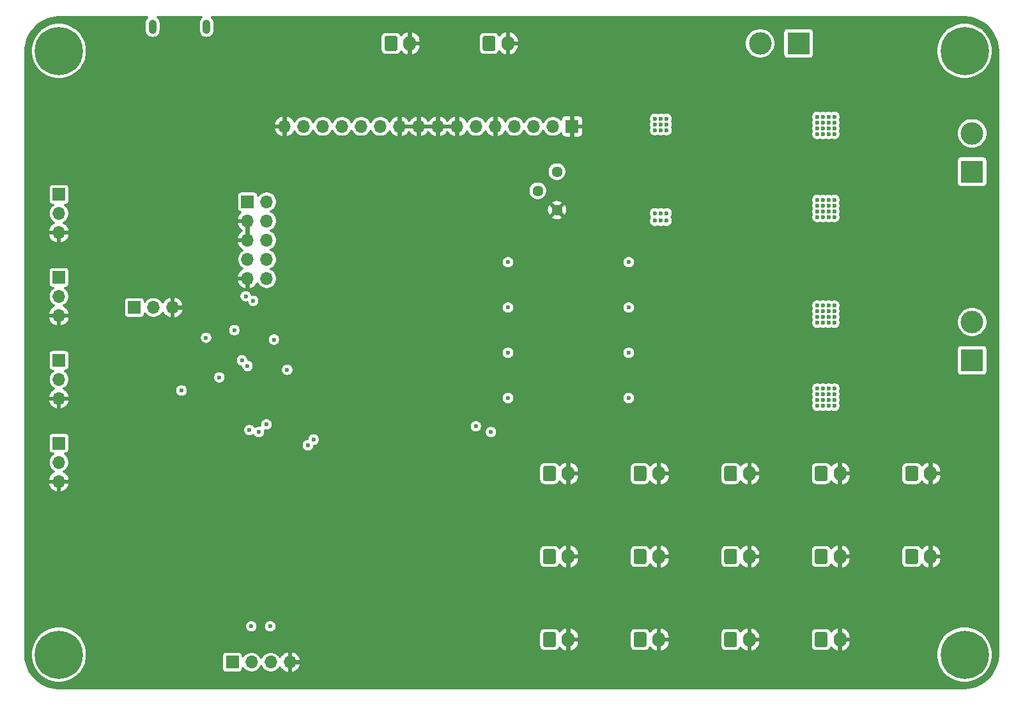
<source format=gbr>
%TF.GenerationSoftware,KiCad,Pcbnew,(5.1.5-131-g305ed0b65)-1*%
%TF.CreationDate,2021-01-25T18:11:24+08:00*%
%TF.ProjectId,OpenTEC,4f70656e-5445-4432-9e6b-696361645f70,rev?*%
%TF.SameCoordinates,Original*%
%TF.FileFunction,Copper,L2,Inr*%
%TF.FilePolarity,Positive*%
%FSLAX46Y46*%
G04 Gerber Fmt 4.6, Leading zero omitted, Abs format (unit mm)*
G04 Created by KiCad (PCBNEW (5.1.5-131-g305ed0b65)-1) date 2021-01-25 18:11:24*
%MOMM*%
%LPD*%
G01*
G04 APERTURE LIST*
%TA.AperFunction,ViaPad*%
%ADD10C,6.400000*%
%TD*%
%TA.AperFunction,ViaPad*%
%ADD11C,0.800000*%
%TD*%
%TA.AperFunction,ViaPad*%
%ADD12O,1.050000X1.900000*%
%TD*%
%TA.AperFunction,ViaPad*%
%ADD13C,3.000000*%
%TD*%
%TA.AperFunction,ViaPad*%
%ADD14R,3.000000X3.000000*%
%TD*%
%TA.AperFunction,ViaPad*%
%ADD15R,1.700000X1.700000*%
%TD*%
%TA.AperFunction,ViaPad*%
%ADD16O,1.700000X1.700000*%
%TD*%
%TA.AperFunction,ViaPad*%
%ADD17O,1.700000X2.000000*%
%TD*%
%TA.AperFunction,ViaPad*%
%ADD18C,1.440000*%
%TD*%
%TA.AperFunction,ViaPad*%
%ADD19C,0.600000*%
%TD*%
%TA.AperFunction,Conductor*%
%ADD20C,0.300000*%
%TD*%
G04 APERTURE END LIST*
D10*
%TO.N,Earth*%
%TO.C,H1*%
X79000000Y-51000000D03*
D11*
X81400000Y-51000000D03*
X80697056Y-52697056D03*
X79000000Y-53400000D03*
X77302944Y-52697056D03*
X76600000Y-51000000D03*
X77302944Y-49302944D03*
X79000000Y-48600000D03*
X80697056Y-49302944D03*
%TD*%
%TO.N,Earth*%
%TO.C,H2*%
X200697056Y-49302944D03*
X199000000Y-48600000D03*
X197302944Y-49302944D03*
X196600000Y-51000000D03*
X197302944Y-52697056D03*
X199000000Y-53400000D03*
X200697056Y-52697056D03*
X201400000Y-51000000D03*
D10*
X199000000Y-51000000D03*
%TD*%
%TO.N,Earth*%
%TO.C,H3*%
X199000000Y-131000000D03*
D11*
X201400000Y-131000000D03*
X200697056Y-132697056D03*
X199000000Y-133400000D03*
X197302944Y-132697056D03*
X196600000Y-131000000D03*
X197302944Y-129302944D03*
X199000000Y-128600000D03*
X200697056Y-129302944D03*
%TD*%
%TO.N,Earth*%
%TO.C,H4*%
X80697056Y-129302944D03*
X79000000Y-128600000D03*
X77302944Y-129302944D03*
X76600000Y-131000000D03*
X77302944Y-132697056D03*
X79000000Y-133400000D03*
X80697056Y-132697056D03*
X81400000Y-131000000D03*
D10*
X79000000Y-131000000D03*
%TD*%
D12*
%TO.N,Earth*%
%TO.C,J1*%
X98575000Y-47800000D03*
X91425000Y-47800000D03*
%TD*%
D13*
%TO.N,+12V*%
%TO.C,J2*%
X171920000Y-50000000D03*
%TO.N,GND*%
X166840000Y-50000000D03*
D14*
%TO.N,+12V*%
X177000000Y-50000000D03*
D13*
%TO.N,GND*%
X161760000Y-50000000D03*
%TD*%
D15*
%TO.N,+3V3*%
%TO.C,J3*%
X104000000Y-71000000D03*
D16*
%TO.N,JTAG_MS*%
X106540000Y-71000000D03*
%TO.N,GND*%
X104000000Y-73540000D03*
%TO.N,JTAG_CLK*%
X106540000Y-73540000D03*
%TO.N,GND*%
X104000000Y-76080000D03*
%TO.N,JTAG_DO*%
X106540000Y-76080000D03*
%TO.N,Net-(J3-Pad7)*%
X104000000Y-78620000D03*
%TO.N,JTAG_DI*%
X106540000Y-78620000D03*
%TO.N,GND*%
X104000000Y-81160000D03*
%TO.N,nRST*%
X106540000Y-81160000D03*
%TD*%
D15*
%TO.N,+3V3*%
%TO.C,J5*%
X102000000Y-132000000D03*
D16*
%TO.N,I2C_SCL*%
X104540000Y-132000000D03*
%TO.N,I2C_SDA*%
X107080000Y-132000000D03*
%TO.N,GND*%
X109620000Y-132000000D03*
%TD*%
D15*
%TO.N,+3V3*%
%TO.C,J6*%
X89000000Y-85000000D03*
D16*
%TO.N,BOOT*%
X91540000Y-85000000D03*
%TO.N,GND*%
X94080000Y-85000000D03*
%TD*%
D15*
%TO.N,+3V3*%
%TO.C,J7*%
X79000000Y-70000000D03*
D16*
%TO.N,TEMP0*%
X79000000Y-72540000D03*
%TO.N,GND*%
X79000000Y-75080000D03*
%TD*%
%TO.N,GND*%
%TO.C,J8*%
X79000000Y-86080000D03*
%TO.N,TEMP1*%
X79000000Y-83540000D03*
D15*
%TO.N,+3V3*%
X79000000Y-81000000D03*
%TD*%
%TO.N,+3V3*%
%TO.C,J9*%
X79000000Y-92000000D03*
D16*
%TO.N,TEMP2*%
X79000000Y-94540000D03*
%TO.N,GND*%
X79000000Y-97080000D03*
%TD*%
%TO.N,GND*%
%TO.C,J10*%
X79000000Y-108080000D03*
%TO.N,TEMP3*%
X79000000Y-105540000D03*
D15*
%TO.N,+3V3*%
X79000000Y-103000000D03*
%TD*%
D13*
%TO.N,Net-(J11-Pad2)*%
%TO.C,J11*%
X200000000Y-61920000D03*
D14*
%TO.N,Net-(J11-Pad1)*%
X200000000Y-67000000D03*
%TD*%
%TO.N,Net-(J12-Pad1)*%
%TO.C,J12*%
X200000000Y-92000000D03*
D13*
%TO.N,Net-(J12-Pad2)*%
X200000000Y-86920000D03*
%TD*%
D17*
%TO.N,GND*%
%TO.C,J13*%
X125500000Y-50000000D03*
%TO.N,+12V*%
%TA.AperFunction,ViaPad*%
G36*
G01*
X122150000Y-50750000D02*
X122150000Y-49250000D01*
G75*
G02*
X122400000Y-49000000I250000J0D01*
G01*
X123600000Y-49000000D01*
G75*
G02*
X123850000Y-49250000I0J-250000D01*
G01*
X123850000Y-50750000D01*
G75*
G02*
X123600000Y-51000000I-250000J0D01*
G01*
X122400000Y-51000000D01*
G75*
G02*
X122150000Y-50750000I0J250000D01*
G01*
G37*
%TD.AperFunction*%
%TD*%
%TO.N,+12V*%
%TO.C,J14*%
%TA.AperFunction,ViaPad*%
G36*
G01*
X135150000Y-50750000D02*
X135150000Y-49250000D01*
G75*
G02*
X135400000Y-49000000I250000J0D01*
G01*
X136600000Y-49000000D01*
G75*
G02*
X136850000Y-49250000I0J-250000D01*
G01*
X136850000Y-50750000D01*
G75*
G02*
X136600000Y-51000000I-250000J0D01*
G01*
X135400000Y-51000000D01*
G75*
G02*
X135150000Y-50750000I0J250000D01*
G01*
G37*
%TD.AperFunction*%
%TO.N,GND*%
X138500000Y-50000000D03*
%TD*%
%TO.N,+12V*%
%TO.C,J15*%
%TA.AperFunction,ViaPad*%
G36*
G01*
X143150000Y-107750000D02*
X143150000Y-106250000D01*
G75*
G02*
X143400000Y-106000000I250000J0D01*
G01*
X144600000Y-106000000D01*
G75*
G02*
X144850000Y-106250000I0J-250000D01*
G01*
X144850000Y-107750000D01*
G75*
G02*
X144600000Y-108000000I-250000J0D01*
G01*
X143400000Y-108000000D01*
G75*
G02*
X143150000Y-107750000I0J250000D01*
G01*
G37*
%TD.AperFunction*%
%TO.N,GND*%
X146500000Y-107000000D03*
%TD*%
%TO.N,GND*%
%TO.C,J16*%
X158500000Y-107000000D03*
%TO.N,+12V*%
%TA.AperFunction,ViaPad*%
G36*
G01*
X155150000Y-107750000D02*
X155150000Y-106250000D01*
G75*
G02*
X155400000Y-106000000I250000J0D01*
G01*
X156600000Y-106000000D01*
G75*
G02*
X156850000Y-106250000I0J-250000D01*
G01*
X156850000Y-107750000D01*
G75*
G02*
X156600000Y-108000000I-250000J0D01*
G01*
X155400000Y-108000000D01*
G75*
G02*
X155150000Y-107750000I0J250000D01*
G01*
G37*
%TD.AperFunction*%
%TD*%
%TO.N,+12V*%
%TO.C,J17*%
%TA.AperFunction,ViaPad*%
G36*
G01*
X167150000Y-107750000D02*
X167150000Y-106250000D01*
G75*
G02*
X167400000Y-106000000I250000J0D01*
G01*
X168600000Y-106000000D01*
G75*
G02*
X168850000Y-106250000I0J-250000D01*
G01*
X168850000Y-107750000D01*
G75*
G02*
X168600000Y-108000000I-250000J0D01*
G01*
X167400000Y-108000000D01*
G75*
G02*
X167150000Y-107750000I0J250000D01*
G01*
G37*
%TD.AperFunction*%
%TO.N,GND*%
X170500000Y-107000000D03*
%TD*%
%TO.N,GND*%
%TO.C,J18*%
X182500000Y-107000000D03*
%TO.N,+12V*%
%TA.AperFunction,ViaPad*%
G36*
G01*
X179150000Y-107750000D02*
X179150000Y-106250000D01*
G75*
G02*
X179400000Y-106000000I250000J0D01*
G01*
X180600000Y-106000000D01*
G75*
G02*
X180850000Y-106250000I0J-250000D01*
G01*
X180850000Y-107750000D01*
G75*
G02*
X180600000Y-108000000I-250000J0D01*
G01*
X179400000Y-108000000D01*
G75*
G02*
X179150000Y-107750000I0J250000D01*
G01*
G37*
%TD.AperFunction*%
%TD*%
%TO.N,+12V*%
%TO.C,J19*%
%TA.AperFunction,ViaPad*%
G36*
G01*
X191150000Y-107750000D02*
X191150000Y-106250000D01*
G75*
G02*
X191400000Y-106000000I250000J0D01*
G01*
X192600000Y-106000000D01*
G75*
G02*
X192850000Y-106250000I0J-250000D01*
G01*
X192850000Y-107750000D01*
G75*
G02*
X192600000Y-108000000I-250000J0D01*
G01*
X191400000Y-108000000D01*
G75*
G02*
X191150000Y-107750000I0J250000D01*
G01*
G37*
%TD.AperFunction*%
%TO.N,GND*%
X194500000Y-107000000D03*
%TD*%
%TO.N,GND*%
%TO.C,J20*%
X146500000Y-118000000D03*
%TO.N,+12V*%
%TA.AperFunction,ViaPad*%
G36*
G01*
X143150000Y-118750000D02*
X143150000Y-117250000D01*
G75*
G02*
X143400000Y-117000000I250000J0D01*
G01*
X144600000Y-117000000D01*
G75*
G02*
X144850000Y-117250000I0J-250000D01*
G01*
X144850000Y-118750000D01*
G75*
G02*
X144600000Y-119000000I-250000J0D01*
G01*
X143400000Y-119000000D01*
G75*
G02*
X143150000Y-118750000I0J250000D01*
G01*
G37*
%TD.AperFunction*%
%TD*%
%TO.N,+12V*%
%TO.C,J21*%
%TA.AperFunction,ViaPad*%
G36*
G01*
X155150000Y-118750000D02*
X155150000Y-117250000D01*
G75*
G02*
X155400000Y-117000000I250000J0D01*
G01*
X156600000Y-117000000D01*
G75*
G02*
X156850000Y-117250000I0J-250000D01*
G01*
X156850000Y-118750000D01*
G75*
G02*
X156600000Y-119000000I-250000J0D01*
G01*
X155400000Y-119000000D01*
G75*
G02*
X155150000Y-118750000I0J250000D01*
G01*
G37*
%TD.AperFunction*%
%TO.N,GND*%
X158500000Y-118000000D03*
%TD*%
%TO.N,GND*%
%TO.C,J22*%
X170500000Y-118000000D03*
%TO.N,+12V*%
%TA.AperFunction,ViaPad*%
G36*
G01*
X167150000Y-118750000D02*
X167150000Y-117250000D01*
G75*
G02*
X167400000Y-117000000I250000J0D01*
G01*
X168600000Y-117000000D01*
G75*
G02*
X168850000Y-117250000I0J-250000D01*
G01*
X168850000Y-118750000D01*
G75*
G02*
X168600000Y-119000000I-250000J0D01*
G01*
X167400000Y-119000000D01*
G75*
G02*
X167150000Y-118750000I0J250000D01*
G01*
G37*
%TD.AperFunction*%
%TD*%
%TO.N,+12V*%
%TO.C,J23*%
%TA.AperFunction,ViaPad*%
G36*
G01*
X179150000Y-118750000D02*
X179150000Y-117250000D01*
G75*
G02*
X179400000Y-117000000I250000J0D01*
G01*
X180600000Y-117000000D01*
G75*
G02*
X180850000Y-117250000I0J-250000D01*
G01*
X180850000Y-118750000D01*
G75*
G02*
X180600000Y-119000000I-250000J0D01*
G01*
X179400000Y-119000000D01*
G75*
G02*
X179150000Y-118750000I0J250000D01*
G01*
G37*
%TD.AperFunction*%
%TO.N,GND*%
X182500000Y-118000000D03*
%TD*%
%TO.N,GND*%
%TO.C,J24*%
X194500000Y-118000000D03*
%TO.N,+12V*%
%TA.AperFunction,ViaPad*%
G36*
G01*
X191150000Y-118750000D02*
X191150000Y-117250000D01*
G75*
G02*
X191400000Y-117000000I250000J0D01*
G01*
X192600000Y-117000000D01*
G75*
G02*
X192850000Y-117250000I0J-250000D01*
G01*
X192850000Y-118750000D01*
G75*
G02*
X192600000Y-119000000I-250000J0D01*
G01*
X191400000Y-119000000D01*
G75*
G02*
X191150000Y-118750000I0J250000D01*
G01*
G37*
%TD.AperFunction*%
%TD*%
%TO.N,+12V*%
%TO.C,J25*%
%TA.AperFunction,ViaPad*%
G36*
G01*
X143150000Y-129750000D02*
X143150000Y-128250000D01*
G75*
G02*
X143400000Y-128000000I250000J0D01*
G01*
X144600000Y-128000000D01*
G75*
G02*
X144850000Y-128250000I0J-250000D01*
G01*
X144850000Y-129750000D01*
G75*
G02*
X144600000Y-130000000I-250000J0D01*
G01*
X143400000Y-130000000D01*
G75*
G02*
X143150000Y-129750000I0J250000D01*
G01*
G37*
%TD.AperFunction*%
%TO.N,GND*%
X146500000Y-129000000D03*
%TD*%
%TO.N,GND*%
%TO.C,J26*%
X158500000Y-129000000D03*
%TO.N,+12V*%
%TA.AperFunction,ViaPad*%
G36*
G01*
X155150000Y-129750000D02*
X155150000Y-128250000D01*
G75*
G02*
X155400000Y-128000000I250000J0D01*
G01*
X156600000Y-128000000D01*
G75*
G02*
X156850000Y-128250000I0J-250000D01*
G01*
X156850000Y-129750000D01*
G75*
G02*
X156600000Y-130000000I-250000J0D01*
G01*
X155400000Y-130000000D01*
G75*
G02*
X155150000Y-129750000I0J250000D01*
G01*
G37*
%TD.AperFunction*%
%TD*%
%TO.N,+12V*%
%TO.C,J27*%
%TA.AperFunction,ViaPad*%
G36*
G01*
X167150000Y-129750000D02*
X167150000Y-128250000D01*
G75*
G02*
X167400000Y-128000000I250000J0D01*
G01*
X168600000Y-128000000D01*
G75*
G02*
X168850000Y-128250000I0J-250000D01*
G01*
X168850000Y-129750000D01*
G75*
G02*
X168600000Y-130000000I-250000J0D01*
G01*
X167400000Y-130000000D01*
G75*
G02*
X167150000Y-129750000I0J250000D01*
G01*
G37*
%TD.AperFunction*%
%TO.N,GND*%
X170500000Y-129000000D03*
%TD*%
%TO.N,GND*%
%TO.C,J28*%
X182500000Y-129000000D03*
%TO.N,+12V*%
%TA.AperFunction,ViaPad*%
G36*
G01*
X179150000Y-129750000D02*
X179150000Y-128250000D01*
G75*
G02*
X179400000Y-128000000I250000J0D01*
G01*
X180600000Y-128000000D01*
G75*
G02*
X180850000Y-128250000I0J-250000D01*
G01*
X180850000Y-129750000D01*
G75*
G02*
X180600000Y-130000000I-250000J0D01*
G01*
X179400000Y-130000000D01*
G75*
G02*
X179150000Y-129750000I0J250000D01*
G01*
G37*
%TD.AperFunction*%
%TD*%
D18*
%TO.N,GND*%
%TO.C,RV1*%
X145000000Y-72080000D03*
%TO.N,Net-(J4-Pad3)*%
X142460000Y-69540000D03*
%TO.N,+3V3*%
X145000000Y-67000000D03*
%TD*%
D15*
%TO.N,GND*%
%TO.C,J4*%
X147000000Y-61000000D03*
D16*
%TO.N,+3V3*%
X144460000Y-61000000D03*
%TO.N,Net-(J4-Pad3)*%
X141920000Y-61000000D03*
%TO.N,LCD_RS*%
X139380000Y-61000000D03*
%TO.N,GND*%
X136840000Y-61000000D03*
%TO.N,LCD_EN*%
X134300000Y-61000000D03*
%TO.N,GND*%
X131760000Y-61000000D03*
X129220000Y-61000000D03*
X126680000Y-61000000D03*
X124140000Y-61000000D03*
%TO.N,LCD_D4*%
X121600000Y-61000000D03*
%TO.N,LCD_D5*%
X119060000Y-61000000D03*
%TO.N,LCD_D6*%
X116520000Y-61000000D03*
%TO.N,LCD_D7*%
X113980000Y-61000000D03*
%TO.N,+3V3*%
X111440000Y-61000000D03*
%TO.N,GND*%
X108900000Y-61000000D03*
%TD*%
D19*
%TO.N,+12V*%
X159500000Y-60000000D03*
X159500000Y-60750000D03*
X159500000Y-61500000D03*
X158750000Y-60000000D03*
X158750000Y-60750000D03*
X158750000Y-61500000D03*
X158000000Y-60000000D03*
X158000000Y-60750000D03*
X158000000Y-61500000D03*
X179500000Y-59750000D03*
X180250000Y-59750000D03*
X181000000Y-59750000D03*
X181750000Y-59750000D03*
X181750000Y-60500000D03*
X181750000Y-61250000D03*
X181750000Y-62000000D03*
X181000000Y-62000000D03*
X181000000Y-61250000D03*
X181000000Y-60500000D03*
X180250000Y-60500000D03*
X179500000Y-60500000D03*
X179500000Y-61250000D03*
X180250000Y-61250000D03*
X180250000Y-62000000D03*
X179500000Y-62000000D03*
X181750000Y-70750000D03*
X181750000Y-71500000D03*
X181750000Y-72250000D03*
X181750000Y-73000000D03*
X181000000Y-73000000D03*
X180250000Y-73000000D03*
X179500000Y-73000000D03*
X179500000Y-72250000D03*
X179500000Y-71500000D03*
X179500000Y-70750000D03*
X180250000Y-70750000D03*
X181000000Y-70750000D03*
X181000000Y-71500000D03*
X181000000Y-72250000D03*
X180250000Y-72250000D03*
X180250000Y-71500000D03*
X179500000Y-84750000D03*
X180250000Y-84750000D03*
X181000000Y-84750000D03*
X181750000Y-84750000D03*
X181750000Y-85500000D03*
X181750000Y-86250000D03*
X181750000Y-87000000D03*
X181000000Y-87000000D03*
X181000000Y-86250000D03*
X181000000Y-85500000D03*
X180250000Y-85500000D03*
X180250000Y-86250000D03*
X180250000Y-87000000D03*
X179500000Y-87000000D03*
X179500000Y-86250000D03*
X179500000Y-85500000D03*
X181750000Y-95750000D03*
X181750000Y-96500000D03*
X181750000Y-97250000D03*
X181750000Y-98000000D03*
X181000000Y-98000000D03*
X180250000Y-98000000D03*
X179500000Y-98000000D03*
X179500000Y-97250000D03*
X179500000Y-96500000D03*
X179500000Y-95750000D03*
X180250000Y-95750000D03*
X181000000Y-95750000D03*
X181000000Y-96500000D03*
X181000000Y-97250000D03*
X180250000Y-97250000D03*
X180250000Y-96500000D03*
X154500000Y-79000000D03*
X154500000Y-85000000D03*
X154500000Y-91000000D03*
X154500000Y-97000000D03*
%TO.N,GND*%
X167250000Y-79000000D03*
X105500000Y-100500000D03*
X95250000Y-95000000D03*
X97500000Y-89000000D03*
X108500000Y-90750000D03*
X109250000Y-94250000D03*
X112750000Y-95250000D03*
X100250000Y-86250000D03*
X94750000Y-90000000D03*
X91250000Y-96000000D03*
X100750000Y-91000000D03*
X165500000Y-63250000D03*
X165500000Y-62250000D03*
X166500000Y-62250000D03*
X166500000Y-63250000D03*
X166500000Y-64250000D03*
X166500000Y-65250000D03*
X166500000Y-66250000D03*
X165500000Y-71500000D03*
X166500000Y-71500000D03*
X166500000Y-70500000D03*
X166500000Y-69500000D03*
X159500000Y-65250000D03*
X159500000Y-66000000D03*
X158750000Y-65250000D03*
X158750000Y-66000000D03*
X158000000Y-65250000D03*
X158000000Y-66000000D03*
X159500000Y-64500000D03*
X158750000Y-64500000D03*
X158000000Y-64500000D03*
X159500000Y-75750000D03*
X159500000Y-74750000D03*
X165500000Y-70500000D03*
X158750000Y-75750000D03*
X158750000Y-74750000D03*
X158000000Y-74750000D03*
X158000000Y-75750000D03*
X181750000Y-56250000D03*
X181750000Y-57000000D03*
X181750000Y-57750000D03*
X181750000Y-58500000D03*
X181000000Y-56250000D03*
X181000000Y-57000000D03*
X181000000Y-57750000D03*
X181000000Y-58500000D03*
X180250000Y-56250000D03*
X180250000Y-57000000D03*
X180250000Y-57750000D03*
X180250000Y-58500000D03*
X179500000Y-58500000D03*
X179500000Y-57750000D03*
X179500000Y-57000000D03*
X179500000Y-56250000D03*
X181750000Y-67250000D03*
X181750000Y-68000000D03*
X181750000Y-68750000D03*
X181750000Y-69500000D03*
X181000000Y-69500000D03*
X180250000Y-69500000D03*
X179500000Y-69500000D03*
X179500000Y-68750000D03*
X179500000Y-68000000D03*
X179500000Y-67250000D03*
X180250000Y-67250000D03*
X181000000Y-67250000D03*
X181000000Y-68000000D03*
X181000000Y-68750000D03*
X180250000Y-68750000D03*
X180250000Y-68000000D03*
X181750000Y-81250000D03*
X181750000Y-82000000D03*
X181750000Y-82750000D03*
X181750000Y-83500000D03*
X181000000Y-83500000D03*
X180250000Y-83500000D03*
X179500000Y-83500000D03*
X179500000Y-82750000D03*
X179500000Y-82000000D03*
X179500000Y-81250000D03*
X180250000Y-81250000D03*
X181000000Y-81250000D03*
X181000000Y-82000000D03*
X181000000Y-82750000D03*
X180250000Y-82750000D03*
X180250000Y-82000000D03*
X181750000Y-92250000D03*
X181750000Y-93000000D03*
X181750000Y-93750000D03*
X181750000Y-94500000D03*
X181000000Y-94500000D03*
X181000000Y-93750000D03*
X181000000Y-93000000D03*
X181000000Y-92250000D03*
X180250000Y-92250000D03*
X179500000Y-92250000D03*
X179500000Y-93000000D03*
X180250000Y-93000000D03*
X180250000Y-93750000D03*
X179500000Y-93750000D03*
X179500000Y-94500000D03*
X180250000Y-94500000D03*
X149000000Y-93250000D03*
X149000000Y-87250000D03*
X149000000Y-81250000D03*
X149000000Y-99250000D03*
X141000000Y-99250000D03*
X141000000Y-93250000D03*
X141000000Y-87250000D03*
X141000000Y-81250000D03*
X93750000Y-51750000D03*
%TO.N,+3V3*%
X107500000Y-89250000D03*
X106500000Y-100500000D03*
X104500000Y-127250000D03*
X107000000Y-127250000D03*
X95250000Y-96000000D03*
X98500000Y-89000000D03*
X102250000Y-88000000D03*
X109250000Y-93250000D03*
X159500000Y-72500000D03*
X159500000Y-73500000D03*
X158750000Y-73500000D03*
X158750000Y-72500000D03*
X158000000Y-72500000D03*
X158000000Y-73500000D03*
%TO.N,nRST*%
X100250000Y-94250000D03*
%TO.N,LCD_RS*%
X112000000Y-103250000D03*
X136250000Y-101500000D03*
%TO.N,LCD_EN*%
X112750000Y-102500000D03*
X134250000Y-100750000D03*
%TO.N,I2C_SCL*%
X104250000Y-101250000D03*
%TO.N,I2C_SDA*%
X105500000Y-101500000D03*
%TO.N,HB_A1*%
X104750000Y-84125000D03*
X138500000Y-85000000D03*
%TO.N,HB_A2*%
X103750000Y-83500000D03*
X138500000Y-79000000D03*
%TO.N,HB_B1*%
X104000000Y-92750000D03*
X138500000Y-97000000D03*
%TO.N,HB_B2*%
X103250000Y-92000000D03*
X138500000Y-91000000D03*
%TD*%
D20*
%TO.N,GND*%
G36*
X90661184Y-46611183D02*
G01*
X90526847Y-46774872D01*
X90427025Y-46961625D01*
X90365555Y-47164263D01*
X90350000Y-47322194D01*
X90350000Y-48277805D01*
X90365555Y-48435736D01*
X90427024Y-48638374D01*
X90526846Y-48825128D01*
X90661183Y-48988817D01*
X90824872Y-49123154D01*
X91011625Y-49222976D01*
X91214263Y-49284445D01*
X91425000Y-49305201D01*
X91635736Y-49284445D01*
X91838374Y-49222976D01*
X92025128Y-49123154D01*
X92188817Y-48988817D01*
X92323154Y-48825128D01*
X92422976Y-48638375D01*
X92484445Y-48435737D01*
X92500000Y-48277806D01*
X92500000Y-47322195D01*
X92484445Y-47164263D01*
X92422976Y-46961625D01*
X92323154Y-46774872D01*
X92188817Y-46611183D01*
X92144728Y-46575000D01*
X97855272Y-46575000D01*
X97811183Y-46611183D01*
X97676846Y-46774872D01*
X97577024Y-46961626D01*
X97515555Y-47164264D01*
X97500000Y-47322195D01*
X97500000Y-48277806D01*
X97515555Y-48435737D01*
X97577025Y-48638375D01*
X97676847Y-48825128D01*
X97811184Y-48988817D01*
X97974873Y-49123154D01*
X98161626Y-49222976D01*
X98364264Y-49284445D01*
X98575000Y-49305201D01*
X98785737Y-49284445D01*
X98899287Y-49250000D01*
X121597339Y-49250000D01*
X121597339Y-50750000D01*
X121612762Y-50906591D01*
X121658438Y-51057165D01*
X121732612Y-51195935D01*
X121832433Y-51317567D01*
X121954065Y-51417388D01*
X122092835Y-51491562D01*
X122243409Y-51537238D01*
X122400000Y-51552661D01*
X123600000Y-51552661D01*
X123756591Y-51537238D01*
X123907165Y-51491562D01*
X124045935Y-51417388D01*
X124167567Y-51317567D01*
X124267388Y-51195935D01*
X124328002Y-51082533D01*
X124363354Y-51132614D01*
X124576893Y-51335482D01*
X124825906Y-51492793D01*
X125100824Y-51598501D01*
X125167101Y-51612593D01*
X125400000Y-51483756D01*
X125400000Y-50100000D01*
X125600000Y-50100000D01*
X125600000Y-51483756D01*
X125832899Y-51612593D01*
X125899176Y-51598501D01*
X126174094Y-51492793D01*
X126423107Y-51335482D01*
X126636646Y-51132614D01*
X126806504Y-50891985D01*
X126926154Y-50622842D01*
X126990998Y-50335528D01*
X126839164Y-50100000D01*
X125600000Y-50100000D01*
X125400000Y-50100000D01*
X125380000Y-50100000D01*
X125380000Y-49900000D01*
X125400000Y-49900000D01*
X125400000Y-48516244D01*
X125600000Y-48516244D01*
X125600000Y-49900000D01*
X126839164Y-49900000D01*
X126990998Y-49664472D01*
X126926154Y-49377158D01*
X126869625Y-49250000D01*
X134597339Y-49250000D01*
X134597339Y-50750000D01*
X134612762Y-50906591D01*
X134658438Y-51057165D01*
X134732612Y-51195935D01*
X134832433Y-51317567D01*
X134954065Y-51417388D01*
X135092835Y-51491562D01*
X135243409Y-51537238D01*
X135400000Y-51552661D01*
X136600000Y-51552661D01*
X136756591Y-51537238D01*
X136907165Y-51491562D01*
X137045935Y-51417388D01*
X137167567Y-51317567D01*
X137267388Y-51195935D01*
X137328002Y-51082533D01*
X137363354Y-51132614D01*
X137576893Y-51335482D01*
X137825906Y-51492793D01*
X138100824Y-51598501D01*
X138167101Y-51612593D01*
X138400000Y-51483756D01*
X138400000Y-50100000D01*
X138600000Y-50100000D01*
X138600000Y-51483756D01*
X138832899Y-51612593D01*
X138899176Y-51598501D01*
X139174094Y-51492793D01*
X139423107Y-51335482D01*
X139636646Y-51132614D01*
X139806504Y-50891985D01*
X139926154Y-50622842D01*
X139990998Y-50335528D01*
X139839164Y-50100000D01*
X138600000Y-50100000D01*
X138400000Y-50100000D01*
X138380000Y-50100000D01*
X138380000Y-49900000D01*
X138400000Y-49900000D01*
X138400000Y-48516244D01*
X138600000Y-48516244D01*
X138600000Y-49900000D01*
X139839164Y-49900000D01*
X139904858Y-49798093D01*
X169870000Y-49798093D01*
X169870000Y-50201907D01*
X169948780Y-50597963D01*
X170103314Y-50971039D01*
X170327661Y-51306799D01*
X170613201Y-51592339D01*
X170948961Y-51816686D01*
X171322037Y-51971220D01*
X171718093Y-52050000D01*
X172121907Y-52050000D01*
X172517963Y-51971220D01*
X172891039Y-51816686D01*
X173226799Y-51592339D01*
X173512339Y-51306799D01*
X173736686Y-50971039D01*
X173891220Y-50597963D01*
X173970000Y-50201907D01*
X173970000Y-49798093D01*
X173891220Y-49402037D01*
X173736686Y-49028961D01*
X173512339Y-48693201D01*
X173319138Y-48500000D01*
X174947339Y-48500000D01*
X174947339Y-51500000D01*
X174957958Y-51607819D01*
X174989408Y-51711494D01*
X175040479Y-51807042D01*
X175109210Y-51890790D01*
X175192958Y-51959521D01*
X175288506Y-52010592D01*
X175392181Y-52042042D01*
X175500000Y-52052661D01*
X178500000Y-52052661D01*
X178607819Y-52042042D01*
X178711494Y-52010592D01*
X178807042Y-51959521D01*
X178890790Y-51890790D01*
X178959521Y-51807042D01*
X179010592Y-51711494D01*
X179042042Y-51607819D01*
X179052661Y-51500000D01*
X179052661Y-50630657D01*
X195250000Y-50630657D01*
X195250000Y-51369343D01*
X195394110Y-52093835D01*
X195676793Y-52776291D01*
X196087185Y-53390486D01*
X196609514Y-53912815D01*
X197223709Y-54323207D01*
X197906165Y-54605890D01*
X198630657Y-54750000D01*
X199369343Y-54750000D01*
X200093835Y-54605890D01*
X200776291Y-54323207D01*
X201390486Y-53912815D01*
X201912815Y-53390486D01*
X202323207Y-52776291D01*
X202605890Y-52093835D01*
X202750000Y-51369343D01*
X202750000Y-50630657D01*
X202605890Y-49906165D01*
X202323207Y-49223709D01*
X201912815Y-48609514D01*
X201390486Y-48087185D01*
X200776291Y-47676793D01*
X200093835Y-47394110D01*
X199369343Y-47250000D01*
X198630657Y-47250000D01*
X197906165Y-47394110D01*
X197223709Y-47676793D01*
X196609514Y-48087185D01*
X196087185Y-48609514D01*
X195676793Y-49223709D01*
X195394110Y-49906165D01*
X195250000Y-50630657D01*
X179052661Y-50630657D01*
X179052661Y-48500000D01*
X179042042Y-48392181D01*
X179010592Y-48288506D01*
X178959521Y-48192958D01*
X178890790Y-48109210D01*
X178807042Y-48040479D01*
X178711494Y-47989408D01*
X178607819Y-47957958D01*
X178500000Y-47947339D01*
X175500000Y-47947339D01*
X175392181Y-47957958D01*
X175288506Y-47989408D01*
X175192958Y-48040479D01*
X175109210Y-48109210D01*
X175040479Y-48192958D01*
X174989408Y-48288506D01*
X174957958Y-48392181D01*
X174947339Y-48500000D01*
X173319138Y-48500000D01*
X173226799Y-48407661D01*
X172891039Y-48183314D01*
X172517963Y-48028780D01*
X172121907Y-47950000D01*
X171718093Y-47950000D01*
X171322037Y-48028780D01*
X170948961Y-48183314D01*
X170613201Y-48407661D01*
X170327661Y-48693201D01*
X170103314Y-49028961D01*
X169948780Y-49402037D01*
X169870000Y-49798093D01*
X139904858Y-49798093D01*
X139990998Y-49664472D01*
X139926154Y-49377158D01*
X139806504Y-49108015D01*
X139636646Y-48867386D01*
X139423107Y-48664518D01*
X139174094Y-48507207D01*
X138899176Y-48401499D01*
X138832899Y-48387407D01*
X138600000Y-48516244D01*
X138400000Y-48516244D01*
X138167101Y-48387407D01*
X138100824Y-48401499D01*
X137825906Y-48507207D01*
X137576893Y-48664518D01*
X137363354Y-48867386D01*
X137328002Y-48917467D01*
X137267388Y-48804065D01*
X137167567Y-48682433D01*
X137045935Y-48582612D01*
X136907165Y-48508438D01*
X136756591Y-48462762D01*
X136600000Y-48447339D01*
X135400000Y-48447339D01*
X135243409Y-48462762D01*
X135092835Y-48508438D01*
X134954065Y-48582612D01*
X134832433Y-48682433D01*
X134732612Y-48804065D01*
X134658438Y-48942835D01*
X134612762Y-49093409D01*
X134597339Y-49250000D01*
X126869625Y-49250000D01*
X126806504Y-49108015D01*
X126636646Y-48867386D01*
X126423107Y-48664518D01*
X126174094Y-48507207D01*
X125899176Y-48401499D01*
X125832899Y-48387407D01*
X125600000Y-48516244D01*
X125400000Y-48516244D01*
X125167101Y-48387407D01*
X125100824Y-48401499D01*
X124825906Y-48507207D01*
X124576893Y-48664518D01*
X124363354Y-48867386D01*
X124328002Y-48917467D01*
X124267388Y-48804065D01*
X124167567Y-48682433D01*
X124045935Y-48582612D01*
X123907165Y-48508438D01*
X123756591Y-48462762D01*
X123600000Y-48447339D01*
X122400000Y-48447339D01*
X122243409Y-48462762D01*
X122092835Y-48508438D01*
X121954065Y-48582612D01*
X121832433Y-48682433D01*
X121732612Y-48804065D01*
X121658438Y-48942835D01*
X121612762Y-49093409D01*
X121597339Y-49250000D01*
X98899287Y-49250000D01*
X98988375Y-49222976D01*
X99175128Y-49123154D01*
X99338817Y-48988817D01*
X99473154Y-48825128D01*
X99572976Y-48638375D01*
X99634445Y-48435737D01*
X99650000Y-48277805D01*
X99650000Y-47322194D01*
X99634445Y-47164263D01*
X99572976Y-46961625D01*
X99473154Y-46774872D01*
X99338817Y-46611183D01*
X99294728Y-46575000D01*
X198974388Y-46575000D01*
X199783195Y-46647184D01*
X200541630Y-46854668D01*
X201251344Y-47193183D01*
X201889894Y-47652028D01*
X202437095Y-48216695D01*
X202875653Y-48869340D01*
X203191709Y-49589332D01*
X203376331Y-50358342D01*
X203425001Y-51021100D01*
X203425000Y-130974388D01*
X203352816Y-131783195D01*
X203145330Y-132541634D01*
X202806814Y-133251348D01*
X202347974Y-133889891D01*
X201783305Y-134437095D01*
X201130662Y-134875652D01*
X200410667Y-135191709D01*
X199641660Y-135376331D01*
X198978913Y-135425000D01*
X79025612Y-135425000D01*
X78216805Y-135352816D01*
X77458366Y-135145330D01*
X76748652Y-134806814D01*
X76110109Y-134347974D01*
X75562905Y-133783305D01*
X75124348Y-133130662D01*
X74808291Y-132410667D01*
X74623669Y-131641660D01*
X74575000Y-130978913D01*
X74575000Y-130630657D01*
X75250000Y-130630657D01*
X75250000Y-131369343D01*
X75394110Y-132093835D01*
X75676793Y-132776291D01*
X76087185Y-133390486D01*
X76609514Y-133912815D01*
X77223709Y-134323207D01*
X77906165Y-134605890D01*
X78630657Y-134750000D01*
X79369343Y-134750000D01*
X80093835Y-134605890D01*
X80776291Y-134323207D01*
X81390486Y-133912815D01*
X81912815Y-133390486D01*
X82323207Y-132776291D01*
X82605890Y-132093835D01*
X82750000Y-131369343D01*
X82750000Y-131150000D01*
X100597339Y-131150000D01*
X100597339Y-132850000D01*
X100607958Y-132957819D01*
X100639408Y-133061494D01*
X100690479Y-133157042D01*
X100759210Y-133240790D01*
X100842958Y-133309521D01*
X100938506Y-133360592D01*
X101042181Y-133392042D01*
X101150000Y-133402661D01*
X102850000Y-133402661D01*
X102957819Y-133392042D01*
X103061494Y-133360592D01*
X103157042Y-133309521D01*
X103240790Y-133240790D01*
X103309521Y-133157042D01*
X103360592Y-133061494D01*
X103392042Y-132957819D01*
X103402661Y-132850000D01*
X103402661Y-132817785D01*
X103452549Y-132892448D01*
X103647552Y-133087451D01*
X103876851Y-133240664D01*
X104131635Y-133346199D01*
X104402112Y-133400000D01*
X104677888Y-133400000D01*
X104948365Y-133346199D01*
X105203149Y-133240664D01*
X105432448Y-133087451D01*
X105627451Y-132892448D01*
X105780664Y-132663149D01*
X105810000Y-132592326D01*
X105839336Y-132663149D01*
X105992549Y-132892448D01*
X106187552Y-133087451D01*
X106416851Y-133240664D01*
X106671635Y-133346199D01*
X106942112Y-133400000D01*
X107217888Y-133400000D01*
X107488365Y-133346199D01*
X107743149Y-133240664D01*
X107972448Y-133087451D01*
X108167451Y-132892448D01*
X108298572Y-132696212D01*
X108396132Y-132867270D01*
X108588844Y-133089370D01*
X108821183Y-133269607D01*
X109084220Y-133401053D01*
X109287101Y-133462593D01*
X109520000Y-133333756D01*
X109520000Y-132100000D01*
X109720000Y-132100000D01*
X109720000Y-133333756D01*
X109952899Y-133462593D01*
X110155780Y-133401053D01*
X110418817Y-133269607D01*
X110651156Y-133089370D01*
X110843868Y-132867270D01*
X110989548Y-132611841D01*
X111082597Y-132332899D01*
X110954167Y-132100000D01*
X109720000Y-132100000D01*
X109520000Y-132100000D01*
X109500000Y-132100000D01*
X109500000Y-131900000D01*
X109520000Y-131900000D01*
X109520000Y-130666244D01*
X109720000Y-130666244D01*
X109720000Y-131900000D01*
X110954167Y-131900000D01*
X111082597Y-131667101D01*
X110989548Y-131388159D01*
X110843868Y-131132730D01*
X110651156Y-130910630D01*
X110418817Y-130730393D01*
X110219235Y-130630657D01*
X195250000Y-130630657D01*
X195250000Y-131369343D01*
X195394110Y-132093835D01*
X195676793Y-132776291D01*
X196087185Y-133390486D01*
X196609514Y-133912815D01*
X197223709Y-134323207D01*
X197906165Y-134605890D01*
X198630657Y-134750000D01*
X199369343Y-134750000D01*
X200093835Y-134605890D01*
X200776291Y-134323207D01*
X201390486Y-133912815D01*
X201912815Y-133390486D01*
X202323207Y-132776291D01*
X202605890Y-132093835D01*
X202750000Y-131369343D01*
X202750000Y-130630657D01*
X202605890Y-129906165D01*
X202323207Y-129223709D01*
X201912815Y-128609514D01*
X201390486Y-128087185D01*
X200776291Y-127676793D01*
X200093835Y-127394110D01*
X199369343Y-127250000D01*
X198630657Y-127250000D01*
X197906165Y-127394110D01*
X197223709Y-127676793D01*
X196609514Y-128087185D01*
X196087185Y-128609514D01*
X195676793Y-129223709D01*
X195394110Y-129906165D01*
X195250000Y-130630657D01*
X110219235Y-130630657D01*
X110155780Y-130598947D01*
X109952899Y-130537407D01*
X109720000Y-130666244D01*
X109520000Y-130666244D01*
X109287101Y-130537407D01*
X109084220Y-130598947D01*
X108821183Y-130730393D01*
X108588844Y-130910630D01*
X108396132Y-131132730D01*
X108298572Y-131303788D01*
X108167451Y-131107552D01*
X107972448Y-130912549D01*
X107743149Y-130759336D01*
X107488365Y-130653801D01*
X107217888Y-130600000D01*
X106942112Y-130600000D01*
X106671635Y-130653801D01*
X106416851Y-130759336D01*
X106187552Y-130912549D01*
X105992549Y-131107552D01*
X105839336Y-131336851D01*
X105810000Y-131407674D01*
X105780664Y-131336851D01*
X105627451Y-131107552D01*
X105432448Y-130912549D01*
X105203149Y-130759336D01*
X104948365Y-130653801D01*
X104677888Y-130600000D01*
X104402112Y-130600000D01*
X104131635Y-130653801D01*
X103876851Y-130759336D01*
X103647552Y-130912549D01*
X103452549Y-131107552D01*
X103402661Y-131182215D01*
X103402661Y-131150000D01*
X103392042Y-131042181D01*
X103360592Y-130938506D01*
X103309521Y-130842958D01*
X103240790Y-130759210D01*
X103157042Y-130690479D01*
X103061494Y-130639408D01*
X102957819Y-130607958D01*
X102850000Y-130597339D01*
X101150000Y-130597339D01*
X101042181Y-130607958D01*
X100938506Y-130639408D01*
X100842958Y-130690479D01*
X100759210Y-130759210D01*
X100690479Y-130842958D01*
X100639408Y-130938506D01*
X100607958Y-131042181D01*
X100597339Y-131150000D01*
X82750000Y-131150000D01*
X82750000Y-130630657D01*
X82605890Y-129906165D01*
X82323207Y-129223709D01*
X81912815Y-128609514D01*
X81553301Y-128250000D01*
X142597339Y-128250000D01*
X142597339Y-129750000D01*
X142612762Y-129906591D01*
X142658438Y-130057165D01*
X142732612Y-130195935D01*
X142832433Y-130317567D01*
X142954065Y-130417388D01*
X143092835Y-130491562D01*
X143243409Y-130537238D01*
X143400000Y-130552661D01*
X144600000Y-130552661D01*
X144756591Y-130537238D01*
X144907165Y-130491562D01*
X145045935Y-130417388D01*
X145167567Y-130317567D01*
X145267388Y-130195935D01*
X145328002Y-130082533D01*
X145363354Y-130132614D01*
X145576893Y-130335482D01*
X145825906Y-130492793D01*
X146100824Y-130598501D01*
X146167101Y-130612593D01*
X146400000Y-130483756D01*
X146400000Y-129100000D01*
X146600000Y-129100000D01*
X146600000Y-130483756D01*
X146832899Y-130612593D01*
X146899176Y-130598501D01*
X147174094Y-130492793D01*
X147423107Y-130335482D01*
X147636646Y-130132614D01*
X147806504Y-129891985D01*
X147926154Y-129622842D01*
X147990998Y-129335528D01*
X147839164Y-129100000D01*
X146600000Y-129100000D01*
X146400000Y-129100000D01*
X146380000Y-129100000D01*
X146380000Y-128900000D01*
X146400000Y-128900000D01*
X146400000Y-127516244D01*
X146600000Y-127516244D01*
X146600000Y-128900000D01*
X147839164Y-128900000D01*
X147990998Y-128664472D01*
X147926154Y-128377158D01*
X147869625Y-128250000D01*
X154597339Y-128250000D01*
X154597339Y-129750000D01*
X154612762Y-129906591D01*
X154658438Y-130057165D01*
X154732612Y-130195935D01*
X154832433Y-130317567D01*
X154954065Y-130417388D01*
X155092835Y-130491562D01*
X155243409Y-130537238D01*
X155400000Y-130552661D01*
X156600000Y-130552661D01*
X156756591Y-130537238D01*
X156907165Y-130491562D01*
X157045935Y-130417388D01*
X157167567Y-130317567D01*
X157267388Y-130195935D01*
X157328002Y-130082533D01*
X157363354Y-130132614D01*
X157576893Y-130335482D01*
X157825906Y-130492793D01*
X158100824Y-130598501D01*
X158167101Y-130612593D01*
X158400000Y-130483756D01*
X158400000Y-129100000D01*
X158600000Y-129100000D01*
X158600000Y-130483756D01*
X158832899Y-130612593D01*
X158899176Y-130598501D01*
X159174094Y-130492793D01*
X159423107Y-130335482D01*
X159636646Y-130132614D01*
X159806504Y-129891985D01*
X159926154Y-129622842D01*
X159990998Y-129335528D01*
X159839164Y-129100000D01*
X158600000Y-129100000D01*
X158400000Y-129100000D01*
X158380000Y-129100000D01*
X158380000Y-128900000D01*
X158400000Y-128900000D01*
X158400000Y-127516244D01*
X158600000Y-127516244D01*
X158600000Y-128900000D01*
X159839164Y-128900000D01*
X159990998Y-128664472D01*
X159926154Y-128377158D01*
X159869625Y-128250000D01*
X166597339Y-128250000D01*
X166597339Y-129750000D01*
X166612762Y-129906591D01*
X166658438Y-130057165D01*
X166732612Y-130195935D01*
X166832433Y-130317567D01*
X166954065Y-130417388D01*
X167092835Y-130491562D01*
X167243409Y-130537238D01*
X167400000Y-130552661D01*
X168600000Y-130552661D01*
X168756591Y-130537238D01*
X168907165Y-130491562D01*
X169045935Y-130417388D01*
X169167567Y-130317567D01*
X169267388Y-130195935D01*
X169328002Y-130082533D01*
X169363354Y-130132614D01*
X169576893Y-130335482D01*
X169825906Y-130492793D01*
X170100824Y-130598501D01*
X170167101Y-130612593D01*
X170400000Y-130483756D01*
X170400000Y-129100000D01*
X170600000Y-129100000D01*
X170600000Y-130483756D01*
X170832899Y-130612593D01*
X170899176Y-130598501D01*
X171174094Y-130492793D01*
X171423107Y-130335482D01*
X171636646Y-130132614D01*
X171806504Y-129891985D01*
X171926154Y-129622842D01*
X171990998Y-129335528D01*
X171839164Y-129100000D01*
X170600000Y-129100000D01*
X170400000Y-129100000D01*
X170380000Y-129100000D01*
X170380000Y-128900000D01*
X170400000Y-128900000D01*
X170400000Y-127516244D01*
X170600000Y-127516244D01*
X170600000Y-128900000D01*
X171839164Y-128900000D01*
X171990998Y-128664472D01*
X171926154Y-128377158D01*
X171869625Y-128250000D01*
X178597339Y-128250000D01*
X178597339Y-129750000D01*
X178612762Y-129906591D01*
X178658438Y-130057165D01*
X178732612Y-130195935D01*
X178832433Y-130317567D01*
X178954065Y-130417388D01*
X179092835Y-130491562D01*
X179243409Y-130537238D01*
X179400000Y-130552661D01*
X180600000Y-130552661D01*
X180756591Y-130537238D01*
X180907165Y-130491562D01*
X181045935Y-130417388D01*
X181167567Y-130317567D01*
X181267388Y-130195935D01*
X181328002Y-130082533D01*
X181363354Y-130132614D01*
X181576893Y-130335482D01*
X181825906Y-130492793D01*
X182100824Y-130598501D01*
X182167101Y-130612593D01*
X182400000Y-130483756D01*
X182400000Y-129100000D01*
X182600000Y-129100000D01*
X182600000Y-130483756D01*
X182832899Y-130612593D01*
X182899176Y-130598501D01*
X183174094Y-130492793D01*
X183423107Y-130335482D01*
X183636646Y-130132614D01*
X183806504Y-129891985D01*
X183926154Y-129622842D01*
X183990998Y-129335528D01*
X183839164Y-129100000D01*
X182600000Y-129100000D01*
X182400000Y-129100000D01*
X182380000Y-129100000D01*
X182380000Y-128900000D01*
X182400000Y-128900000D01*
X182400000Y-127516244D01*
X182600000Y-127516244D01*
X182600000Y-128900000D01*
X183839164Y-128900000D01*
X183990998Y-128664472D01*
X183926154Y-128377158D01*
X183806504Y-128108015D01*
X183636646Y-127867386D01*
X183423107Y-127664518D01*
X183174094Y-127507207D01*
X182899176Y-127401499D01*
X182832899Y-127387407D01*
X182600000Y-127516244D01*
X182400000Y-127516244D01*
X182167101Y-127387407D01*
X182100824Y-127401499D01*
X181825906Y-127507207D01*
X181576893Y-127664518D01*
X181363354Y-127867386D01*
X181328002Y-127917467D01*
X181267388Y-127804065D01*
X181167567Y-127682433D01*
X181045935Y-127582612D01*
X180907165Y-127508438D01*
X180756591Y-127462762D01*
X180600000Y-127447339D01*
X179400000Y-127447339D01*
X179243409Y-127462762D01*
X179092835Y-127508438D01*
X178954065Y-127582612D01*
X178832433Y-127682433D01*
X178732612Y-127804065D01*
X178658438Y-127942835D01*
X178612762Y-128093409D01*
X178597339Y-128250000D01*
X171869625Y-128250000D01*
X171806504Y-128108015D01*
X171636646Y-127867386D01*
X171423107Y-127664518D01*
X171174094Y-127507207D01*
X170899176Y-127401499D01*
X170832899Y-127387407D01*
X170600000Y-127516244D01*
X170400000Y-127516244D01*
X170167101Y-127387407D01*
X170100824Y-127401499D01*
X169825906Y-127507207D01*
X169576893Y-127664518D01*
X169363354Y-127867386D01*
X169328002Y-127917467D01*
X169267388Y-127804065D01*
X169167567Y-127682433D01*
X169045935Y-127582612D01*
X168907165Y-127508438D01*
X168756591Y-127462762D01*
X168600000Y-127447339D01*
X167400000Y-127447339D01*
X167243409Y-127462762D01*
X167092835Y-127508438D01*
X166954065Y-127582612D01*
X166832433Y-127682433D01*
X166732612Y-127804065D01*
X166658438Y-127942835D01*
X166612762Y-128093409D01*
X166597339Y-128250000D01*
X159869625Y-128250000D01*
X159806504Y-128108015D01*
X159636646Y-127867386D01*
X159423107Y-127664518D01*
X159174094Y-127507207D01*
X158899176Y-127401499D01*
X158832899Y-127387407D01*
X158600000Y-127516244D01*
X158400000Y-127516244D01*
X158167101Y-127387407D01*
X158100824Y-127401499D01*
X157825906Y-127507207D01*
X157576893Y-127664518D01*
X157363354Y-127867386D01*
X157328002Y-127917467D01*
X157267388Y-127804065D01*
X157167567Y-127682433D01*
X157045935Y-127582612D01*
X156907165Y-127508438D01*
X156756591Y-127462762D01*
X156600000Y-127447339D01*
X155400000Y-127447339D01*
X155243409Y-127462762D01*
X155092835Y-127508438D01*
X154954065Y-127582612D01*
X154832433Y-127682433D01*
X154732612Y-127804065D01*
X154658438Y-127942835D01*
X154612762Y-128093409D01*
X154597339Y-128250000D01*
X147869625Y-128250000D01*
X147806504Y-128108015D01*
X147636646Y-127867386D01*
X147423107Y-127664518D01*
X147174094Y-127507207D01*
X146899176Y-127401499D01*
X146832899Y-127387407D01*
X146600000Y-127516244D01*
X146400000Y-127516244D01*
X146167101Y-127387407D01*
X146100824Y-127401499D01*
X145825906Y-127507207D01*
X145576893Y-127664518D01*
X145363354Y-127867386D01*
X145328002Y-127917467D01*
X145267388Y-127804065D01*
X145167567Y-127682433D01*
X145045935Y-127582612D01*
X144907165Y-127508438D01*
X144756591Y-127462762D01*
X144600000Y-127447339D01*
X143400000Y-127447339D01*
X143243409Y-127462762D01*
X143092835Y-127508438D01*
X142954065Y-127582612D01*
X142832433Y-127682433D01*
X142732612Y-127804065D01*
X142658438Y-127942835D01*
X142612762Y-128093409D01*
X142597339Y-128250000D01*
X81553301Y-128250000D01*
X81390486Y-128087185D01*
X80776291Y-127676793D01*
X80093835Y-127394110D01*
X79369343Y-127250000D01*
X78630657Y-127250000D01*
X77906165Y-127394110D01*
X77223709Y-127676793D01*
X76609514Y-128087185D01*
X76087185Y-128609514D01*
X75676793Y-129223709D01*
X75394110Y-129906165D01*
X75250000Y-130630657D01*
X74575000Y-130630657D01*
X74575000Y-127166282D01*
X103650000Y-127166282D01*
X103650000Y-127333718D01*
X103682665Y-127497936D01*
X103746740Y-127652626D01*
X103839762Y-127791844D01*
X103958156Y-127910238D01*
X104097374Y-128003260D01*
X104252064Y-128067335D01*
X104416282Y-128100000D01*
X104583718Y-128100000D01*
X104747936Y-128067335D01*
X104902626Y-128003260D01*
X105041844Y-127910238D01*
X105160238Y-127791844D01*
X105253260Y-127652626D01*
X105317335Y-127497936D01*
X105350000Y-127333718D01*
X105350000Y-127166282D01*
X106150000Y-127166282D01*
X106150000Y-127333718D01*
X106182665Y-127497936D01*
X106246740Y-127652626D01*
X106339762Y-127791844D01*
X106458156Y-127910238D01*
X106597374Y-128003260D01*
X106752064Y-128067335D01*
X106916282Y-128100000D01*
X107083718Y-128100000D01*
X107247936Y-128067335D01*
X107402626Y-128003260D01*
X107541844Y-127910238D01*
X107660238Y-127791844D01*
X107753260Y-127652626D01*
X107817335Y-127497936D01*
X107850000Y-127333718D01*
X107850000Y-127166282D01*
X107817335Y-127002064D01*
X107753260Y-126847374D01*
X107660238Y-126708156D01*
X107541844Y-126589762D01*
X107402626Y-126496740D01*
X107247936Y-126432665D01*
X107083718Y-126400000D01*
X106916282Y-126400000D01*
X106752064Y-126432665D01*
X106597374Y-126496740D01*
X106458156Y-126589762D01*
X106339762Y-126708156D01*
X106246740Y-126847374D01*
X106182665Y-127002064D01*
X106150000Y-127166282D01*
X105350000Y-127166282D01*
X105317335Y-127002064D01*
X105253260Y-126847374D01*
X105160238Y-126708156D01*
X105041844Y-126589762D01*
X104902626Y-126496740D01*
X104747936Y-126432665D01*
X104583718Y-126400000D01*
X104416282Y-126400000D01*
X104252064Y-126432665D01*
X104097374Y-126496740D01*
X103958156Y-126589762D01*
X103839762Y-126708156D01*
X103746740Y-126847374D01*
X103682665Y-127002064D01*
X103650000Y-127166282D01*
X74575000Y-127166282D01*
X74575000Y-117250000D01*
X142597339Y-117250000D01*
X142597339Y-118750000D01*
X142612762Y-118906591D01*
X142658438Y-119057165D01*
X142732612Y-119195935D01*
X142832433Y-119317567D01*
X142954065Y-119417388D01*
X143092835Y-119491562D01*
X143243409Y-119537238D01*
X143400000Y-119552661D01*
X144600000Y-119552661D01*
X144756591Y-119537238D01*
X144907165Y-119491562D01*
X145045935Y-119417388D01*
X145167567Y-119317567D01*
X145267388Y-119195935D01*
X145328002Y-119082533D01*
X145363354Y-119132614D01*
X145576893Y-119335482D01*
X145825906Y-119492793D01*
X146100824Y-119598501D01*
X146167101Y-119612593D01*
X146400000Y-119483756D01*
X146400000Y-118100000D01*
X146600000Y-118100000D01*
X146600000Y-119483756D01*
X146832899Y-119612593D01*
X146899176Y-119598501D01*
X147174094Y-119492793D01*
X147423107Y-119335482D01*
X147636646Y-119132614D01*
X147806504Y-118891985D01*
X147926154Y-118622842D01*
X147990998Y-118335528D01*
X147839164Y-118100000D01*
X146600000Y-118100000D01*
X146400000Y-118100000D01*
X146380000Y-118100000D01*
X146380000Y-117900000D01*
X146400000Y-117900000D01*
X146400000Y-116516244D01*
X146600000Y-116516244D01*
X146600000Y-117900000D01*
X147839164Y-117900000D01*
X147990998Y-117664472D01*
X147926154Y-117377158D01*
X147869625Y-117250000D01*
X154597339Y-117250000D01*
X154597339Y-118750000D01*
X154612762Y-118906591D01*
X154658438Y-119057165D01*
X154732612Y-119195935D01*
X154832433Y-119317567D01*
X154954065Y-119417388D01*
X155092835Y-119491562D01*
X155243409Y-119537238D01*
X155400000Y-119552661D01*
X156600000Y-119552661D01*
X156756591Y-119537238D01*
X156907165Y-119491562D01*
X157045935Y-119417388D01*
X157167567Y-119317567D01*
X157267388Y-119195935D01*
X157328002Y-119082533D01*
X157363354Y-119132614D01*
X157576893Y-119335482D01*
X157825906Y-119492793D01*
X158100824Y-119598501D01*
X158167101Y-119612593D01*
X158400000Y-119483756D01*
X158400000Y-118100000D01*
X158600000Y-118100000D01*
X158600000Y-119483756D01*
X158832899Y-119612593D01*
X158899176Y-119598501D01*
X159174094Y-119492793D01*
X159423107Y-119335482D01*
X159636646Y-119132614D01*
X159806504Y-118891985D01*
X159926154Y-118622842D01*
X159990998Y-118335528D01*
X159839164Y-118100000D01*
X158600000Y-118100000D01*
X158400000Y-118100000D01*
X158380000Y-118100000D01*
X158380000Y-117900000D01*
X158400000Y-117900000D01*
X158400000Y-116516244D01*
X158600000Y-116516244D01*
X158600000Y-117900000D01*
X159839164Y-117900000D01*
X159990998Y-117664472D01*
X159926154Y-117377158D01*
X159869625Y-117250000D01*
X166597339Y-117250000D01*
X166597339Y-118750000D01*
X166612762Y-118906591D01*
X166658438Y-119057165D01*
X166732612Y-119195935D01*
X166832433Y-119317567D01*
X166954065Y-119417388D01*
X167092835Y-119491562D01*
X167243409Y-119537238D01*
X167400000Y-119552661D01*
X168600000Y-119552661D01*
X168756591Y-119537238D01*
X168907165Y-119491562D01*
X169045935Y-119417388D01*
X169167567Y-119317567D01*
X169267388Y-119195935D01*
X169328002Y-119082533D01*
X169363354Y-119132614D01*
X169576893Y-119335482D01*
X169825906Y-119492793D01*
X170100824Y-119598501D01*
X170167101Y-119612593D01*
X170400000Y-119483756D01*
X170400000Y-118100000D01*
X170600000Y-118100000D01*
X170600000Y-119483756D01*
X170832899Y-119612593D01*
X170899176Y-119598501D01*
X171174094Y-119492793D01*
X171423107Y-119335482D01*
X171636646Y-119132614D01*
X171806504Y-118891985D01*
X171926154Y-118622842D01*
X171990998Y-118335528D01*
X171839164Y-118100000D01*
X170600000Y-118100000D01*
X170400000Y-118100000D01*
X170380000Y-118100000D01*
X170380000Y-117900000D01*
X170400000Y-117900000D01*
X170400000Y-116516244D01*
X170600000Y-116516244D01*
X170600000Y-117900000D01*
X171839164Y-117900000D01*
X171990998Y-117664472D01*
X171926154Y-117377158D01*
X171869625Y-117250000D01*
X178597339Y-117250000D01*
X178597339Y-118750000D01*
X178612762Y-118906591D01*
X178658438Y-119057165D01*
X178732612Y-119195935D01*
X178832433Y-119317567D01*
X178954065Y-119417388D01*
X179092835Y-119491562D01*
X179243409Y-119537238D01*
X179400000Y-119552661D01*
X180600000Y-119552661D01*
X180756591Y-119537238D01*
X180907165Y-119491562D01*
X181045935Y-119417388D01*
X181167567Y-119317567D01*
X181267388Y-119195935D01*
X181328002Y-119082533D01*
X181363354Y-119132614D01*
X181576893Y-119335482D01*
X181825906Y-119492793D01*
X182100824Y-119598501D01*
X182167101Y-119612593D01*
X182400000Y-119483756D01*
X182400000Y-118100000D01*
X182600000Y-118100000D01*
X182600000Y-119483756D01*
X182832899Y-119612593D01*
X182899176Y-119598501D01*
X183174094Y-119492793D01*
X183423107Y-119335482D01*
X183636646Y-119132614D01*
X183806504Y-118891985D01*
X183926154Y-118622842D01*
X183990998Y-118335528D01*
X183839164Y-118100000D01*
X182600000Y-118100000D01*
X182400000Y-118100000D01*
X182380000Y-118100000D01*
X182380000Y-117900000D01*
X182400000Y-117900000D01*
X182400000Y-116516244D01*
X182600000Y-116516244D01*
X182600000Y-117900000D01*
X183839164Y-117900000D01*
X183990998Y-117664472D01*
X183926154Y-117377158D01*
X183869625Y-117250000D01*
X190597339Y-117250000D01*
X190597339Y-118750000D01*
X190612762Y-118906591D01*
X190658438Y-119057165D01*
X190732612Y-119195935D01*
X190832433Y-119317567D01*
X190954065Y-119417388D01*
X191092835Y-119491562D01*
X191243409Y-119537238D01*
X191400000Y-119552661D01*
X192600000Y-119552661D01*
X192756591Y-119537238D01*
X192907165Y-119491562D01*
X193045935Y-119417388D01*
X193167567Y-119317567D01*
X193267388Y-119195935D01*
X193328002Y-119082533D01*
X193363354Y-119132614D01*
X193576893Y-119335482D01*
X193825906Y-119492793D01*
X194100824Y-119598501D01*
X194167101Y-119612593D01*
X194400000Y-119483756D01*
X194400000Y-118100000D01*
X194600000Y-118100000D01*
X194600000Y-119483756D01*
X194832899Y-119612593D01*
X194899176Y-119598501D01*
X195174094Y-119492793D01*
X195423107Y-119335482D01*
X195636646Y-119132614D01*
X195806504Y-118891985D01*
X195926154Y-118622842D01*
X195990998Y-118335528D01*
X195839164Y-118100000D01*
X194600000Y-118100000D01*
X194400000Y-118100000D01*
X194380000Y-118100000D01*
X194380000Y-117900000D01*
X194400000Y-117900000D01*
X194400000Y-116516244D01*
X194600000Y-116516244D01*
X194600000Y-117900000D01*
X195839164Y-117900000D01*
X195990998Y-117664472D01*
X195926154Y-117377158D01*
X195806504Y-117108015D01*
X195636646Y-116867386D01*
X195423107Y-116664518D01*
X195174094Y-116507207D01*
X194899176Y-116401499D01*
X194832899Y-116387407D01*
X194600000Y-116516244D01*
X194400000Y-116516244D01*
X194167101Y-116387407D01*
X194100824Y-116401499D01*
X193825906Y-116507207D01*
X193576893Y-116664518D01*
X193363354Y-116867386D01*
X193328002Y-116917467D01*
X193267388Y-116804065D01*
X193167567Y-116682433D01*
X193045935Y-116582612D01*
X192907165Y-116508438D01*
X192756591Y-116462762D01*
X192600000Y-116447339D01*
X191400000Y-116447339D01*
X191243409Y-116462762D01*
X191092835Y-116508438D01*
X190954065Y-116582612D01*
X190832433Y-116682433D01*
X190732612Y-116804065D01*
X190658438Y-116942835D01*
X190612762Y-117093409D01*
X190597339Y-117250000D01*
X183869625Y-117250000D01*
X183806504Y-117108015D01*
X183636646Y-116867386D01*
X183423107Y-116664518D01*
X183174094Y-116507207D01*
X182899176Y-116401499D01*
X182832899Y-116387407D01*
X182600000Y-116516244D01*
X182400000Y-116516244D01*
X182167101Y-116387407D01*
X182100824Y-116401499D01*
X181825906Y-116507207D01*
X181576893Y-116664518D01*
X181363354Y-116867386D01*
X181328002Y-116917467D01*
X181267388Y-116804065D01*
X181167567Y-116682433D01*
X181045935Y-116582612D01*
X180907165Y-116508438D01*
X180756591Y-116462762D01*
X180600000Y-116447339D01*
X179400000Y-116447339D01*
X179243409Y-116462762D01*
X179092835Y-116508438D01*
X178954065Y-116582612D01*
X178832433Y-116682433D01*
X178732612Y-116804065D01*
X178658438Y-116942835D01*
X178612762Y-117093409D01*
X178597339Y-117250000D01*
X171869625Y-117250000D01*
X171806504Y-117108015D01*
X171636646Y-116867386D01*
X171423107Y-116664518D01*
X171174094Y-116507207D01*
X170899176Y-116401499D01*
X170832899Y-116387407D01*
X170600000Y-116516244D01*
X170400000Y-116516244D01*
X170167101Y-116387407D01*
X170100824Y-116401499D01*
X169825906Y-116507207D01*
X169576893Y-116664518D01*
X169363354Y-116867386D01*
X169328002Y-116917467D01*
X169267388Y-116804065D01*
X169167567Y-116682433D01*
X169045935Y-116582612D01*
X168907165Y-116508438D01*
X168756591Y-116462762D01*
X168600000Y-116447339D01*
X167400000Y-116447339D01*
X167243409Y-116462762D01*
X167092835Y-116508438D01*
X166954065Y-116582612D01*
X166832433Y-116682433D01*
X166732612Y-116804065D01*
X166658438Y-116942835D01*
X166612762Y-117093409D01*
X166597339Y-117250000D01*
X159869625Y-117250000D01*
X159806504Y-117108015D01*
X159636646Y-116867386D01*
X159423107Y-116664518D01*
X159174094Y-116507207D01*
X158899176Y-116401499D01*
X158832899Y-116387407D01*
X158600000Y-116516244D01*
X158400000Y-116516244D01*
X158167101Y-116387407D01*
X158100824Y-116401499D01*
X157825906Y-116507207D01*
X157576893Y-116664518D01*
X157363354Y-116867386D01*
X157328002Y-116917467D01*
X157267388Y-116804065D01*
X157167567Y-116682433D01*
X157045935Y-116582612D01*
X156907165Y-116508438D01*
X156756591Y-116462762D01*
X156600000Y-116447339D01*
X155400000Y-116447339D01*
X155243409Y-116462762D01*
X155092835Y-116508438D01*
X154954065Y-116582612D01*
X154832433Y-116682433D01*
X154732612Y-116804065D01*
X154658438Y-116942835D01*
X154612762Y-117093409D01*
X154597339Y-117250000D01*
X147869625Y-117250000D01*
X147806504Y-117108015D01*
X147636646Y-116867386D01*
X147423107Y-116664518D01*
X147174094Y-116507207D01*
X146899176Y-116401499D01*
X146832899Y-116387407D01*
X146600000Y-116516244D01*
X146400000Y-116516244D01*
X146167101Y-116387407D01*
X146100824Y-116401499D01*
X145825906Y-116507207D01*
X145576893Y-116664518D01*
X145363354Y-116867386D01*
X145328002Y-116917467D01*
X145267388Y-116804065D01*
X145167567Y-116682433D01*
X145045935Y-116582612D01*
X144907165Y-116508438D01*
X144756591Y-116462762D01*
X144600000Y-116447339D01*
X143400000Y-116447339D01*
X143243409Y-116462762D01*
X143092835Y-116508438D01*
X142954065Y-116582612D01*
X142832433Y-116682433D01*
X142732612Y-116804065D01*
X142658438Y-116942835D01*
X142612762Y-117093409D01*
X142597339Y-117250000D01*
X74575000Y-117250000D01*
X74575000Y-108412899D01*
X77537407Y-108412899D01*
X77598947Y-108615780D01*
X77730393Y-108878817D01*
X77910630Y-109111156D01*
X78132730Y-109303868D01*
X78388159Y-109449548D01*
X78667101Y-109542597D01*
X78900000Y-109414167D01*
X78900000Y-108180000D01*
X79100000Y-108180000D01*
X79100000Y-109414167D01*
X79332899Y-109542597D01*
X79611841Y-109449548D01*
X79867270Y-109303868D01*
X80089370Y-109111156D01*
X80269607Y-108878817D01*
X80401053Y-108615780D01*
X80462593Y-108412899D01*
X80333756Y-108180000D01*
X79100000Y-108180000D01*
X78900000Y-108180000D01*
X77666244Y-108180000D01*
X77537407Y-108412899D01*
X74575000Y-108412899D01*
X74575000Y-107747101D01*
X77537407Y-107747101D01*
X77666244Y-107980000D01*
X78900000Y-107980000D01*
X78900000Y-107960000D01*
X79100000Y-107960000D01*
X79100000Y-107980000D01*
X80333756Y-107980000D01*
X80462593Y-107747101D01*
X80401053Y-107544220D01*
X80269607Y-107281183D01*
X80089370Y-107048844D01*
X79867270Y-106856132D01*
X79696212Y-106758572D01*
X79892448Y-106627451D01*
X80087451Y-106432448D01*
X80209359Y-106250000D01*
X142597339Y-106250000D01*
X142597339Y-107750000D01*
X142612762Y-107906591D01*
X142658438Y-108057165D01*
X142732612Y-108195935D01*
X142832433Y-108317567D01*
X142954065Y-108417388D01*
X143092835Y-108491562D01*
X143243409Y-108537238D01*
X143400000Y-108552661D01*
X144600000Y-108552661D01*
X144756591Y-108537238D01*
X144907165Y-108491562D01*
X145045935Y-108417388D01*
X145167567Y-108317567D01*
X145267388Y-108195935D01*
X145328002Y-108082533D01*
X145363354Y-108132614D01*
X145576893Y-108335482D01*
X145825906Y-108492793D01*
X146100824Y-108598501D01*
X146167101Y-108612593D01*
X146400000Y-108483756D01*
X146400000Y-107100000D01*
X146600000Y-107100000D01*
X146600000Y-108483756D01*
X146832899Y-108612593D01*
X146899176Y-108598501D01*
X147174094Y-108492793D01*
X147423107Y-108335482D01*
X147636646Y-108132614D01*
X147806504Y-107891985D01*
X147926154Y-107622842D01*
X147990998Y-107335528D01*
X147839164Y-107100000D01*
X146600000Y-107100000D01*
X146400000Y-107100000D01*
X146380000Y-107100000D01*
X146380000Y-106900000D01*
X146400000Y-106900000D01*
X146400000Y-105516244D01*
X146600000Y-105516244D01*
X146600000Y-106900000D01*
X147839164Y-106900000D01*
X147990998Y-106664472D01*
X147926154Y-106377158D01*
X147869625Y-106250000D01*
X154597339Y-106250000D01*
X154597339Y-107750000D01*
X154612762Y-107906591D01*
X154658438Y-108057165D01*
X154732612Y-108195935D01*
X154832433Y-108317567D01*
X154954065Y-108417388D01*
X155092835Y-108491562D01*
X155243409Y-108537238D01*
X155400000Y-108552661D01*
X156600000Y-108552661D01*
X156756591Y-108537238D01*
X156907165Y-108491562D01*
X157045935Y-108417388D01*
X157167567Y-108317567D01*
X157267388Y-108195935D01*
X157328002Y-108082533D01*
X157363354Y-108132614D01*
X157576893Y-108335482D01*
X157825906Y-108492793D01*
X158100824Y-108598501D01*
X158167101Y-108612593D01*
X158400000Y-108483756D01*
X158400000Y-107100000D01*
X158600000Y-107100000D01*
X158600000Y-108483756D01*
X158832899Y-108612593D01*
X158899176Y-108598501D01*
X159174094Y-108492793D01*
X159423107Y-108335482D01*
X159636646Y-108132614D01*
X159806504Y-107891985D01*
X159926154Y-107622842D01*
X159990998Y-107335528D01*
X159839164Y-107100000D01*
X158600000Y-107100000D01*
X158400000Y-107100000D01*
X158380000Y-107100000D01*
X158380000Y-106900000D01*
X158400000Y-106900000D01*
X158400000Y-105516244D01*
X158600000Y-105516244D01*
X158600000Y-106900000D01*
X159839164Y-106900000D01*
X159990998Y-106664472D01*
X159926154Y-106377158D01*
X159869625Y-106250000D01*
X166597339Y-106250000D01*
X166597339Y-107750000D01*
X166612762Y-107906591D01*
X166658438Y-108057165D01*
X166732612Y-108195935D01*
X166832433Y-108317567D01*
X166954065Y-108417388D01*
X167092835Y-108491562D01*
X167243409Y-108537238D01*
X167400000Y-108552661D01*
X168600000Y-108552661D01*
X168756591Y-108537238D01*
X168907165Y-108491562D01*
X169045935Y-108417388D01*
X169167567Y-108317567D01*
X169267388Y-108195935D01*
X169328002Y-108082533D01*
X169363354Y-108132614D01*
X169576893Y-108335482D01*
X169825906Y-108492793D01*
X170100824Y-108598501D01*
X170167101Y-108612593D01*
X170400000Y-108483756D01*
X170400000Y-107100000D01*
X170600000Y-107100000D01*
X170600000Y-108483756D01*
X170832899Y-108612593D01*
X170899176Y-108598501D01*
X171174094Y-108492793D01*
X171423107Y-108335482D01*
X171636646Y-108132614D01*
X171806504Y-107891985D01*
X171926154Y-107622842D01*
X171990998Y-107335528D01*
X171839164Y-107100000D01*
X170600000Y-107100000D01*
X170400000Y-107100000D01*
X170380000Y-107100000D01*
X170380000Y-106900000D01*
X170400000Y-106900000D01*
X170400000Y-105516244D01*
X170600000Y-105516244D01*
X170600000Y-106900000D01*
X171839164Y-106900000D01*
X171990998Y-106664472D01*
X171926154Y-106377158D01*
X171869625Y-106250000D01*
X178597339Y-106250000D01*
X178597339Y-107750000D01*
X178612762Y-107906591D01*
X178658438Y-108057165D01*
X178732612Y-108195935D01*
X178832433Y-108317567D01*
X178954065Y-108417388D01*
X179092835Y-108491562D01*
X179243409Y-108537238D01*
X179400000Y-108552661D01*
X180600000Y-108552661D01*
X180756591Y-108537238D01*
X180907165Y-108491562D01*
X181045935Y-108417388D01*
X181167567Y-108317567D01*
X181267388Y-108195935D01*
X181328002Y-108082533D01*
X181363354Y-108132614D01*
X181576893Y-108335482D01*
X181825906Y-108492793D01*
X182100824Y-108598501D01*
X182167101Y-108612593D01*
X182400000Y-108483756D01*
X182400000Y-107100000D01*
X182600000Y-107100000D01*
X182600000Y-108483756D01*
X182832899Y-108612593D01*
X182899176Y-108598501D01*
X183174094Y-108492793D01*
X183423107Y-108335482D01*
X183636646Y-108132614D01*
X183806504Y-107891985D01*
X183926154Y-107622842D01*
X183990998Y-107335528D01*
X183839164Y-107100000D01*
X182600000Y-107100000D01*
X182400000Y-107100000D01*
X182380000Y-107100000D01*
X182380000Y-106900000D01*
X182400000Y-106900000D01*
X182400000Y-105516244D01*
X182600000Y-105516244D01*
X182600000Y-106900000D01*
X183839164Y-106900000D01*
X183990998Y-106664472D01*
X183926154Y-106377158D01*
X183869625Y-106250000D01*
X190597339Y-106250000D01*
X190597339Y-107750000D01*
X190612762Y-107906591D01*
X190658438Y-108057165D01*
X190732612Y-108195935D01*
X190832433Y-108317567D01*
X190954065Y-108417388D01*
X191092835Y-108491562D01*
X191243409Y-108537238D01*
X191400000Y-108552661D01*
X192600000Y-108552661D01*
X192756591Y-108537238D01*
X192907165Y-108491562D01*
X193045935Y-108417388D01*
X193167567Y-108317567D01*
X193267388Y-108195935D01*
X193328002Y-108082533D01*
X193363354Y-108132614D01*
X193576893Y-108335482D01*
X193825906Y-108492793D01*
X194100824Y-108598501D01*
X194167101Y-108612593D01*
X194400000Y-108483756D01*
X194400000Y-107100000D01*
X194600000Y-107100000D01*
X194600000Y-108483756D01*
X194832899Y-108612593D01*
X194899176Y-108598501D01*
X195174094Y-108492793D01*
X195423107Y-108335482D01*
X195636646Y-108132614D01*
X195806504Y-107891985D01*
X195926154Y-107622842D01*
X195990998Y-107335528D01*
X195839164Y-107100000D01*
X194600000Y-107100000D01*
X194400000Y-107100000D01*
X194380000Y-107100000D01*
X194380000Y-106900000D01*
X194400000Y-106900000D01*
X194400000Y-105516244D01*
X194600000Y-105516244D01*
X194600000Y-106900000D01*
X195839164Y-106900000D01*
X195990998Y-106664472D01*
X195926154Y-106377158D01*
X195806504Y-106108015D01*
X195636646Y-105867386D01*
X195423107Y-105664518D01*
X195174094Y-105507207D01*
X194899176Y-105401499D01*
X194832899Y-105387407D01*
X194600000Y-105516244D01*
X194400000Y-105516244D01*
X194167101Y-105387407D01*
X194100824Y-105401499D01*
X193825906Y-105507207D01*
X193576893Y-105664518D01*
X193363354Y-105867386D01*
X193328002Y-105917467D01*
X193267388Y-105804065D01*
X193167567Y-105682433D01*
X193045935Y-105582612D01*
X192907165Y-105508438D01*
X192756591Y-105462762D01*
X192600000Y-105447339D01*
X191400000Y-105447339D01*
X191243409Y-105462762D01*
X191092835Y-105508438D01*
X190954065Y-105582612D01*
X190832433Y-105682433D01*
X190732612Y-105804065D01*
X190658438Y-105942835D01*
X190612762Y-106093409D01*
X190597339Y-106250000D01*
X183869625Y-106250000D01*
X183806504Y-106108015D01*
X183636646Y-105867386D01*
X183423107Y-105664518D01*
X183174094Y-105507207D01*
X182899176Y-105401499D01*
X182832899Y-105387407D01*
X182600000Y-105516244D01*
X182400000Y-105516244D01*
X182167101Y-105387407D01*
X182100824Y-105401499D01*
X181825906Y-105507207D01*
X181576893Y-105664518D01*
X181363354Y-105867386D01*
X181328002Y-105917467D01*
X181267388Y-105804065D01*
X181167567Y-105682433D01*
X181045935Y-105582612D01*
X180907165Y-105508438D01*
X180756591Y-105462762D01*
X180600000Y-105447339D01*
X179400000Y-105447339D01*
X179243409Y-105462762D01*
X179092835Y-105508438D01*
X178954065Y-105582612D01*
X178832433Y-105682433D01*
X178732612Y-105804065D01*
X178658438Y-105942835D01*
X178612762Y-106093409D01*
X178597339Y-106250000D01*
X171869625Y-106250000D01*
X171806504Y-106108015D01*
X171636646Y-105867386D01*
X171423107Y-105664518D01*
X171174094Y-105507207D01*
X170899176Y-105401499D01*
X170832899Y-105387407D01*
X170600000Y-105516244D01*
X170400000Y-105516244D01*
X170167101Y-105387407D01*
X170100824Y-105401499D01*
X169825906Y-105507207D01*
X169576893Y-105664518D01*
X169363354Y-105867386D01*
X169328002Y-105917467D01*
X169267388Y-105804065D01*
X169167567Y-105682433D01*
X169045935Y-105582612D01*
X168907165Y-105508438D01*
X168756591Y-105462762D01*
X168600000Y-105447339D01*
X167400000Y-105447339D01*
X167243409Y-105462762D01*
X167092835Y-105508438D01*
X166954065Y-105582612D01*
X166832433Y-105682433D01*
X166732612Y-105804065D01*
X166658438Y-105942835D01*
X166612762Y-106093409D01*
X166597339Y-106250000D01*
X159869625Y-106250000D01*
X159806504Y-106108015D01*
X159636646Y-105867386D01*
X159423107Y-105664518D01*
X159174094Y-105507207D01*
X158899176Y-105401499D01*
X158832899Y-105387407D01*
X158600000Y-105516244D01*
X158400000Y-105516244D01*
X158167101Y-105387407D01*
X158100824Y-105401499D01*
X157825906Y-105507207D01*
X157576893Y-105664518D01*
X157363354Y-105867386D01*
X157328002Y-105917467D01*
X157267388Y-105804065D01*
X157167567Y-105682433D01*
X157045935Y-105582612D01*
X156907165Y-105508438D01*
X156756591Y-105462762D01*
X156600000Y-105447339D01*
X155400000Y-105447339D01*
X155243409Y-105462762D01*
X155092835Y-105508438D01*
X154954065Y-105582612D01*
X154832433Y-105682433D01*
X154732612Y-105804065D01*
X154658438Y-105942835D01*
X154612762Y-106093409D01*
X154597339Y-106250000D01*
X147869625Y-106250000D01*
X147806504Y-106108015D01*
X147636646Y-105867386D01*
X147423107Y-105664518D01*
X147174094Y-105507207D01*
X146899176Y-105401499D01*
X146832899Y-105387407D01*
X146600000Y-105516244D01*
X146400000Y-105516244D01*
X146167101Y-105387407D01*
X146100824Y-105401499D01*
X145825906Y-105507207D01*
X145576893Y-105664518D01*
X145363354Y-105867386D01*
X145328002Y-105917467D01*
X145267388Y-105804065D01*
X145167567Y-105682433D01*
X145045935Y-105582612D01*
X144907165Y-105508438D01*
X144756591Y-105462762D01*
X144600000Y-105447339D01*
X143400000Y-105447339D01*
X143243409Y-105462762D01*
X143092835Y-105508438D01*
X142954065Y-105582612D01*
X142832433Y-105682433D01*
X142732612Y-105804065D01*
X142658438Y-105942835D01*
X142612762Y-106093409D01*
X142597339Y-106250000D01*
X80209359Y-106250000D01*
X80240664Y-106203149D01*
X80346199Y-105948365D01*
X80400000Y-105677888D01*
X80400000Y-105402112D01*
X80346199Y-105131635D01*
X80240664Y-104876851D01*
X80087451Y-104647552D01*
X79892448Y-104452549D01*
X79817785Y-104402661D01*
X79850000Y-104402661D01*
X79957819Y-104392042D01*
X80061494Y-104360592D01*
X80157042Y-104309521D01*
X80240790Y-104240790D01*
X80309521Y-104157042D01*
X80360592Y-104061494D01*
X80392042Y-103957819D01*
X80402661Y-103850000D01*
X80402661Y-103166282D01*
X111150000Y-103166282D01*
X111150000Y-103333718D01*
X111182665Y-103497936D01*
X111246740Y-103652626D01*
X111339762Y-103791844D01*
X111458156Y-103910238D01*
X111597374Y-104003260D01*
X111752064Y-104067335D01*
X111916282Y-104100000D01*
X112083718Y-104100000D01*
X112247936Y-104067335D01*
X112402626Y-104003260D01*
X112541844Y-103910238D01*
X112660238Y-103791844D01*
X112753260Y-103652626D01*
X112817335Y-103497936D01*
X112847299Y-103347299D01*
X112997936Y-103317335D01*
X113152626Y-103253260D01*
X113291844Y-103160238D01*
X113410238Y-103041844D01*
X113503260Y-102902626D01*
X113567335Y-102747936D01*
X113600000Y-102583718D01*
X113600000Y-102416282D01*
X113567335Y-102252064D01*
X113503260Y-102097374D01*
X113410238Y-101958156D01*
X113291844Y-101839762D01*
X113152626Y-101746740D01*
X112997936Y-101682665D01*
X112833718Y-101650000D01*
X112666282Y-101650000D01*
X112502064Y-101682665D01*
X112347374Y-101746740D01*
X112208156Y-101839762D01*
X112089762Y-101958156D01*
X111996740Y-102097374D01*
X111932665Y-102252064D01*
X111902701Y-102402701D01*
X111752064Y-102432665D01*
X111597374Y-102496740D01*
X111458156Y-102589762D01*
X111339762Y-102708156D01*
X111246740Y-102847374D01*
X111182665Y-103002064D01*
X111150000Y-103166282D01*
X80402661Y-103166282D01*
X80402661Y-102150000D01*
X80392042Y-102042181D01*
X80360592Y-101938506D01*
X80309521Y-101842958D01*
X80240790Y-101759210D01*
X80157042Y-101690479D01*
X80061494Y-101639408D01*
X79957819Y-101607958D01*
X79850000Y-101597339D01*
X78150000Y-101597339D01*
X78042181Y-101607958D01*
X77938506Y-101639408D01*
X77842958Y-101690479D01*
X77759210Y-101759210D01*
X77690479Y-101842958D01*
X77639408Y-101938506D01*
X77607958Y-102042181D01*
X77597339Y-102150000D01*
X77597339Y-103850000D01*
X77607958Y-103957819D01*
X77639408Y-104061494D01*
X77690479Y-104157042D01*
X77759210Y-104240790D01*
X77842958Y-104309521D01*
X77938506Y-104360592D01*
X78042181Y-104392042D01*
X78150000Y-104402661D01*
X78182215Y-104402661D01*
X78107552Y-104452549D01*
X77912549Y-104647552D01*
X77759336Y-104876851D01*
X77653801Y-105131635D01*
X77600000Y-105402112D01*
X77600000Y-105677888D01*
X77653801Y-105948365D01*
X77759336Y-106203149D01*
X77912549Y-106432448D01*
X78107552Y-106627451D01*
X78303788Y-106758572D01*
X78132730Y-106856132D01*
X77910630Y-107048844D01*
X77730393Y-107281183D01*
X77598947Y-107544220D01*
X77537407Y-107747101D01*
X74575000Y-107747101D01*
X74575000Y-101166282D01*
X103400000Y-101166282D01*
X103400000Y-101333718D01*
X103432665Y-101497936D01*
X103496740Y-101652626D01*
X103589762Y-101791844D01*
X103708156Y-101910238D01*
X103847374Y-102003260D01*
X104002064Y-102067335D01*
X104166282Y-102100000D01*
X104333718Y-102100000D01*
X104497936Y-102067335D01*
X104652626Y-102003260D01*
X104764178Y-101928724D01*
X104839762Y-102041844D01*
X104958156Y-102160238D01*
X105097374Y-102253260D01*
X105252064Y-102317335D01*
X105416282Y-102350000D01*
X105583718Y-102350000D01*
X105747936Y-102317335D01*
X105902626Y-102253260D01*
X106041844Y-102160238D01*
X106160238Y-102041844D01*
X106253260Y-101902626D01*
X106317335Y-101747936D01*
X106350000Y-101583718D01*
X106350000Y-101416282D01*
X106333542Y-101333542D01*
X106416282Y-101350000D01*
X106583718Y-101350000D01*
X106747936Y-101317335D01*
X106902626Y-101253260D01*
X107041844Y-101160238D01*
X107160238Y-101041844D01*
X107253260Y-100902626D01*
X107317335Y-100747936D01*
X107333576Y-100666282D01*
X133400000Y-100666282D01*
X133400000Y-100833718D01*
X133432665Y-100997936D01*
X133496740Y-101152626D01*
X133589762Y-101291844D01*
X133708156Y-101410238D01*
X133847374Y-101503260D01*
X134002064Y-101567335D01*
X134166282Y-101600000D01*
X134333718Y-101600000D01*
X134497936Y-101567335D01*
X134652626Y-101503260D01*
X134782798Y-101416282D01*
X135400000Y-101416282D01*
X135400000Y-101583718D01*
X135432665Y-101747936D01*
X135496740Y-101902626D01*
X135589762Y-102041844D01*
X135708156Y-102160238D01*
X135847374Y-102253260D01*
X136002064Y-102317335D01*
X136166282Y-102350000D01*
X136333718Y-102350000D01*
X136497936Y-102317335D01*
X136652626Y-102253260D01*
X136791844Y-102160238D01*
X136910238Y-102041844D01*
X137003260Y-101902626D01*
X137067335Y-101747936D01*
X137100000Y-101583718D01*
X137100000Y-101416282D01*
X137067335Y-101252064D01*
X137003260Y-101097374D01*
X136910238Y-100958156D01*
X136791844Y-100839762D01*
X136652626Y-100746740D01*
X136497936Y-100682665D01*
X136333718Y-100650000D01*
X136166282Y-100650000D01*
X136002064Y-100682665D01*
X135847374Y-100746740D01*
X135708156Y-100839762D01*
X135589762Y-100958156D01*
X135496740Y-101097374D01*
X135432665Y-101252064D01*
X135400000Y-101416282D01*
X134782798Y-101416282D01*
X134791844Y-101410238D01*
X134910238Y-101291844D01*
X135003260Y-101152626D01*
X135067335Y-100997936D01*
X135100000Y-100833718D01*
X135100000Y-100666282D01*
X135067335Y-100502064D01*
X135003260Y-100347374D01*
X134910238Y-100208156D01*
X134791844Y-100089762D01*
X134652626Y-99996740D01*
X134497936Y-99932665D01*
X134333718Y-99900000D01*
X134166282Y-99900000D01*
X134002064Y-99932665D01*
X133847374Y-99996740D01*
X133708156Y-100089762D01*
X133589762Y-100208156D01*
X133496740Y-100347374D01*
X133432665Y-100502064D01*
X133400000Y-100666282D01*
X107333576Y-100666282D01*
X107350000Y-100583718D01*
X107350000Y-100416282D01*
X107317335Y-100252064D01*
X107253260Y-100097374D01*
X107160238Y-99958156D01*
X107041844Y-99839762D01*
X106902626Y-99746740D01*
X106747936Y-99682665D01*
X106583718Y-99650000D01*
X106416282Y-99650000D01*
X106252064Y-99682665D01*
X106097374Y-99746740D01*
X105958156Y-99839762D01*
X105839762Y-99958156D01*
X105746740Y-100097374D01*
X105682665Y-100252064D01*
X105650000Y-100416282D01*
X105650000Y-100583718D01*
X105666458Y-100666458D01*
X105583718Y-100650000D01*
X105416282Y-100650000D01*
X105252064Y-100682665D01*
X105097374Y-100746740D01*
X104985822Y-100821276D01*
X104910238Y-100708156D01*
X104791844Y-100589762D01*
X104652626Y-100496740D01*
X104497936Y-100432665D01*
X104333718Y-100400000D01*
X104166282Y-100400000D01*
X104002064Y-100432665D01*
X103847374Y-100496740D01*
X103708156Y-100589762D01*
X103589762Y-100708156D01*
X103496740Y-100847374D01*
X103432665Y-101002064D01*
X103400000Y-101166282D01*
X74575000Y-101166282D01*
X74575000Y-97412899D01*
X77537407Y-97412899D01*
X77598947Y-97615780D01*
X77730393Y-97878817D01*
X77910630Y-98111156D01*
X78132730Y-98303868D01*
X78388159Y-98449548D01*
X78667101Y-98542597D01*
X78900000Y-98414167D01*
X78900000Y-97180000D01*
X79100000Y-97180000D01*
X79100000Y-98414167D01*
X79332899Y-98542597D01*
X79611841Y-98449548D01*
X79867270Y-98303868D01*
X80089370Y-98111156D01*
X80269607Y-97878817D01*
X80401053Y-97615780D01*
X80462593Y-97412899D01*
X80333756Y-97180000D01*
X79100000Y-97180000D01*
X78900000Y-97180000D01*
X77666244Y-97180000D01*
X77537407Y-97412899D01*
X74575000Y-97412899D01*
X74575000Y-96747101D01*
X77537407Y-96747101D01*
X77666244Y-96980000D01*
X78900000Y-96980000D01*
X78900000Y-96960000D01*
X79100000Y-96960000D01*
X79100000Y-96980000D01*
X80333756Y-96980000D01*
X80369004Y-96916282D01*
X137650000Y-96916282D01*
X137650000Y-97083718D01*
X137682665Y-97247936D01*
X137746740Y-97402626D01*
X137839762Y-97541844D01*
X137958156Y-97660238D01*
X138097374Y-97753260D01*
X138252064Y-97817335D01*
X138416282Y-97850000D01*
X138583718Y-97850000D01*
X138747936Y-97817335D01*
X138902626Y-97753260D01*
X139041844Y-97660238D01*
X139160238Y-97541844D01*
X139253260Y-97402626D01*
X139317335Y-97247936D01*
X139350000Y-97083718D01*
X139350000Y-96916282D01*
X153650000Y-96916282D01*
X153650000Y-97083718D01*
X153682665Y-97247936D01*
X153746740Y-97402626D01*
X153839762Y-97541844D01*
X153958156Y-97660238D01*
X154097374Y-97753260D01*
X154252064Y-97817335D01*
X154416282Y-97850000D01*
X154583718Y-97850000D01*
X154747936Y-97817335D01*
X154902626Y-97753260D01*
X155041844Y-97660238D01*
X155160238Y-97541844D01*
X155253260Y-97402626D01*
X155317335Y-97247936D01*
X155350000Y-97083718D01*
X155350000Y-96916282D01*
X155317335Y-96752064D01*
X155253260Y-96597374D01*
X155160238Y-96458156D01*
X155041844Y-96339762D01*
X154902626Y-96246740D01*
X154747936Y-96182665D01*
X154583718Y-96150000D01*
X154416282Y-96150000D01*
X154252064Y-96182665D01*
X154097374Y-96246740D01*
X153958156Y-96339762D01*
X153839762Y-96458156D01*
X153746740Y-96597374D01*
X153682665Y-96752064D01*
X153650000Y-96916282D01*
X139350000Y-96916282D01*
X139317335Y-96752064D01*
X139253260Y-96597374D01*
X139160238Y-96458156D01*
X139041844Y-96339762D01*
X138902626Y-96246740D01*
X138747936Y-96182665D01*
X138583718Y-96150000D01*
X138416282Y-96150000D01*
X138252064Y-96182665D01*
X138097374Y-96246740D01*
X137958156Y-96339762D01*
X137839762Y-96458156D01*
X137746740Y-96597374D01*
X137682665Y-96752064D01*
X137650000Y-96916282D01*
X80369004Y-96916282D01*
X80462593Y-96747101D01*
X80401053Y-96544220D01*
X80269607Y-96281183D01*
X80089370Y-96048844D01*
X79936593Y-95916282D01*
X94400000Y-95916282D01*
X94400000Y-96083718D01*
X94432665Y-96247936D01*
X94496740Y-96402626D01*
X94589762Y-96541844D01*
X94708156Y-96660238D01*
X94847374Y-96753260D01*
X95002064Y-96817335D01*
X95166282Y-96850000D01*
X95333718Y-96850000D01*
X95497936Y-96817335D01*
X95652626Y-96753260D01*
X95791844Y-96660238D01*
X95910238Y-96541844D01*
X96003260Y-96402626D01*
X96067335Y-96247936D01*
X96100000Y-96083718D01*
X96100000Y-95916282D01*
X96067335Y-95752064D01*
X96031803Y-95666282D01*
X178650000Y-95666282D01*
X178650000Y-95833718D01*
X178682665Y-95997936D01*
X178735297Y-96125000D01*
X178682665Y-96252064D01*
X178650000Y-96416282D01*
X178650000Y-96583718D01*
X178682665Y-96747936D01*
X178735297Y-96875000D01*
X178682665Y-97002064D01*
X178650000Y-97166282D01*
X178650000Y-97333718D01*
X178682665Y-97497936D01*
X178735297Y-97625000D01*
X178682665Y-97752064D01*
X178650000Y-97916282D01*
X178650000Y-98083718D01*
X178682665Y-98247936D01*
X178746740Y-98402626D01*
X178839762Y-98541844D01*
X178958156Y-98660238D01*
X179097374Y-98753260D01*
X179252064Y-98817335D01*
X179416282Y-98850000D01*
X179583718Y-98850000D01*
X179747936Y-98817335D01*
X179875000Y-98764703D01*
X180002064Y-98817335D01*
X180166282Y-98850000D01*
X180333718Y-98850000D01*
X180497936Y-98817335D01*
X180625000Y-98764703D01*
X180752064Y-98817335D01*
X180916282Y-98850000D01*
X181083718Y-98850000D01*
X181247936Y-98817335D01*
X181375000Y-98764703D01*
X181502064Y-98817335D01*
X181666282Y-98850000D01*
X181833718Y-98850000D01*
X181997936Y-98817335D01*
X182152626Y-98753260D01*
X182291844Y-98660238D01*
X182410238Y-98541844D01*
X182503260Y-98402626D01*
X182567335Y-98247936D01*
X182600000Y-98083718D01*
X182600000Y-97916282D01*
X182567335Y-97752064D01*
X182514703Y-97625000D01*
X182567335Y-97497936D01*
X182600000Y-97333718D01*
X182600000Y-97166282D01*
X182567335Y-97002064D01*
X182514703Y-96875000D01*
X182567335Y-96747936D01*
X182600000Y-96583718D01*
X182600000Y-96416282D01*
X182567335Y-96252064D01*
X182514703Y-96125000D01*
X182567335Y-95997936D01*
X182600000Y-95833718D01*
X182600000Y-95666282D01*
X182567335Y-95502064D01*
X182503260Y-95347374D01*
X182410238Y-95208156D01*
X182291844Y-95089762D01*
X182152626Y-94996740D01*
X181997936Y-94932665D01*
X181833718Y-94900000D01*
X181666282Y-94900000D01*
X181502064Y-94932665D01*
X181375000Y-94985297D01*
X181247936Y-94932665D01*
X181083718Y-94900000D01*
X180916282Y-94900000D01*
X180752064Y-94932665D01*
X180625000Y-94985297D01*
X180497936Y-94932665D01*
X180333718Y-94900000D01*
X180166282Y-94900000D01*
X180002064Y-94932665D01*
X179875000Y-94985297D01*
X179747936Y-94932665D01*
X179583718Y-94900000D01*
X179416282Y-94900000D01*
X179252064Y-94932665D01*
X179097374Y-94996740D01*
X178958156Y-95089762D01*
X178839762Y-95208156D01*
X178746740Y-95347374D01*
X178682665Y-95502064D01*
X178650000Y-95666282D01*
X96031803Y-95666282D01*
X96003260Y-95597374D01*
X95910238Y-95458156D01*
X95791844Y-95339762D01*
X95652626Y-95246740D01*
X95497936Y-95182665D01*
X95333718Y-95150000D01*
X95166282Y-95150000D01*
X95002064Y-95182665D01*
X94847374Y-95246740D01*
X94708156Y-95339762D01*
X94589762Y-95458156D01*
X94496740Y-95597374D01*
X94432665Y-95752064D01*
X94400000Y-95916282D01*
X79936593Y-95916282D01*
X79867270Y-95856132D01*
X79696212Y-95758572D01*
X79892448Y-95627451D01*
X80087451Y-95432448D01*
X80240664Y-95203149D01*
X80346199Y-94948365D01*
X80400000Y-94677888D01*
X80400000Y-94402112D01*
X80353091Y-94166282D01*
X99400000Y-94166282D01*
X99400000Y-94333718D01*
X99432665Y-94497936D01*
X99496740Y-94652626D01*
X99589762Y-94791844D01*
X99708156Y-94910238D01*
X99847374Y-95003260D01*
X100002064Y-95067335D01*
X100166282Y-95100000D01*
X100333718Y-95100000D01*
X100497936Y-95067335D01*
X100652626Y-95003260D01*
X100791844Y-94910238D01*
X100910238Y-94791844D01*
X101003260Y-94652626D01*
X101067335Y-94497936D01*
X101100000Y-94333718D01*
X101100000Y-94166282D01*
X101067335Y-94002064D01*
X101003260Y-93847374D01*
X100910238Y-93708156D01*
X100791844Y-93589762D01*
X100652626Y-93496740D01*
X100497936Y-93432665D01*
X100333718Y-93400000D01*
X100166282Y-93400000D01*
X100002064Y-93432665D01*
X99847374Y-93496740D01*
X99708156Y-93589762D01*
X99589762Y-93708156D01*
X99496740Y-93847374D01*
X99432665Y-94002064D01*
X99400000Y-94166282D01*
X80353091Y-94166282D01*
X80346199Y-94131635D01*
X80240664Y-93876851D01*
X80087451Y-93647552D01*
X79892448Y-93452549D01*
X79817785Y-93402661D01*
X79850000Y-93402661D01*
X79957819Y-93392042D01*
X80061494Y-93360592D01*
X80157042Y-93309521D01*
X80240790Y-93240790D01*
X80309521Y-93157042D01*
X80360592Y-93061494D01*
X80392042Y-92957819D01*
X80402661Y-92850000D01*
X80402661Y-91916282D01*
X102400000Y-91916282D01*
X102400000Y-92083718D01*
X102432665Y-92247936D01*
X102496740Y-92402626D01*
X102589762Y-92541844D01*
X102708156Y-92660238D01*
X102847374Y-92753260D01*
X103002064Y-92817335D01*
X103152701Y-92847299D01*
X103182665Y-92997936D01*
X103246740Y-93152626D01*
X103339762Y-93291844D01*
X103458156Y-93410238D01*
X103597374Y-93503260D01*
X103752064Y-93567335D01*
X103916282Y-93600000D01*
X104083718Y-93600000D01*
X104247936Y-93567335D01*
X104402626Y-93503260D01*
X104541844Y-93410238D01*
X104660238Y-93291844D01*
X104744135Y-93166282D01*
X108400000Y-93166282D01*
X108400000Y-93333718D01*
X108432665Y-93497936D01*
X108496740Y-93652626D01*
X108589762Y-93791844D01*
X108708156Y-93910238D01*
X108847374Y-94003260D01*
X109002064Y-94067335D01*
X109166282Y-94100000D01*
X109333718Y-94100000D01*
X109497936Y-94067335D01*
X109652626Y-94003260D01*
X109791844Y-93910238D01*
X109910238Y-93791844D01*
X110003260Y-93652626D01*
X110067335Y-93497936D01*
X110100000Y-93333718D01*
X110100000Y-93166282D01*
X110067335Y-93002064D01*
X110003260Y-92847374D01*
X109910238Y-92708156D01*
X109791844Y-92589762D01*
X109652626Y-92496740D01*
X109497936Y-92432665D01*
X109333718Y-92400000D01*
X109166282Y-92400000D01*
X109002064Y-92432665D01*
X108847374Y-92496740D01*
X108708156Y-92589762D01*
X108589762Y-92708156D01*
X108496740Y-92847374D01*
X108432665Y-93002064D01*
X108400000Y-93166282D01*
X104744135Y-93166282D01*
X104753260Y-93152626D01*
X104817335Y-92997936D01*
X104850000Y-92833718D01*
X104850000Y-92666282D01*
X104817335Y-92502064D01*
X104753260Y-92347374D01*
X104660238Y-92208156D01*
X104541844Y-92089762D01*
X104402626Y-91996740D01*
X104247936Y-91932665D01*
X104097299Y-91902701D01*
X104067335Y-91752064D01*
X104003260Y-91597374D01*
X103910238Y-91458156D01*
X103791844Y-91339762D01*
X103652626Y-91246740D01*
X103497936Y-91182665D01*
X103333718Y-91150000D01*
X103166282Y-91150000D01*
X103002064Y-91182665D01*
X102847374Y-91246740D01*
X102708156Y-91339762D01*
X102589762Y-91458156D01*
X102496740Y-91597374D01*
X102432665Y-91752064D01*
X102400000Y-91916282D01*
X80402661Y-91916282D01*
X80402661Y-91150000D01*
X80392042Y-91042181D01*
X80360592Y-90938506D01*
X80348714Y-90916282D01*
X137650000Y-90916282D01*
X137650000Y-91083718D01*
X137682665Y-91247936D01*
X137746740Y-91402626D01*
X137839762Y-91541844D01*
X137958156Y-91660238D01*
X138097374Y-91753260D01*
X138252064Y-91817335D01*
X138416282Y-91850000D01*
X138583718Y-91850000D01*
X138747936Y-91817335D01*
X138902626Y-91753260D01*
X139041844Y-91660238D01*
X139160238Y-91541844D01*
X139253260Y-91402626D01*
X139317335Y-91247936D01*
X139350000Y-91083718D01*
X139350000Y-90916282D01*
X153650000Y-90916282D01*
X153650000Y-91083718D01*
X153682665Y-91247936D01*
X153746740Y-91402626D01*
X153839762Y-91541844D01*
X153958156Y-91660238D01*
X154097374Y-91753260D01*
X154252064Y-91817335D01*
X154416282Y-91850000D01*
X154583718Y-91850000D01*
X154747936Y-91817335D01*
X154902626Y-91753260D01*
X155041844Y-91660238D01*
X155160238Y-91541844D01*
X155253260Y-91402626D01*
X155317335Y-91247936D01*
X155350000Y-91083718D01*
X155350000Y-90916282D01*
X155317335Y-90752064D01*
X155253260Y-90597374D01*
X155188198Y-90500000D01*
X197947339Y-90500000D01*
X197947339Y-93500000D01*
X197957958Y-93607819D01*
X197989408Y-93711494D01*
X198040479Y-93807042D01*
X198109210Y-93890790D01*
X198192958Y-93959521D01*
X198288506Y-94010592D01*
X198392181Y-94042042D01*
X198500000Y-94052661D01*
X201500000Y-94052661D01*
X201607819Y-94042042D01*
X201711494Y-94010592D01*
X201807042Y-93959521D01*
X201890790Y-93890790D01*
X201959521Y-93807042D01*
X202010592Y-93711494D01*
X202042042Y-93607819D01*
X202052661Y-93500000D01*
X202052661Y-90500000D01*
X202042042Y-90392181D01*
X202010592Y-90288506D01*
X201959521Y-90192958D01*
X201890790Y-90109210D01*
X201807042Y-90040479D01*
X201711494Y-89989408D01*
X201607819Y-89957958D01*
X201500000Y-89947339D01*
X198500000Y-89947339D01*
X198392181Y-89957958D01*
X198288506Y-89989408D01*
X198192958Y-90040479D01*
X198109210Y-90109210D01*
X198040479Y-90192958D01*
X197989408Y-90288506D01*
X197957958Y-90392181D01*
X197947339Y-90500000D01*
X155188198Y-90500000D01*
X155160238Y-90458156D01*
X155041844Y-90339762D01*
X154902626Y-90246740D01*
X154747936Y-90182665D01*
X154583718Y-90150000D01*
X154416282Y-90150000D01*
X154252064Y-90182665D01*
X154097374Y-90246740D01*
X153958156Y-90339762D01*
X153839762Y-90458156D01*
X153746740Y-90597374D01*
X153682665Y-90752064D01*
X153650000Y-90916282D01*
X139350000Y-90916282D01*
X139317335Y-90752064D01*
X139253260Y-90597374D01*
X139160238Y-90458156D01*
X139041844Y-90339762D01*
X138902626Y-90246740D01*
X138747936Y-90182665D01*
X138583718Y-90150000D01*
X138416282Y-90150000D01*
X138252064Y-90182665D01*
X138097374Y-90246740D01*
X137958156Y-90339762D01*
X137839762Y-90458156D01*
X137746740Y-90597374D01*
X137682665Y-90752064D01*
X137650000Y-90916282D01*
X80348714Y-90916282D01*
X80309521Y-90842958D01*
X80240790Y-90759210D01*
X80157042Y-90690479D01*
X80061494Y-90639408D01*
X79957819Y-90607958D01*
X79850000Y-90597339D01*
X78150000Y-90597339D01*
X78042181Y-90607958D01*
X77938506Y-90639408D01*
X77842958Y-90690479D01*
X77759210Y-90759210D01*
X77690479Y-90842958D01*
X77639408Y-90938506D01*
X77607958Y-91042181D01*
X77597339Y-91150000D01*
X77597339Y-92850000D01*
X77607958Y-92957819D01*
X77639408Y-93061494D01*
X77690479Y-93157042D01*
X77759210Y-93240790D01*
X77842958Y-93309521D01*
X77938506Y-93360592D01*
X78042181Y-93392042D01*
X78150000Y-93402661D01*
X78182215Y-93402661D01*
X78107552Y-93452549D01*
X77912549Y-93647552D01*
X77759336Y-93876851D01*
X77653801Y-94131635D01*
X77600000Y-94402112D01*
X77600000Y-94677888D01*
X77653801Y-94948365D01*
X77759336Y-95203149D01*
X77912549Y-95432448D01*
X78107552Y-95627451D01*
X78303788Y-95758572D01*
X78132730Y-95856132D01*
X77910630Y-96048844D01*
X77730393Y-96281183D01*
X77598947Y-96544220D01*
X77537407Y-96747101D01*
X74575000Y-96747101D01*
X74575000Y-88916282D01*
X97650000Y-88916282D01*
X97650000Y-89083718D01*
X97682665Y-89247936D01*
X97746740Y-89402626D01*
X97839762Y-89541844D01*
X97958156Y-89660238D01*
X98097374Y-89753260D01*
X98252064Y-89817335D01*
X98416282Y-89850000D01*
X98583718Y-89850000D01*
X98747936Y-89817335D01*
X98902626Y-89753260D01*
X99041844Y-89660238D01*
X99160238Y-89541844D01*
X99253260Y-89402626D01*
X99317335Y-89247936D01*
X99333576Y-89166282D01*
X106650000Y-89166282D01*
X106650000Y-89333718D01*
X106682665Y-89497936D01*
X106746740Y-89652626D01*
X106839762Y-89791844D01*
X106958156Y-89910238D01*
X107097374Y-90003260D01*
X107252064Y-90067335D01*
X107416282Y-90100000D01*
X107583718Y-90100000D01*
X107747936Y-90067335D01*
X107902626Y-90003260D01*
X108041844Y-89910238D01*
X108160238Y-89791844D01*
X108253260Y-89652626D01*
X108317335Y-89497936D01*
X108350000Y-89333718D01*
X108350000Y-89166282D01*
X108317335Y-89002064D01*
X108253260Y-88847374D01*
X108160238Y-88708156D01*
X108041844Y-88589762D01*
X107902626Y-88496740D01*
X107747936Y-88432665D01*
X107583718Y-88400000D01*
X107416282Y-88400000D01*
X107252064Y-88432665D01*
X107097374Y-88496740D01*
X106958156Y-88589762D01*
X106839762Y-88708156D01*
X106746740Y-88847374D01*
X106682665Y-89002064D01*
X106650000Y-89166282D01*
X99333576Y-89166282D01*
X99350000Y-89083718D01*
X99350000Y-88916282D01*
X99317335Y-88752064D01*
X99253260Y-88597374D01*
X99160238Y-88458156D01*
X99041844Y-88339762D01*
X98902626Y-88246740D01*
X98747936Y-88182665D01*
X98583718Y-88150000D01*
X98416282Y-88150000D01*
X98252064Y-88182665D01*
X98097374Y-88246740D01*
X97958156Y-88339762D01*
X97839762Y-88458156D01*
X97746740Y-88597374D01*
X97682665Y-88752064D01*
X97650000Y-88916282D01*
X74575000Y-88916282D01*
X74575000Y-87916282D01*
X101400000Y-87916282D01*
X101400000Y-88083718D01*
X101432665Y-88247936D01*
X101496740Y-88402626D01*
X101589762Y-88541844D01*
X101708156Y-88660238D01*
X101847374Y-88753260D01*
X102002064Y-88817335D01*
X102166282Y-88850000D01*
X102333718Y-88850000D01*
X102497936Y-88817335D01*
X102652626Y-88753260D01*
X102791844Y-88660238D01*
X102910238Y-88541844D01*
X103003260Y-88402626D01*
X103067335Y-88247936D01*
X103100000Y-88083718D01*
X103100000Y-87916282D01*
X103067335Y-87752064D01*
X103003260Y-87597374D01*
X102910238Y-87458156D01*
X102791844Y-87339762D01*
X102652626Y-87246740D01*
X102497936Y-87182665D01*
X102333718Y-87150000D01*
X102166282Y-87150000D01*
X102002064Y-87182665D01*
X101847374Y-87246740D01*
X101708156Y-87339762D01*
X101589762Y-87458156D01*
X101496740Y-87597374D01*
X101432665Y-87752064D01*
X101400000Y-87916282D01*
X74575000Y-87916282D01*
X74575000Y-86412899D01*
X77537407Y-86412899D01*
X77598947Y-86615780D01*
X77730393Y-86878817D01*
X77910630Y-87111156D01*
X78132730Y-87303868D01*
X78388159Y-87449548D01*
X78667101Y-87542597D01*
X78900000Y-87414167D01*
X78900000Y-86180000D01*
X79100000Y-86180000D01*
X79100000Y-87414167D01*
X79332899Y-87542597D01*
X79611841Y-87449548D01*
X79867270Y-87303868D01*
X80089370Y-87111156D01*
X80269607Y-86878817D01*
X80401053Y-86615780D01*
X80462593Y-86412899D01*
X80333756Y-86180000D01*
X79100000Y-86180000D01*
X78900000Y-86180000D01*
X77666244Y-86180000D01*
X77537407Y-86412899D01*
X74575000Y-86412899D01*
X74575000Y-85747101D01*
X77537407Y-85747101D01*
X77666244Y-85980000D01*
X78900000Y-85980000D01*
X78900000Y-85960000D01*
X79100000Y-85960000D01*
X79100000Y-85980000D01*
X80333756Y-85980000D01*
X80462593Y-85747101D01*
X80401053Y-85544220D01*
X80269607Y-85281183D01*
X80089370Y-85048844D01*
X79867270Y-84856132D01*
X79696212Y-84758572D01*
X79892448Y-84627451D01*
X80087451Y-84432448D01*
X80240664Y-84203149D01*
X80262679Y-84150000D01*
X87597339Y-84150000D01*
X87597339Y-85850000D01*
X87607958Y-85957819D01*
X87639408Y-86061494D01*
X87690479Y-86157042D01*
X87759210Y-86240790D01*
X87842958Y-86309521D01*
X87938506Y-86360592D01*
X88042181Y-86392042D01*
X88150000Y-86402661D01*
X89850000Y-86402661D01*
X89957819Y-86392042D01*
X90061494Y-86360592D01*
X90157042Y-86309521D01*
X90240790Y-86240790D01*
X90309521Y-86157042D01*
X90360592Y-86061494D01*
X90392042Y-85957819D01*
X90402661Y-85850000D01*
X90402661Y-85817785D01*
X90452549Y-85892448D01*
X90647552Y-86087451D01*
X90876851Y-86240664D01*
X91131635Y-86346199D01*
X91402112Y-86400000D01*
X91677888Y-86400000D01*
X91948365Y-86346199D01*
X92203149Y-86240664D01*
X92432448Y-86087451D01*
X92627451Y-85892448D01*
X92758572Y-85696212D01*
X92856132Y-85867270D01*
X93048844Y-86089370D01*
X93281183Y-86269607D01*
X93544220Y-86401053D01*
X93747101Y-86462593D01*
X93980000Y-86333756D01*
X93980000Y-85100000D01*
X94180000Y-85100000D01*
X94180000Y-86333756D01*
X94412899Y-86462593D01*
X94615780Y-86401053D01*
X94878817Y-86269607D01*
X95111156Y-86089370D01*
X95303868Y-85867270D01*
X95449548Y-85611841D01*
X95542597Y-85332899D01*
X95414167Y-85100000D01*
X94180000Y-85100000D01*
X93980000Y-85100000D01*
X93960000Y-85100000D01*
X93960000Y-84900000D01*
X93980000Y-84900000D01*
X93980000Y-83666244D01*
X94180000Y-83666244D01*
X94180000Y-84900000D01*
X95414167Y-84900000D01*
X95542597Y-84667101D01*
X95449548Y-84388159D01*
X95303868Y-84132730D01*
X95111156Y-83910630D01*
X94878817Y-83730393D01*
X94615780Y-83598947D01*
X94412899Y-83537407D01*
X94180000Y-83666244D01*
X93980000Y-83666244D01*
X93747101Y-83537407D01*
X93544220Y-83598947D01*
X93281183Y-83730393D01*
X93048844Y-83910630D01*
X92856132Y-84132730D01*
X92758572Y-84303788D01*
X92627451Y-84107552D01*
X92432448Y-83912549D01*
X92203149Y-83759336D01*
X91948365Y-83653801D01*
X91677888Y-83600000D01*
X91402112Y-83600000D01*
X91131635Y-83653801D01*
X90876851Y-83759336D01*
X90647552Y-83912549D01*
X90452549Y-84107552D01*
X90402661Y-84182215D01*
X90402661Y-84150000D01*
X90392042Y-84042181D01*
X90360592Y-83938506D01*
X90309521Y-83842958D01*
X90240790Y-83759210D01*
X90157042Y-83690479D01*
X90061494Y-83639408D01*
X89957819Y-83607958D01*
X89850000Y-83597339D01*
X88150000Y-83597339D01*
X88042181Y-83607958D01*
X87938506Y-83639408D01*
X87842958Y-83690479D01*
X87759210Y-83759210D01*
X87690479Y-83842958D01*
X87639408Y-83938506D01*
X87607958Y-84042181D01*
X87597339Y-84150000D01*
X80262679Y-84150000D01*
X80346199Y-83948365D01*
X80400000Y-83677888D01*
X80400000Y-83416282D01*
X102900000Y-83416282D01*
X102900000Y-83583718D01*
X102932665Y-83747936D01*
X102996740Y-83902626D01*
X103089762Y-84041844D01*
X103208156Y-84160238D01*
X103347374Y-84253260D01*
X103502064Y-84317335D01*
X103666282Y-84350000D01*
X103833718Y-84350000D01*
X103924510Y-84331940D01*
X103932665Y-84372936D01*
X103996740Y-84527626D01*
X104089762Y-84666844D01*
X104208156Y-84785238D01*
X104347374Y-84878260D01*
X104502064Y-84942335D01*
X104666282Y-84975000D01*
X104833718Y-84975000D01*
X104997936Y-84942335D01*
X105060833Y-84916282D01*
X137650000Y-84916282D01*
X137650000Y-85083718D01*
X137682665Y-85247936D01*
X137746740Y-85402626D01*
X137839762Y-85541844D01*
X137958156Y-85660238D01*
X138097374Y-85753260D01*
X138252064Y-85817335D01*
X138416282Y-85850000D01*
X138583718Y-85850000D01*
X138747936Y-85817335D01*
X138902626Y-85753260D01*
X139041844Y-85660238D01*
X139160238Y-85541844D01*
X139253260Y-85402626D01*
X139317335Y-85247936D01*
X139350000Y-85083718D01*
X139350000Y-84916282D01*
X153650000Y-84916282D01*
X153650000Y-85083718D01*
X153682665Y-85247936D01*
X153746740Y-85402626D01*
X153839762Y-85541844D01*
X153958156Y-85660238D01*
X154097374Y-85753260D01*
X154252064Y-85817335D01*
X154416282Y-85850000D01*
X154583718Y-85850000D01*
X154747936Y-85817335D01*
X154902626Y-85753260D01*
X155041844Y-85660238D01*
X155160238Y-85541844D01*
X155253260Y-85402626D01*
X155317335Y-85247936D01*
X155350000Y-85083718D01*
X155350000Y-84916282D01*
X155317335Y-84752064D01*
X155281803Y-84666282D01*
X178650000Y-84666282D01*
X178650000Y-84833718D01*
X178682665Y-84997936D01*
X178735297Y-85125000D01*
X178682665Y-85252064D01*
X178650000Y-85416282D01*
X178650000Y-85583718D01*
X178682665Y-85747936D01*
X178735297Y-85875000D01*
X178682665Y-86002064D01*
X178650000Y-86166282D01*
X178650000Y-86333718D01*
X178682665Y-86497936D01*
X178735297Y-86625000D01*
X178682665Y-86752064D01*
X178650000Y-86916282D01*
X178650000Y-87083718D01*
X178682665Y-87247936D01*
X178746740Y-87402626D01*
X178839762Y-87541844D01*
X178958156Y-87660238D01*
X179097374Y-87753260D01*
X179252064Y-87817335D01*
X179416282Y-87850000D01*
X179583718Y-87850000D01*
X179747936Y-87817335D01*
X179875000Y-87764703D01*
X180002064Y-87817335D01*
X180166282Y-87850000D01*
X180333718Y-87850000D01*
X180497936Y-87817335D01*
X180625000Y-87764703D01*
X180752064Y-87817335D01*
X180916282Y-87850000D01*
X181083718Y-87850000D01*
X181247936Y-87817335D01*
X181375000Y-87764703D01*
X181502064Y-87817335D01*
X181666282Y-87850000D01*
X181833718Y-87850000D01*
X181997936Y-87817335D01*
X182152626Y-87753260D01*
X182291844Y-87660238D01*
X182410238Y-87541844D01*
X182503260Y-87402626D01*
X182567335Y-87247936D01*
X182600000Y-87083718D01*
X182600000Y-86916282D01*
X182567335Y-86752064D01*
X182553264Y-86718093D01*
X197950000Y-86718093D01*
X197950000Y-87121907D01*
X198028780Y-87517963D01*
X198183314Y-87891039D01*
X198407661Y-88226799D01*
X198693201Y-88512339D01*
X199028961Y-88736686D01*
X199402037Y-88891220D01*
X199798093Y-88970000D01*
X200201907Y-88970000D01*
X200597963Y-88891220D01*
X200971039Y-88736686D01*
X201306799Y-88512339D01*
X201592339Y-88226799D01*
X201816686Y-87891039D01*
X201971220Y-87517963D01*
X202050000Y-87121907D01*
X202050000Y-86718093D01*
X201971220Y-86322037D01*
X201816686Y-85948961D01*
X201592339Y-85613201D01*
X201306799Y-85327661D01*
X200971039Y-85103314D01*
X200597963Y-84948780D01*
X200201907Y-84870000D01*
X199798093Y-84870000D01*
X199402037Y-84948780D01*
X199028961Y-85103314D01*
X198693201Y-85327661D01*
X198407661Y-85613201D01*
X198183314Y-85948961D01*
X198028780Y-86322037D01*
X197950000Y-86718093D01*
X182553264Y-86718093D01*
X182514703Y-86625000D01*
X182567335Y-86497936D01*
X182600000Y-86333718D01*
X182600000Y-86166282D01*
X182567335Y-86002064D01*
X182514703Y-85875000D01*
X182567335Y-85747936D01*
X182600000Y-85583718D01*
X182600000Y-85416282D01*
X182567335Y-85252064D01*
X182514703Y-85125000D01*
X182567335Y-84997936D01*
X182600000Y-84833718D01*
X182600000Y-84666282D01*
X182567335Y-84502064D01*
X182503260Y-84347374D01*
X182410238Y-84208156D01*
X182291844Y-84089762D01*
X182152626Y-83996740D01*
X181997936Y-83932665D01*
X181833718Y-83900000D01*
X181666282Y-83900000D01*
X181502064Y-83932665D01*
X181375000Y-83985297D01*
X181247936Y-83932665D01*
X181083718Y-83900000D01*
X180916282Y-83900000D01*
X180752064Y-83932665D01*
X180625000Y-83985297D01*
X180497936Y-83932665D01*
X180333718Y-83900000D01*
X180166282Y-83900000D01*
X180002064Y-83932665D01*
X179875000Y-83985297D01*
X179747936Y-83932665D01*
X179583718Y-83900000D01*
X179416282Y-83900000D01*
X179252064Y-83932665D01*
X179097374Y-83996740D01*
X178958156Y-84089762D01*
X178839762Y-84208156D01*
X178746740Y-84347374D01*
X178682665Y-84502064D01*
X178650000Y-84666282D01*
X155281803Y-84666282D01*
X155253260Y-84597374D01*
X155160238Y-84458156D01*
X155041844Y-84339762D01*
X154902626Y-84246740D01*
X154747936Y-84182665D01*
X154583718Y-84150000D01*
X154416282Y-84150000D01*
X154252064Y-84182665D01*
X154097374Y-84246740D01*
X153958156Y-84339762D01*
X153839762Y-84458156D01*
X153746740Y-84597374D01*
X153682665Y-84752064D01*
X153650000Y-84916282D01*
X139350000Y-84916282D01*
X139317335Y-84752064D01*
X139253260Y-84597374D01*
X139160238Y-84458156D01*
X139041844Y-84339762D01*
X138902626Y-84246740D01*
X138747936Y-84182665D01*
X138583718Y-84150000D01*
X138416282Y-84150000D01*
X138252064Y-84182665D01*
X138097374Y-84246740D01*
X137958156Y-84339762D01*
X137839762Y-84458156D01*
X137746740Y-84597374D01*
X137682665Y-84752064D01*
X137650000Y-84916282D01*
X105060833Y-84916282D01*
X105152626Y-84878260D01*
X105291844Y-84785238D01*
X105410238Y-84666844D01*
X105503260Y-84527626D01*
X105567335Y-84372936D01*
X105600000Y-84208718D01*
X105600000Y-84041282D01*
X105567335Y-83877064D01*
X105503260Y-83722374D01*
X105410238Y-83583156D01*
X105291844Y-83464762D01*
X105152626Y-83371740D01*
X104997936Y-83307665D01*
X104833718Y-83275000D01*
X104666282Y-83275000D01*
X104575490Y-83293060D01*
X104567335Y-83252064D01*
X104503260Y-83097374D01*
X104410238Y-82958156D01*
X104291844Y-82839762D01*
X104152626Y-82746740D01*
X103997936Y-82682665D01*
X103833718Y-82650000D01*
X103666282Y-82650000D01*
X103502064Y-82682665D01*
X103347374Y-82746740D01*
X103208156Y-82839762D01*
X103089762Y-82958156D01*
X102996740Y-83097374D01*
X102932665Y-83252064D01*
X102900000Y-83416282D01*
X80400000Y-83416282D01*
X80400000Y-83402112D01*
X80346199Y-83131635D01*
X80240664Y-82876851D01*
X80087451Y-82647552D01*
X79892448Y-82452549D01*
X79817785Y-82402661D01*
X79850000Y-82402661D01*
X79957819Y-82392042D01*
X80061494Y-82360592D01*
X80157042Y-82309521D01*
X80240790Y-82240790D01*
X80309521Y-82157042D01*
X80360592Y-82061494D01*
X80392042Y-81957819D01*
X80402661Y-81850000D01*
X80402661Y-81492899D01*
X102537407Y-81492899D01*
X102598947Y-81695780D01*
X102730393Y-81958817D01*
X102910630Y-82191156D01*
X103132730Y-82383868D01*
X103388159Y-82529548D01*
X103667101Y-82622597D01*
X103900000Y-82494167D01*
X103900000Y-81260000D01*
X102666244Y-81260000D01*
X102537407Y-81492899D01*
X80402661Y-81492899D01*
X80402661Y-80150000D01*
X80392042Y-80042181D01*
X80360592Y-79938506D01*
X80309521Y-79842958D01*
X80240790Y-79759210D01*
X80157042Y-79690479D01*
X80061494Y-79639408D01*
X79957819Y-79607958D01*
X79850000Y-79597339D01*
X78150000Y-79597339D01*
X78042181Y-79607958D01*
X77938506Y-79639408D01*
X77842958Y-79690479D01*
X77759210Y-79759210D01*
X77690479Y-79842958D01*
X77639408Y-79938506D01*
X77607958Y-80042181D01*
X77597339Y-80150000D01*
X77597339Y-81850000D01*
X77607958Y-81957819D01*
X77639408Y-82061494D01*
X77690479Y-82157042D01*
X77759210Y-82240790D01*
X77842958Y-82309521D01*
X77938506Y-82360592D01*
X78042181Y-82392042D01*
X78150000Y-82402661D01*
X78182215Y-82402661D01*
X78107552Y-82452549D01*
X77912549Y-82647552D01*
X77759336Y-82876851D01*
X77653801Y-83131635D01*
X77600000Y-83402112D01*
X77600000Y-83677888D01*
X77653801Y-83948365D01*
X77759336Y-84203149D01*
X77912549Y-84432448D01*
X78107552Y-84627451D01*
X78303788Y-84758572D01*
X78132730Y-84856132D01*
X77910630Y-85048844D01*
X77730393Y-85281183D01*
X77598947Y-85544220D01*
X77537407Y-85747101D01*
X74575000Y-85747101D01*
X74575000Y-75412899D01*
X77537407Y-75412899D01*
X77598947Y-75615780D01*
X77730393Y-75878817D01*
X77910630Y-76111156D01*
X78132730Y-76303868D01*
X78388159Y-76449548D01*
X78667101Y-76542597D01*
X78900000Y-76414167D01*
X78900000Y-75180000D01*
X79100000Y-75180000D01*
X79100000Y-76414167D01*
X79332899Y-76542597D01*
X79611841Y-76449548D01*
X79867270Y-76303868D01*
X80089370Y-76111156D01*
X80269607Y-75878817D01*
X80401053Y-75615780D01*
X80462593Y-75412899D01*
X80333756Y-75180000D01*
X79100000Y-75180000D01*
X78900000Y-75180000D01*
X77666244Y-75180000D01*
X77537407Y-75412899D01*
X74575000Y-75412899D01*
X74575000Y-74747101D01*
X77537407Y-74747101D01*
X77666244Y-74980000D01*
X78900000Y-74980000D01*
X78900000Y-74960000D01*
X79100000Y-74960000D01*
X79100000Y-74980000D01*
X80333756Y-74980000D01*
X80462593Y-74747101D01*
X80401053Y-74544220D01*
X80269607Y-74281183D01*
X80089370Y-74048844D01*
X79886594Y-73872899D01*
X102537407Y-73872899D01*
X102598947Y-74075780D01*
X102730393Y-74338817D01*
X102910630Y-74571156D01*
X103132730Y-74763868D01*
X103213616Y-74810000D01*
X103132730Y-74856132D01*
X102910630Y-75048844D01*
X102730393Y-75281183D01*
X102598947Y-75544220D01*
X102537407Y-75747101D01*
X102666244Y-75980000D01*
X103900000Y-75980000D01*
X103900000Y-73640000D01*
X102666244Y-73640000D01*
X102537407Y-73872899D01*
X79886594Y-73872899D01*
X79867270Y-73856132D01*
X79696212Y-73758572D01*
X79892448Y-73627451D01*
X80087451Y-73432448D01*
X80238023Y-73207101D01*
X102537407Y-73207101D01*
X102666244Y-73440000D01*
X103900000Y-73440000D01*
X103900000Y-73420000D01*
X104100000Y-73420000D01*
X104100000Y-73440000D01*
X104120000Y-73440000D01*
X104120000Y-73640000D01*
X104100000Y-73640000D01*
X104100000Y-75980000D01*
X104120000Y-75980000D01*
X104120000Y-76180000D01*
X104100000Y-76180000D01*
X104100000Y-76200000D01*
X103900000Y-76200000D01*
X103900000Y-76180000D01*
X102666244Y-76180000D01*
X102537407Y-76412899D01*
X102598947Y-76615780D01*
X102730393Y-76878817D01*
X102910630Y-77111156D01*
X103132730Y-77303868D01*
X103303788Y-77401428D01*
X103107552Y-77532549D01*
X102912549Y-77727552D01*
X102759336Y-77956851D01*
X102653801Y-78211635D01*
X102600000Y-78482112D01*
X102600000Y-78757888D01*
X102653801Y-79028365D01*
X102759336Y-79283149D01*
X102912549Y-79512448D01*
X103107552Y-79707451D01*
X103303788Y-79838572D01*
X103132730Y-79936132D01*
X102910630Y-80128844D01*
X102730393Y-80361183D01*
X102598947Y-80624220D01*
X102537407Y-80827101D01*
X102666244Y-81060000D01*
X103900000Y-81060000D01*
X103900000Y-81040000D01*
X104100000Y-81040000D01*
X104100000Y-81060000D01*
X104120000Y-81060000D01*
X104120000Y-81260000D01*
X104100000Y-81260000D01*
X104100000Y-82494167D01*
X104332899Y-82622597D01*
X104611841Y-82529548D01*
X104867270Y-82383868D01*
X105089370Y-82191156D01*
X105269607Y-81958817D01*
X105321115Y-81855744D01*
X105452549Y-82052448D01*
X105647552Y-82247451D01*
X105876851Y-82400664D01*
X106131635Y-82506199D01*
X106402112Y-82560000D01*
X106677888Y-82560000D01*
X106948365Y-82506199D01*
X107203149Y-82400664D01*
X107432448Y-82247451D01*
X107627451Y-82052448D01*
X107780664Y-81823149D01*
X107886199Y-81568365D01*
X107940000Y-81297888D01*
X107940000Y-81022112D01*
X107886199Y-80751635D01*
X107780664Y-80496851D01*
X107627451Y-80267552D01*
X107432448Y-80072549D01*
X107203149Y-79919336D01*
X107132326Y-79890000D01*
X107203149Y-79860664D01*
X107432448Y-79707451D01*
X107627451Y-79512448D01*
X107780664Y-79283149D01*
X107886199Y-79028365D01*
X107908493Y-78916282D01*
X137650000Y-78916282D01*
X137650000Y-79083718D01*
X137682665Y-79247936D01*
X137746740Y-79402626D01*
X137839762Y-79541844D01*
X137958156Y-79660238D01*
X138097374Y-79753260D01*
X138252064Y-79817335D01*
X138416282Y-79850000D01*
X138583718Y-79850000D01*
X138747936Y-79817335D01*
X138902626Y-79753260D01*
X139041844Y-79660238D01*
X139160238Y-79541844D01*
X139253260Y-79402626D01*
X139317335Y-79247936D01*
X139350000Y-79083718D01*
X139350000Y-78916282D01*
X153650000Y-78916282D01*
X153650000Y-79083718D01*
X153682665Y-79247936D01*
X153746740Y-79402626D01*
X153839762Y-79541844D01*
X153958156Y-79660238D01*
X154097374Y-79753260D01*
X154252064Y-79817335D01*
X154416282Y-79850000D01*
X154583718Y-79850000D01*
X154747936Y-79817335D01*
X154902626Y-79753260D01*
X155041844Y-79660238D01*
X155160238Y-79541844D01*
X155253260Y-79402626D01*
X155317335Y-79247936D01*
X155350000Y-79083718D01*
X155350000Y-78916282D01*
X155317335Y-78752064D01*
X155253260Y-78597374D01*
X155160238Y-78458156D01*
X155041844Y-78339762D01*
X154902626Y-78246740D01*
X154747936Y-78182665D01*
X154583718Y-78150000D01*
X154416282Y-78150000D01*
X154252064Y-78182665D01*
X154097374Y-78246740D01*
X153958156Y-78339762D01*
X153839762Y-78458156D01*
X153746740Y-78597374D01*
X153682665Y-78752064D01*
X153650000Y-78916282D01*
X139350000Y-78916282D01*
X139317335Y-78752064D01*
X139253260Y-78597374D01*
X139160238Y-78458156D01*
X139041844Y-78339762D01*
X138902626Y-78246740D01*
X138747936Y-78182665D01*
X138583718Y-78150000D01*
X138416282Y-78150000D01*
X138252064Y-78182665D01*
X138097374Y-78246740D01*
X137958156Y-78339762D01*
X137839762Y-78458156D01*
X137746740Y-78597374D01*
X137682665Y-78752064D01*
X137650000Y-78916282D01*
X107908493Y-78916282D01*
X107940000Y-78757888D01*
X107940000Y-78482112D01*
X107886199Y-78211635D01*
X107780664Y-77956851D01*
X107627451Y-77727552D01*
X107432448Y-77532549D01*
X107203149Y-77379336D01*
X107132326Y-77350000D01*
X107203149Y-77320664D01*
X107432448Y-77167451D01*
X107627451Y-76972448D01*
X107780664Y-76743149D01*
X107886199Y-76488365D01*
X107940000Y-76217888D01*
X107940000Y-75942112D01*
X107886199Y-75671635D01*
X107780664Y-75416851D01*
X107627451Y-75187552D01*
X107432448Y-74992549D01*
X107203149Y-74839336D01*
X107132326Y-74810000D01*
X107203149Y-74780664D01*
X107432448Y-74627451D01*
X107627451Y-74432448D01*
X107780664Y-74203149D01*
X107886199Y-73948365D01*
X107940000Y-73677888D01*
X107940000Y-73402112D01*
X107886199Y-73131635D01*
X107834289Y-73006313D01*
X144215109Y-73006313D01*
X144273877Y-73249552D01*
X144515997Y-73368740D01*
X144776718Y-73438401D01*
X145046019Y-73455860D01*
X145313551Y-73420445D01*
X145569034Y-73333518D01*
X145726123Y-73249552D01*
X145784891Y-73006313D01*
X145000000Y-72221421D01*
X144215109Y-73006313D01*
X107834289Y-73006313D01*
X107780664Y-72876851D01*
X107627451Y-72647552D01*
X107432448Y-72452549D01*
X107203149Y-72299336D01*
X107132326Y-72270000D01*
X107203149Y-72240664D01*
X107374727Y-72126019D01*
X143624140Y-72126019D01*
X143659555Y-72393551D01*
X143746482Y-72649034D01*
X143830448Y-72806123D01*
X144073687Y-72864891D01*
X144858579Y-72080000D01*
X145141421Y-72080000D01*
X145926313Y-72864891D01*
X146169552Y-72806123D01*
X146288740Y-72564003D01*
X146328208Y-72416282D01*
X157150000Y-72416282D01*
X157150000Y-72583718D01*
X157182665Y-72747936D01*
X157246740Y-72902626D01*
X157311803Y-73000000D01*
X157246740Y-73097374D01*
X157182665Y-73252064D01*
X157150000Y-73416282D01*
X157150000Y-73583718D01*
X157182665Y-73747936D01*
X157246740Y-73902626D01*
X157339762Y-74041844D01*
X157458156Y-74160238D01*
X157597374Y-74253260D01*
X157752064Y-74317335D01*
X157916282Y-74350000D01*
X158083718Y-74350000D01*
X158247936Y-74317335D01*
X158375000Y-74264703D01*
X158502064Y-74317335D01*
X158666282Y-74350000D01*
X158833718Y-74350000D01*
X158997936Y-74317335D01*
X159125000Y-74264703D01*
X159252064Y-74317335D01*
X159416282Y-74350000D01*
X159583718Y-74350000D01*
X159747936Y-74317335D01*
X159902626Y-74253260D01*
X160041844Y-74160238D01*
X160160238Y-74041844D01*
X160253260Y-73902626D01*
X160317335Y-73747936D01*
X160350000Y-73583718D01*
X160350000Y-73416282D01*
X160317335Y-73252064D01*
X160253260Y-73097374D01*
X160188197Y-73000000D01*
X160253260Y-72902626D01*
X160317335Y-72747936D01*
X160350000Y-72583718D01*
X160350000Y-72416282D01*
X160317335Y-72252064D01*
X160253260Y-72097374D01*
X160160238Y-71958156D01*
X160041844Y-71839762D01*
X159902626Y-71746740D01*
X159747936Y-71682665D01*
X159583718Y-71650000D01*
X159416282Y-71650000D01*
X159252064Y-71682665D01*
X159125000Y-71735297D01*
X158997936Y-71682665D01*
X158833718Y-71650000D01*
X158666282Y-71650000D01*
X158502064Y-71682665D01*
X158375000Y-71735297D01*
X158247936Y-71682665D01*
X158083718Y-71650000D01*
X157916282Y-71650000D01*
X157752064Y-71682665D01*
X157597374Y-71746740D01*
X157458156Y-71839762D01*
X157339762Y-71958156D01*
X157246740Y-72097374D01*
X157182665Y-72252064D01*
X157150000Y-72416282D01*
X146328208Y-72416282D01*
X146358401Y-72303282D01*
X146375860Y-72033981D01*
X146340445Y-71766449D01*
X146253518Y-71510966D01*
X146169552Y-71353877D01*
X145926313Y-71295109D01*
X145141421Y-72080000D01*
X144858579Y-72080000D01*
X144073687Y-71295109D01*
X143830448Y-71353877D01*
X143711260Y-71595997D01*
X143641599Y-71856718D01*
X143624140Y-72126019D01*
X107374727Y-72126019D01*
X107432448Y-72087451D01*
X107627451Y-71892448D01*
X107780664Y-71663149D01*
X107886199Y-71408365D01*
X107936857Y-71153687D01*
X144215109Y-71153687D01*
X145000000Y-71938579D01*
X145784891Y-71153687D01*
X145726123Y-70910448D01*
X145484003Y-70791260D01*
X145223282Y-70721599D01*
X144953981Y-70704140D01*
X144686449Y-70739555D01*
X144430966Y-70826482D01*
X144273877Y-70910448D01*
X144215109Y-71153687D01*
X107936857Y-71153687D01*
X107940000Y-71137888D01*
X107940000Y-70862112D01*
X107886199Y-70591635D01*
X107780664Y-70336851D01*
X107627451Y-70107552D01*
X107432448Y-69912549D01*
X107203149Y-69759336D01*
X106948365Y-69653801D01*
X106677888Y-69600000D01*
X106402112Y-69600000D01*
X106131635Y-69653801D01*
X105876851Y-69759336D01*
X105647552Y-69912549D01*
X105452549Y-70107552D01*
X105402661Y-70182215D01*
X105402661Y-70150000D01*
X105392042Y-70042181D01*
X105360592Y-69938506D01*
X105309521Y-69842958D01*
X105240790Y-69759210D01*
X105157042Y-69690479D01*
X105061494Y-69639408D01*
X104957819Y-69607958D01*
X104850000Y-69597339D01*
X103150000Y-69597339D01*
X103042181Y-69607958D01*
X102938506Y-69639408D01*
X102842958Y-69690479D01*
X102759210Y-69759210D01*
X102690479Y-69842958D01*
X102639408Y-69938506D01*
X102607958Y-70042181D01*
X102597339Y-70150000D01*
X102597339Y-71850000D01*
X102607958Y-71957819D01*
X102639408Y-72061494D01*
X102690479Y-72157042D01*
X102759210Y-72240790D01*
X102842958Y-72309521D01*
X102938506Y-72360592D01*
X103042181Y-72392042D01*
X103044932Y-72392313D01*
X102910630Y-72508844D01*
X102730393Y-72741183D01*
X102598947Y-73004220D01*
X102537407Y-73207101D01*
X80238023Y-73207101D01*
X80240664Y-73203149D01*
X80346199Y-72948365D01*
X80400000Y-72677888D01*
X80400000Y-72402112D01*
X80346199Y-72131635D01*
X80240664Y-71876851D01*
X80087451Y-71647552D01*
X79892448Y-71452549D01*
X79817785Y-71402661D01*
X79850000Y-71402661D01*
X79957819Y-71392042D01*
X80061494Y-71360592D01*
X80157042Y-71309521D01*
X80240790Y-71240790D01*
X80309521Y-71157042D01*
X80360592Y-71061494D01*
X80392042Y-70957819D01*
X80402661Y-70850000D01*
X80402661Y-69414916D01*
X141190000Y-69414916D01*
X141190000Y-69665084D01*
X141238805Y-69910445D01*
X141334541Y-70141571D01*
X141473527Y-70349578D01*
X141650422Y-70526473D01*
X141858429Y-70665459D01*
X142089555Y-70761195D01*
X142334916Y-70810000D01*
X142585084Y-70810000D01*
X142830445Y-70761195D01*
X143059584Y-70666282D01*
X178650000Y-70666282D01*
X178650000Y-70833718D01*
X178682665Y-70997936D01*
X178735297Y-71125000D01*
X178682665Y-71252064D01*
X178650000Y-71416282D01*
X178650000Y-71583718D01*
X178682665Y-71747936D01*
X178735297Y-71875000D01*
X178682665Y-72002064D01*
X178650000Y-72166282D01*
X178650000Y-72333718D01*
X178682665Y-72497936D01*
X178735297Y-72625000D01*
X178682665Y-72752064D01*
X178650000Y-72916282D01*
X178650000Y-73083718D01*
X178682665Y-73247936D01*
X178746740Y-73402626D01*
X178839762Y-73541844D01*
X178958156Y-73660238D01*
X179097374Y-73753260D01*
X179252064Y-73817335D01*
X179416282Y-73850000D01*
X179583718Y-73850000D01*
X179747936Y-73817335D01*
X179875000Y-73764703D01*
X180002064Y-73817335D01*
X180166282Y-73850000D01*
X180333718Y-73850000D01*
X180497936Y-73817335D01*
X180625000Y-73764703D01*
X180752064Y-73817335D01*
X180916282Y-73850000D01*
X181083718Y-73850000D01*
X181247936Y-73817335D01*
X181375000Y-73764703D01*
X181502064Y-73817335D01*
X181666282Y-73850000D01*
X181833718Y-73850000D01*
X181997936Y-73817335D01*
X182152626Y-73753260D01*
X182291844Y-73660238D01*
X182410238Y-73541844D01*
X182503260Y-73402626D01*
X182567335Y-73247936D01*
X182600000Y-73083718D01*
X182600000Y-72916282D01*
X182567335Y-72752064D01*
X182514703Y-72625000D01*
X182567335Y-72497936D01*
X182600000Y-72333718D01*
X182600000Y-72166282D01*
X182567335Y-72002064D01*
X182514703Y-71875000D01*
X182567335Y-71747936D01*
X182600000Y-71583718D01*
X182600000Y-71416282D01*
X182567335Y-71252064D01*
X182514703Y-71125000D01*
X182567335Y-70997936D01*
X182600000Y-70833718D01*
X182600000Y-70666282D01*
X182567335Y-70502064D01*
X182503260Y-70347374D01*
X182410238Y-70208156D01*
X182291844Y-70089762D01*
X182152626Y-69996740D01*
X181997936Y-69932665D01*
X181833718Y-69900000D01*
X181666282Y-69900000D01*
X181502064Y-69932665D01*
X181375000Y-69985297D01*
X181247936Y-69932665D01*
X181083718Y-69900000D01*
X180916282Y-69900000D01*
X180752064Y-69932665D01*
X180625000Y-69985297D01*
X180497936Y-69932665D01*
X180333718Y-69900000D01*
X180166282Y-69900000D01*
X180002064Y-69932665D01*
X179875000Y-69985297D01*
X179747936Y-69932665D01*
X179583718Y-69900000D01*
X179416282Y-69900000D01*
X179252064Y-69932665D01*
X179097374Y-69996740D01*
X178958156Y-70089762D01*
X178839762Y-70208156D01*
X178746740Y-70347374D01*
X178682665Y-70502064D01*
X178650000Y-70666282D01*
X143059584Y-70666282D01*
X143061571Y-70665459D01*
X143269578Y-70526473D01*
X143446473Y-70349578D01*
X143585459Y-70141571D01*
X143681195Y-69910445D01*
X143730000Y-69665084D01*
X143730000Y-69414916D01*
X143681195Y-69169555D01*
X143585459Y-68938429D01*
X143446473Y-68730422D01*
X143269578Y-68553527D01*
X143061571Y-68414541D01*
X142830445Y-68318805D01*
X142585084Y-68270000D01*
X142334916Y-68270000D01*
X142089555Y-68318805D01*
X141858429Y-68414541D01*
X141650422Y-68553527D01*
X141473527Y-68730422D01*
X141334541Y-68938429D01*
X141238805Y-69169555D01*
X141190000Y-69414916D01*
X80402661Y-69414916D01*
X80402661Y-69150000D01*
X80392042Y-69042181D01*
X80360592Y-68938506D01*
X80309521Y-68842958D01*
X80240790Y-68759210D01*
X80157042Y-68690479D01*
X80061494Y-68639408D01*
X79957819Y-68607958D01*
X79850000Y-68597339D01*
X78150000Y-68597339D01*
X78042181Y-68607958D01*
X77938506Y-68639408D01*
X77842958Y-68690479D01*
X77759210Y-68759210D01*
X77690479Y-68842958D01*
X77639408Y-68938506D01*
X77607958Y-69042181D01*
X77597339Y-69150000D01*
X77597339Y-70850000D01*
X77607958Y-70957819D01*
X77639408Y-71061494D01*
X77690479Y-71157042D01*
X77759210Y-71240790D01*
X77842958Y-71309521D01*
X77938506Y-71360592D01*
X78042181Y-71392042D01*
X78150000Y-71402661D01*
X78182215Y-71402661D01*
X78107552Y-71452549D01*
X77912549Y-71647552D01*
X77759336Y-71876851D01*
X77653801Y-72131635D01*
X77600000Y-72402112D01*
X77600000Y-72677888D01*
X77653801Y-72948365D01*
X77759336Y-73203149D01*
X77912549Y-73432448D01*
X78107552Y-73627451D01*
X78303788Y-73758572D01*
X78132730Y-73856132D01*
X77910630Y-74048844D01*
X77730393Y-74281183D01*
X77598947Y-74544220D01*
X77537407Y-74747101D01*
X74575000Y-74747101D01*
X74575000Y-66874916D01*
X143730000Y-66874916D01*
X143730000Y-67125084D01*
X143778805Y-67370445D01*
X143874541Y-67601571D01*
X144013527Y-67809578D01*
X144190422Y-67986473D01*
X144398429Y-68125459D01*
X144629555Y-68221195D01*
X144874916Y-68270000D01*
X145125084Y-68270000D01*
X145370445Y-68221195D01*
X145601571Y-68125459D01*
X145809578Y-67986473D01*
X145986473Y-67809578D01*
X146125459Y-67601571D01*
X146221195Y-67370445D01*
X146270000Y-67125084D01*
X146270000Y-66874916D01*
X146221195Y-66629555D01*
X146125459Y-66398429D01*
X145986473Y-66190422D01*
X145809578Y-66013527D01*
X145601571Y-65874541D01*
X145370445Y-65778805D01*
X145125084Y-65730000D01*
X144874916Y-65730000D01*
X144629555Y-65778805D01*
X144398429Y-65874541D01*
X144190422Y-66013527D01*
X144013527Y-66190422D01*
X143874541Y-66398429D01*
X143778805Y-66629555D01*
X143730000Y-66874916D01*
X74575000Y-66874916D01*
X74575000Y-65500000D01*
X197947339Y-65500000D01*
X197947339Y-68500000D01*
X197957958Y-68607819D01*
X197989408Y-68711494D01*
X198040479Y-68807042D01*
X198109210Y-68890790D01*
X198192958Y-68959521D01*
X198288506Y-69010592D01*
X198392181Y-69042042D01*
X198500000Y-69052661D01*
X201500000Y-69052661D01*
X201607819Y-69042042D01*
X201711494Y-69010592D01*
X201807042Y-68959521D01*
X201890790Y-68890790D01*
X201959521Y-68807042D01*
X202010592Y-68711494D01*
X202042042Y-68607819D01*
X202052661Y-68500000D01*
X202052661Y-65500000D01*
X202042042Y-65392181D01*
X202010592Y-65288506D01*
X201959521Y-65192958D01*
X201890790Y-65109210D01*
X201807042Y-65040479D01*
X201711494Y-64989408D01*
X201607819Y-64957958D01*
X201500000Y-64947339D01*
X198500000Y-64947339D01*
X198392181Y-64957958D01*
X198288506Y-64989408D01*
X198192958Y-65040479D01*
X198109210Y-65109210D01*
X198040479Y-65192958D01*
X197989408Y-65288506D01*
X197957958Y-65392181D01*
X197947339Y-65500000D01*
X74575000Y-65500000D01*
X74575000Y-61332899D01*
X107437403Y-61332899D01*
X107530452Y-61611841D01*
X107676132Y-61867270D01*
X107868844Y-62089370D01*
X108101183Y-62269607D01*
X108364220Y-62401053D01*
X108567101Y-62462593D01*
X108800000Y-62333756D01*
X108800000Y-61100000D01*
X107565833Y-61100000D01*
X107437403Y-61332899D01*
X74575000Y-61332899D01*
X74575000Y-60667101D01*
X107437403Y-60667101D01*
X107565833Y-60900000D01*
X108800000Y-60900000D01*
X108800000Y-59666244D01*
X109000000Y-59666244D01*
X109000000Y-60900000D01*
X109020000Y-60900000D01*
X109020000Y-61100000D01*
X109000000Y-61100000D01*
X109000000Y-62333756D01*
X109232899Y-62462593D01*
X109435780Y-62401053D01*
X109698817Y-62269607D01*
X109931156Y-62089370D01*
X110123868Y-61867270D01*
X110221428Y-61696212D01*
X110352549Y-61892448D01*
X110547552Y-62087451D01*
X110776851Y-62240664D01*
X111031635Y-62346199D01*
X111302112Y-62400000D01*
X111577888Y-62400000D01*
X111848365Y-62346199D01*
X112103149Y-62240664D01*
X112332448Y-62087451D01*
X112527451Y-61892448D01*
X112680664Y-61663149D01*
X112710000Y-61592326D01*
X112739336Y-61663149D01*
X112892549Y-61892448D01*
X113087552Y-62087451D01*
X113316851Y-62240664D01*
X113571635Y-62346199D01*
X113842112Y-62400000D01*
X114117888Y-62400000D01*
X114388365Y-62346199D01*
X114643149Y-62240664D01*
X114872448Y-62087451D01*
X115067451Y-61892448D01*
X115220664Y-61663149D01*
X115250000Y-61592326D01*
X115279336Y-61663149D01*
X115432549Y-61892448D01*
X115627552Y-62087451D01*
X115856851Y-62240664D01*
X116111635Y-62346199D01*
X116382112Y-62400000D01*
X116657888Y-62400000D01*
X116928365Y-62346199D01*
X117183149Y-62240664D01*
X117412448Y-62087451D01*
X117607451Y-61892448D01*
X117760664Y-61663149D01*
X117790000Y-61592326D01*
X117819336Y-61663149D01*
X117972549Y-61892448D01*
X118167552Y-62087451D01*
X118396851Y-62240664D01*
X118651635Y-62346199D01*
X118922112Y-62400000D01*
X119197888Y-62400000D01*
X119468365Y-62346199D01*
X119723149Y-62240664D01*
X119952448Y-62087451D01*
X120147451Y-61892448D01*
X120300664Y-61663149D01*
X120330000Y-61592326D01*
X120359336Y-61663149D01*
X120512549Y-61892448D01*
X120707552Y-62087451D01*
X120936851Y-62240664D01*
X121191635Y-62346199D01*
X121462112Y-62400000D01*
X121737888Y-62400000D01*
X122008365Y-62346199D01*
X122263149Y-62240664D01*
X122492448Y-62087451D01*
X122687451Y-61892448D01*
X122818572Y-61696212D01*
X122916132Y-61867270D01*
X123108844Y-62089370D01*
X123341183Y-62269607D01*
X123604220Y-62401053D01*
X123807101Y-62462593D01*
X124040000Y-62333756D01*
X124040000Y-61100000D01*
X124240000Y-61100000D01*
X124240000Y-62333756D01*
X124472899Y-62462593D01*
X124675780Y-62401053D01*
X124938817Y-62269607D01*
X125171156Y-62089370D01*
X125363868Y-61867270D01*
X125410000Y-61786384D01*
X125456132Y-61867270D01*
X125648844Y-62089370D01*
X125881183Y-62269607D01*
X126144220Y-62401053D01*
X126347101Y-62462593D01*
X126580000Y-62333756D01*
X126580000Y-61100000D01*
X126780000Y-61100000D01*
X126780000Y-62333756D01*
X127012899Y-62462593D01*
X127215780Y-62401053D01*
X127478817Y-62269607D01*
X127711156Y-62089370D01*
X127903868Y-61867270D01*
X127950000Y-61786384D01*
X127996132Y-61867270D01*
X128188844Y-62089370D01*
X128421183Y-62269607D01*
X128684220Y-62401053D01*
X128887101Y-62462593D01*
X129120000Y-62333756D01*
X129120000Y-61100000D01*
X129320000Y-61100000D01*
X129320000Y-62333756D01*
X129552899Y-62462593D01*
X129755780Y-62401053D01*
X130018817Y-62269607D01*
X130251156Y-62089370D01*
X130443868Y-61867270D01*
X130490000Y-61786384D01*
X130536132Y-61867270D01*
X130728844Y-62089370D01*
X130961183Y-62269607D01*
X131224220Y-62401053D01*
X131427101Y-62462593D01*
X131660000Y-62333756D01*
X131660000Y-61100000D01*
X129320000Y-61100000D01*
X129120000Y-61100000D01*
X126780000Y-61100000D01*
X126580000Y-61100000D01*
X124240000Y-61100000D01*
X124040000Y-61100000D01*
X124020000Y-61100000D01*
X124020000Y-60900000D01*
X124040000Y-60900000D01*
X124040000Y-59666244D01*
X124240000Y-59666244D01*
X124240000Y-60900000D01*
X126580000Y-60900000D01*
X126580000Y-59666244D01*
X126780000Y-59666244D01*
X126780000Y-60900000D01*
X129120000Y-60900000D01*
X129120000Y-59666244D01*
X129320000Y-59666244D01*
X129320000Y-60900000D01*
X131660000Y-60900000D01*
X131660000Y-59666244D01*
X131860000Y-59666244D01*
X131860000Y-60900000D01*
X131880000Y-60900000D01*
X131880000Y-61100000D01*
X131860000Y-61100000D01*
X131860000Y-62333756D01*
X132092899Y-62462593D01*
X132295780Y-62401053D01*
X132558817Y-62269607D01*
X132791156Y-62089370D01*
X132983868Y-61867270D01*
X133081428Y-61696212D01*
X133212549Y-61892448D01*
X133407552Y-62087451D01*
X133636851Y-62240664D01*
X133891635Y-62346199D01*
X134162112Y-62400000D01*
X134437888Y-62400000D01*
X134708365Y-62346199D01*
X134963149Y-62240664D01*
X135192448Y-62087451D01*
X135387451Y-61892448D01*
X135518572Y-61696212D01*
X135616132Y-61867270D01*
X135808844Y-62089370D01*
X136041183Y-62269607D01*
X136304220Y-62401053D01*
X136507101Y-62462593D01*
X136740000Y-62333756D01*
X136740000Y-61100000D01*
X136720000Y-61100000D01*
X136720000Y-60900000D01*
X136740000Y-60900000D01*
X136740000Y-59666244D01*
X136940000Y-59666244D01*
X136940000Y-60900000D01*
X136960000Y-60900000D01*
X136960000Y-61100000D01*
X136940000Y-61100000D01*
X136940000Y-62333756D01*
X137172899Y-62462593D01*
X137375780Y-62401053D01*
X137638817Y-62269607D01*
X137871156Y-62089370D01*
X138063868Y-61867270D01*
X138161428Y-61696212D01*
X138292549Y-61892448D01*
X138487552Y-62087451D01*
X138716851Y-62240664D01*
X138971635Y-62346199D01*
X139242112Y-62400000D01*
X139517888Y-62400000D01*
X139788365Y-62346199D01*
X140043149Y-62240664D01*
X140272448Y-62087451D01*
X140467451Y-61892448D01*
X140620664Y-61663149D01*
X140650000Y-61592326D01*
X140679336Y-61663149D01*
X140832549Y-61892448D01*
X141027552Y-62087451D01*
X141256851Y-62240664D01*
X141511635Y-62346199D01*
X141782112Y-62400000D01*
X142057888Y-62400000D01*
X142328365Y-62346199D01*
X142583149Y-62240664D01*
X142812448Y-62087451D01*
X143007451Y-61892448D01*
X143160664Y-61663149D01*
X143190000Y-61592326D01*
X143219336Y-61663149D01*
X143372549Y-61892448D01*
X143567552Y-62087451D01*
X143796851Y-62240664D01*
X144051635Y-62346199D01*
X144322112Y-62400000D01*
X144597888Y-62400000D01*
X144868365Y-62346199D01*
X145123149Y-62240664D01*
X145352448Y-62087451D01*
X145505197Y-61934702D01*
X145509405Y-61977422D01*
X145546573Y-62099948D01*
X145606930Y-62212868D01*
X145688157Y-62311843D01*
X145787132Y-62393070D01*
X145900052Y-62453427D01*
X146022578Y-62490595D01*
X146150000Y-62503145D01*
X146737500Y-62500000D01*
X146900000Y-62337500D01*
X146900000Y-61100000D01*
X147100000Y-61100000D01*
X147100000Y-62337500D01*
X147262500Y-62500000D01*
X147850000Y-62503145D01*
X147977422Y-62490595D01*
X148099948Y-62453427D01*
X148212868Y-62393070D01*
X148311843Y-62311843D01*
X148393070Y-62212868D01*
X148453427Y-62099948D01*
X148490595Y-61977422D01*
X148503145Y-61850000D01*
X148500000Y-61262500D01*
X148337500Y-61100000D01*
X147100000Y-61100000D01*
X146900000Y-61100000D01*
X146880000Y-61100000D01*
X146880000Y-60900000D01*
X146900000Y-60900000D01*
X146900000Y-59662500D01*
X147100000Y-59662500D01*
X147100000Y-60900000D01*
X148337500Y-60900000D01*
X148500000Y-60737500D01*
X148503145Y-60150000D01*
X148490595Y-60022578D01*
X148458351Y-59916282D01*
X157150000Y-59916282D01*
X157150000Y-60083718D01*
X157182665Y-60247936D01*
X157235297Y-60375000D01*
X157182665Y-60502064D01*
X157150000Y-60666282D01*
X157150000Y-60833718D01*
X157182665Y-60997936D01*
X157235297Y-61125000D01*
X157182665Y-61252064D01*
X157150000Y-61416282D01*
X157150000Y-61583718D01*
X157182665Y-61747936D01*
X157246740Y-61902626D01*
X157339762Y-62041844D01*
X157458156Y-62160238D01*
X157597374Y-62253260D01*
X157752064Y-62317335D01*
X157916282Y-62350000D01*
X158083718Y-62350000D01*
X158247936Y-62317335D01*
X158375000Y-62264703D01*
X158502064Y-62317335D01*
X158666282Y-62350000D01*
X158833718Y-62350000D01*
X158997936Y-62317335D01*
X159125000Y-62264703D01*
X159252064Y-62317335D01*
X159416282Y-62350000D01*
X159583718Y-62350000D01*
X159747936Y-62317335D01*
X159902626Y-62253260D01*
X160041844Y-62160238D01*
X160160238Y-62041844D01*
X160253260Y-61902626D01*
X160317335Y-61747936D01*
X160350000Y-61583718D01*
X160350000Y-61416282D01*
X160317335Y-61252064D01*
X160264703Y-61125000D01*
X160317335Y-60997936D01*
X160350000Y-60833718D01*
X160350000Y-60666282D01*
X160317335Y-60502064D01*
X160264703Y-60375000D01*
X160317335Y-60247936D01*
X160350000Y-60083718D01*
X160350000Y-59916282D01*
X160317335Y-59752064D01*
X160281803Y-59666282D01*
X178650000Y-59666282D01*
X178650000Y-59833718D01*
X178682665Y-59997936D01*
X178735297Y-60125000D01*
X178682665Y-60252064D01*
X178650000Y-60416282D01*
X178650000Y-60583718D01*
X178682665Y-60747936D01*
X178735297Y-60875000D01*
X178682665Y-61002064D01*
X178650000Y-61166282D01*
X178650000Y-61333718D01*
X178682665Y-61497936D01*
X178735297Y-61625000D01*
X178682665Y-61752064D01*
X178650000Y-61916282D01*
X178650000Y-62083718D01*
X178682665Y-62247936D01*
X178746740Y-62402626D01*
X178839762Y-62541844D01*
X178958156Y-62660238D01*
X179097374Y-62753260D01*
X179252064Y-62817335D01*
X179416282Y-62850000D01*
X179583718Y-62850000D01*
X179747936Y-62817335D01*
X179875000Y-62764703D01*
X180002064Y-62817335D01*
X180166282Y-62850000D01*
X180333718Y-62850000D01*
X180497936Y-62817335D01*
X180625000Y-62764703D01*
X180752064Y-62817335D01*
X180916282Y-62850000D01*
X181083718Y-62850000D01*
X181247936Y-62817335D01*
X181375000Y-62764703D01*
X181502064Y-62817335D01*
X181666282Y-62850000D01*
X181833718Y-62850000D01*
X181997936Y-62817335D01*
X182152626Y-62753260D01*
X182291844Y-62660238D01*
X182410238Y-62541844D01*
X182503260Y-62402626D01*
X182567335Y-62247936D01*
X182600000Y-62083718D01*
X182600000Y-61916282D01*
X182567335Y-61752064D01*
X182553264Y-61718093D01*
X197950000Y-61718093D01*
X197950000Y-62121907D01*
X198028780Y-62517963D01*
X198183314Y-62891039D01*
X198407661Y-63226799D01*
X198693201Y-63512339D01*
X199028961Y-63736686D01*
X199402037Y-63891220D01*
X199798093Y-63970000D01*
X200201907Y-63970000D01*
X200597963Y-63891220D01*
X200971039Y-63736686D01*
X201306799Y-63512339D01*
X201592339Y-63226799D01*
X201816686Y-62891039D01*
X201971220Y-62517963D01*
X202050000Y-62121907D01*
X202050000Y-61718093D01*
X201971220Y-61322037D01*
X201816686Y-60948961D01*
X201592339Y-60613201D01*
X201306799Y-60327661D01*
X200971039Y-60103314D01*
X200597963Y-59948780D01*
X200201907Y-59870000D01*
X199798093Y-59870000D01*
X199402037Y-59948780D01*
X199028961Y-60103314D01*
X198693201Y-60327661D01*
X198407661Y-60613201D01*
X198183314Y-60948961D01*
X198028780Y-61322037D01*
X197950000Y-61718093D01*
X182553264Y-61718093D01*
X182514703Y-61625000D01*
X182567335Y-61497936D01*
X182600000Y-61333718D01*
X182600000Y-61166282D01*
X182567335Y-61002064D01*
X182514703Y-60875000D01*
X182567335Y-60747936D01*
X182600000Y-60583718D01*
X182600000Y-60416282D01*
X182567335Y-60252064D01*
X182514703Y-60125000D01*
X182567335Y-59997936D01*
X182600000Y-59833718D01*
X182600000Y-59666282D01*
X182567335Y-59502064D01*
X182503260Y-59347374D01*
X182410238Y-59208156D01*
X182291844Y-59089762D01*
X182152626Y-58996740D01*
X181997936Y-58932665D01*
X181833718Y-58900000D01*
X181666282Y-58900000D01*
X181502064Y-58932665D01*
X181375000Y-58985297D01*
X181247936Y-58932665D01*
X181083718Y-58900000D01*
X180916282Y-58900000D01*
X180752064Y-58932665D01*
X180625000Y-58985297D01*
X180497936Y-58932665D01*
X180333718Y-58900000D01*
X180166282Y-58900000D01*
X180002064Y-58932665D01*
X179875000Y-58985297D01*
X179747936Y-58932665D01*
X179583718Y-58900000D01*
X179416282Y-58900000D01*
X179252064Y-58932665D01*
X179097374Y-58996740D01*
X178958156Y-59089762D01*
X178839762Y-59208156D01*
X178746740Y-59347374D01*
X178682665Y-59502064D01*
X178650000Y-59666282D01*
X160281803Y-59666282D01*
X160253260Y-59597374D01*
X160160238Y-59458156D01*
X160041844Y-59339762D01*
X159902626Y-59246740D01*
X159747936Y-59182665D01*
X159583718Y-59150000D01*
X159416282Y-59150000D01*
X159252064Y-59182665D01*
X159125000Y-59235297D01*
X158997936Y-59182665D01*
X158833718Y-59150000D01*
X158666282Y-59150000D01*
X158502064Y-59182665D01*
X158375000Y-59235297D01*
X158247936Y-59182665D01*
X158083718Y-59150000D01*
X157916282Y-59150000D01*
X157752064Y-59182665D01*
X157597374Y-59246740D01*
X157458156Y-59339762D01*
X157339762Y-59458156D01*
X157246740Y-59597374D01*
X157182665Y-59752064D01*
X157150000Y-59916282D01*
X148458351Y-59916282D01*
X148453427Y-59900052D01*
X148393070Y-59787132D01*
X148311843Y-59688157D01*
X148212868Y-59606930D01*
X148099948Y-59546573D01*
X147977422Y-59509405D01*
X147850000Y-59496855D01*
X147262500Y-59500000D01*
X147100000Y-59662500D01*
X146900000Y-59662500D01*
X146737500Y-59500000D01*
X146150000Y-59496855D01*
X146022578Y-59509405D01*
X145900052Y-59546573D01*
X145787132Y-59606930D01*
X145688157Y-59688157D01*
X145606930Y-59787132D01*
X145546573Y-59900052D01*
X145509405Y-60022578D01*
X145505197Y-60065298D01*
X145352448Y-59912549D01*
X145123149Y-59759336D01*
X144868365Y-59653801D01*
X144597888Y-59600000D01*
X144322112Y-59600000D01*
X144051635Y-59653801D01*
X143796851Y-59759336D01*
X143567552Y-59912549D01*
X143372549Y-60107552D01*
X143219336Y-60336851D01*
X143190000Y-60407674D01*
X143160664Y-60336851D01*
X143007451Y-60107552D01*
X142812448Y-59912549D01*
X142583149Y-59759336D01*
X142328365Y-59653801D01*
X142057888Y-59600000D01*
X141782112Y-59600000D01*
X141511635Y-59653801D01*
X141256851Y-59759336D01*
X141027552Y-59912549D01*
X140832549Y-60107552D01*
X140679336Y-60336851D01*
X140650000Y-60407674D01*
X140620664Y-60336851D01*
X140467451Y-60107552D01*
X140272448Y-59912549D01*
X140043149Y-59759336D01*
X139788365Y-59653801D01*
X139517888Y-59600000D01*
X139242112Y-59600000D01*
X138971635Y-59653801D01*
X138716851Y-59759336D01*
X138487552Y-59912549D01*
X138292549Y-60107552D01*
X138161428Y-60303788D01*
X138063868Y-60132730D01*
X137871156Y-59910630D01*
X137638817Y-59730393D01*
X137375780Y-59598947D01*
X137172899Y-59537407D01*
X136940000Y-59666244D01*
X136740000Y-59666244D01*
X136507101Y-59537407D01*
X136304220Y-59598947D01*
X136041183Y-59730393D01*
X135808844Y-59910630D01*
X135616132Y-60132730D01*
X135518572Y-60303788D01*
X135387451Y-60107552D01*
X135192448Y-59912549D01*
X134963149Y-59759336D01*
X134708365Y-59653801D01*
X134437888Y-59600000D01*
X134162112Y-59600000D01*
X133891635Y-59653801D01*
X133636851Y-59759336D01*
X133407552Y-59912549D01*
X133212549Y-60107552D01*
X133081428Y-60303788D01*
X132983868Y-60132730D01*
X132791156Y-59910630D01*
X132558817Y-59730393D01*
X132295780Y-59598947D01*
X132092899Y-59537407D01*
X131860000Y-59666244D01*
X131660000Y-59666244D01*
X131427101Y-59537407D01*
X131224220Y-59598947D01*
X130961183Y-59730393D01*
X130728844Y-59910630D01*
X130536132Y-60132730D01*
X130490000Y-60213616D01*
X130443868Y-60132730D01*
X130251156Y-59910630D01*
X130018817Y-59730393D01*
X129755780Y-59598947D01*
X129552899Y-59537407D01*
X129320000Y-59666244D01*
X129120000Y-59666244D01*
X128887101Y-59537407D01*
X128684220Y-59598947D01*
X128421183Y-59730393D01*
X128188844Y-59910630D01*
X127996132Y-60132730D01*
X127950000Y-60213616D01*
X127903868Y-60132730D01*
X127711156Y-59910630D01*
X127478817Y-59730393D01*
X127215780Y-59598947D01*
X127012899Y-59537407D01*
X126780000Y-59666244D01*
X126580000Y-59666244D01*
X126347101Y-59537407D01*
X126144220Y-59598947D01*
X125881183Y-59730393D01*
X125648844Y-59910630D01*
X125456132Y-60132730D01*
X125410000Y-60213616D01*
X125363868Y-60132730D01*
X125171156Y-59910630D01*
X124938817Y-59730393D01*
X124675780Y-59598947D01*
X124472899Y-59537407D01*
X124240000Y-59666244D01*
X124040000Y-59666244D01*
X123807101Y-59537407D01*
X123604220Y-59598947D01*
X123341183Y-59730393D01*
X123108844Y-59910630D01*
X122916132Y-60132730D01*
X122818572Y-60303788D01*
X122687451Y-60107552D01*
X122492448Y-59912549D01*
X122263149Y-59759336D01*
X122008365Y-59653801D01*
X121737888Y-59600000D01*
X121462112Y-59600000D01*
X121191635Y-59653801D01*
X120936851Y-59759336D01*
X120707552Y-59912549D01*
X120512549Y-60107552D01*
X120359336Y-60336851D01*
X120330000Y-60407674D01*
X120300664Y-60336851D01*
X120147451Y-60107552D01*
X119952448Y-59912549D01*
X119723149Y-59759336D01*
X119468365Y-59653801D01*
X119197888Y-59600000D01*
X118922112Y-59600000D01*
X118651635Y-59653801D01*
X118396851Y-59759336D01*
X118167552Y-59912549D01*
X117972549Y-60107552D01*
X117819336Y-60336851D01*
X117790000Y-60407674D01*
X117760664Y-60336851D01*
X117607451Y-60107552D01*
X117412448Y-59912549D01*
X117183149Y-59759336D01*
X116928365Y-59653801D01*
X116657888Y-59600000D01*
X116382112Y-59600000D01*
X116111635Y-59653801D01*
X115856851Y-59759336D01*
X115627552Y-59912549D01*
X115432549Y-60107552D01*
X115279336Y-60336851D01*
X115250000Y-60407674D01*
X115220664Y-60336851D01*
X115067451Y-60107552D01*
X114872448Y-59912549D01*
X114643149Y-59759336D01*
X114388365Y-59653801D01*
X114117888Y-59600000D01*
X113842112Y-59600000D01*
X113571635Y-59653801D01*
X113316851Y-59759336D01*
X113087552Y-59912549D01*
X112892549Y-60107552D01*
X112739336Y-60336851D01*
X112710000Y-60407674D01*
X112680664Y-60336851D01*
X112527451Y-60107552D01*
X112332448Y-59912549D01*
X112103149Y-59759336D01*
X111848365Y-59653801D01*
X111577888Y-59600000D01*
X111302112Y-59600000D01*
X111031635Y-59653801D01*
X110776851Y-59759336D01*
X110547552Y-59912549D01*
X110352549Y-60107552D01*
X110221428Y-60303788D01*
X110123868Y-60132730D01*
X109931156Y-59910630D01*
X109698817Y-59730393D01*
X109435780Y-59598947D01*
X109232899Y-59537407D01*
X109000000Y-59666244D01*
X108800000Y-59666244D01*
X108567101Y-59537407D01*
X108364220Y-59598947D01*
X108101183Y-59730393D01*
X107868844Y-59910630D01*
X107676132Y-60132730D01*
X107530452Y-60388159D01*
X107437403Y-60667101D01*
X74575000Y-60667101D01*
X74575000Y-51025612D01*
X74610248Y-50630657D01*
X75250000Y-50630657D01*
X75250000Y-51369343D01*
X75394110Y-52093835D01*
X75676793Y-52776291D01*
X76087185Y-53390486D01*
X76609514Y-53912815D01*
X77223709Y-54323207D01*
X77906165Y-54605890D01*
X78630657Y-54750000D01*
X79369343Y-54750000D01*
X80093835Y-54605890D01*
X80776291Y-54323207D01*
X81390486Y-53912815D01*
X81912815Y-53390486D01*
X82323207Y-52776291D01*
X82605890Y-52093835D01*
X82750000Y-51369343D01*
X82750000Y-50630657D01*
X82605890Y-49906165D01*
X82323207Y-49223709D01*
X81912815Y-48609514D01*
X81390486Y-48087185D01*
X80776291Y-47676793D01*
X80093835Y-47394110D01*
X79369343Y-47250000D01*
X78630657Y-47250000D01*
X77906165Y-47394110D01*
X77223709Y-47676793D01*
X76609514Y-48087185D01*
X76087185Y-48609514D01*
X75676793Y-49223709D01*
X75394110Y-49906165D01*
X75250000Y-50630657D01*
X74610248Y-50630657D01*
X74647184Y-50216805D01*
X74854668Y-49458370D01*
X75193183Y-48748656D01*
X75652028Y-48110106D01*
X76216695Y-47562905D01*
X76869340Y-47124347D01*
X77589332Y-46808291D01*
X78358342Y-46623669D01*
X79021087Y-46575000D01*
X90705273Y-46575000D01*
X90661184Y-46611183D01*
G37*
X90661184Y-46611183D02*
X90526847Y-46774872D01*
X90427025Y-46961625D01*
X90365555Y-47164263D01*
X90350000Y-47322194D01*
X90350000Y-48277805D01*
X90365555Y-48435736D01*
X90427024Y-48638374D01*
X90526846Y-48825128D01*
X90661183Y-48988817D01*
X90824872Y-49123154D01*
X91011625Y-49222976D01*
X91214263Y-49284445D01*
X91425000Y-49305201D01*
X91635736Y-49284445D01*
X91838374Y-49222976D01*
X92025128Y-49123154D01*
X92188817Y-48988817D01*
X92323154Y-48825128D01*
X92422976Y-48638375D01*
X92484445Y-48435737D01*
X92500000Y-48277806D01*
X92500000Y-47322195D01*
X92484445Y-47164263D01*
X92422976Y-46961625D01*
X92323154Y-46774872D01*
X92188817Y-46611183D01*
X92144728Y-46575000D01*
X97855272Y-46575000D01*
X97811183Y-46611183D01*
X97676846Y-46774872D01*
X97577024Y-46961626D01*
X97515555Y-47164264D01*
X97500000Y-47322195D01*
X97500000Y-48277806D01*
X97515555Y-48435737D01*
X97577025Y-48638375D01*
X97676847Y-48825128D01*
X97811184Y-48988817D01*
X97974873Y-49123154D01*
X98161626Y-49222976D01*
X98364264Y-49284445D01*
X98575000Y-49305201D01*
X98785737Y-49284445D01*
X98899287Y-49250000D01*
X121597339Y-49250000D01*
X121597339Y-50750000D01*
X121612762Y-50906591D01*
X121658438Y-51057165D01*
X121732612Y-51195935D01*
X121832433Y-51317567D01*
X121954065Y-51417388D01*
X122092835Y-51491562D01*
X122243409Y-51537238D01*
X122400000Y-51552661D01*
X123600000Y-51552661D01*
X123756591Y-51537238D01*
X123907165Y-51491562D01*
X124045935Y-51417388D01*
X124167567Y-51317567D01*
X124267388Y-51195935D01*
X124328002Y-51082533D01*
X124363354Y-51132614D01*
X124576893Y-51335482D01*
X124825906Y-51492793D01*
X125100824Y-51598501D01*
X125167101Y-51612593D01*
X125400000Y-51483756D01*
X125400000Y-50100000D01*
X125600000Y-50100000D01*
X125600000Y-51483756D01*
X125832899Y-51612593D01*
X125899176Y-51598501D01*
X126174094Y-51492793D01*
X126423107Y-51335482D01*
X126636646Y-51132614D01*
X126806504Y-50891985D01*
X126926154Y-50622842D01*
X126990998Y-50335528D01*
X126839164Y-50100000D01*
X125600000Y-50100000D01*
X125400000Y-50100000D01*
X125380000Y-50100000D01*
X125380000Y-49900000D01*
X125400000Y-49900000D01*
X125400000Y-48516244D01*
X125600000Y-48516244D01*
X125600000Y-49900000D01*
X126839164Y-49900000D01*
X126990998Y-49664472D01*
X126926154Y-49377158D01*
X126869625Y-49250000D01*
X134597339Y-49250000D01*
X134597339Y-50750000D01*
X134612762Y-50906591D01*
X134658438Y-51057165D01*
X134732612Y-51195935D01*
X134832433Y-51317567D01*
X134954065Y-51417388D01*
X135092835Y-51491562D01*
X135243409Y-51537238D01*
X135400000Y-51552661D01*
X136600000Y-51552661D01*
X136756591Y-51537238D01*
X136907165Y-51491562D01*
X137045935Y-51417388D01*
X137167567Y-51317567D01*
X137267388Y-51195935D01*
X137328002Y-51082533D01*
X137363354Y-51132614D01*
X137576893Y-51335482D01*
X137825906Y-51492793D01*
X138100824Y-51598501D01*
X138167101Y-51612593D01*
X138400000Y-51483756D01*
X138400000Y-50100000D01*
X138600000Y-50100000D01*
X138600000Y-51483756D01*
X138832899Y-51612593D01*
X138899176Y-51598501D01*
X139174094Y-51492793D01*
X139423107Y-51335482D01*
X139636646Y-51132614D01*
X139806504Y-50891985D01*
X139926154Y-50622842D01*
X139990998Y-50335528D01*
X139839164Y-50100000D01*
X138600000Y-50100000D01*
X138400000Y-50100000D01*
X138380000Y-50100000D01*
X138380000Y-49900000D01*
X138400000Y-49900000D01*
X138400000Y-48516244D01*
X138600000Y-48516244D01*
X138600000Y-49900000D01*
X139839164Y-49900000D01*
X139904858Y-49798093D01*
X169870000Y-49798093D01*
X169870000Y-50201907D01*
X169948780Y-50597963D01*
X170103314Y-50971039D01*
X170327661Y-51306799D01*
X170613201Y-51592339D01*
X170948961Y-51816686D01*
X171322037Y-51971220D01*
X171718093Y-52050000D01*
X172121907Y-52050000D01*
X172517963Y-51971220D01*
X172891039Y-51816686D01*
X173226799Y-51592339D01*
X173512339Y-51306799D01*
X173736686Y-50971039D01*
X173891220Y-50597963D01*
X173970000Y-50201907D01*
X173970000Y-49798093D01*
X173891220Y-49402037D01*
X173736686Y-49028961D01*
X173512339Y-48693201D01*
X173319138Y-48500000D01*
X174947339Y-48500000D01*
X174947339Y-51500000D01*
X174957958Y-51607819D01*
X174989408Y-51711494D01*
X175040479Y-51807042D01*
X175109210Y-51890790D01*
X175192958Y-51959521D01*
X175288506Y-52010592D01*
X175392181Y-52042042D01*
X175500000Y-52052661D01*
X178500000Y-52052661D01*
X178607819Y-52042042D01*
X178711494Y-52010592D01*
X178807042Y-51959521D01*
X178890790Y-51890790D01*
X178959521Y-51807042D01*
X179010592Y-51711494D01*
X179042042Y-51607819D01*
X179052661Y-51500000D01*
X179052661Y-50630657D01*
X195250000Y-50630657D01*
X195250000Y-51369343D01*
X195394110Y-52093835D01*
X195676793Y-52776291D01*
X196087185Y-53390486D01*
X196609514Y-53912815D01*
X197223709Y-54323207D01*
X197906165Y-54605890D01*
X198630657Y-54750000D01*
X199369343Y-54750000D01*
X200093835Y-54605890D01*
X200776291Y-54323207D01*
X201390486Y-53912815D01*
X201912815Y-53390486D01*
X202323207Y-52776291D01*
X202605890Y-52093835D01*
X202750000Y-51369343D01*
X202750000Y-50630657D01*
X202605890Y-49906165D01*
X202323207Y-49223709D01*
X201912815Y-48609514D01*
X201390486Y-48087185D01*
X200776291Y-47676793D01*
X200093835Y-47394110D01*
X199369343Y-47250000D01*
X198630657Y-47250000D01*
X197906165Y-47394110D01*
X197223709Y-47676793D01*
X196609514Y-48087185D01*
X196087185Y-48609514D01*
X195676793Y-49223709D01*
X195394110Y-49906165D01*
X195250000Y-50630657D01*
X179052661Y-50630657D01*
X179052661Y-48500000D01*
X179042042Y-48392181D01*
X179010592Y-48288506D01*
X178959521Y-48192958D01*
X178890790Y-48109210D01*
X178807042Y-48040479D01*
X178711494Y-47989408D01*
X178607819Y-47957958D01*
X178500000Y-47947339D01*
X175500000Y-47947339D01*
X175392181Y-47957958D01*
X175288506Y-47989408D01*
X175192958Y-48040479D01*
X175109210Y-48109210D01*
X175040479Y-48192958D01*
X174989408Y-48288506D01*
X174957958Y-48392181D01*
X174947339Y-48500000D01*
X173319138Y-48500000D01*
X173226799Y-48407661D01*
X172891039Y-48183314D01*
X172517963Y-48028780D01*
X172121907Y-47950000D01*
X171718093Y-47950000D01*
X171322037Y-48028780D01*
X170948961Y-48183314D01*
X170613201Y-48407661D01*
X170327661Y-48693201D01*
X170103314Y-49028961D01*
X169948780Y-49402037D01*
X169870000Y-49798093D01*
X139904858Y-49798093D01*
X139990998Y-49664472D01*
X139926154Y-49377158D01*
X139806504Y-49108015D01*
X139636646Y-48867386D01*
X139423107Y-48664518D01*
X139174094Y-48507207D01*
X138899176Y-48401499D01*
X138832899Y-48387407D01*
X138600000Y-48516244D01*
X138400000Y-48516244D01*
X138167101Y-48387407D01*
X138100824Y-48401499D01*
X137825906Y-48507207D01*
X137576893Y-48664518D01*
X137363354Y-48867386D01*
X137328002Y-48917467D01*
X137267388Y-48804065D01*
X137167567Y-48682433D01*
X137045935Y-48582612D01*
X136907165Y-48508438D01*
X136756591Y-48462762D01*
X136600000Y-48447339D01*
X135400000Y-48447339D01*
X135243409Y-48462762D01*
X135092835Y-48508438D01*
X134954065Y-48582612D01*
X134832433Y-48682433D01*
X134732612Y-48804065D01*
X134658438Y-48942835D01*
X134612762Y-49093409D01*
X134597339Y-49250000D01*
X126869625Y-49250000D01*
X126806504Y-49108015D01*
X126636646Y-48867386D01*
X126423107Y-48664518D01*
X126174094Y-48507207D01*
X125899176Y-48401499D01*
X125832899Y-48387407D01*
X125600000Y-48516244D01*
X125400000Y-48516244D01*
X125167101Y-48387407D01*
X125100824Y-48401499D01*
X124825906Y-48507207D01*
X124576893Y-48664518D01*
X124363354Y-48867386D01*
X124328002Y-48917467D01*
X124267388Y-48804065D01*
X124167567Y-48682433D01*
X124045935Y-48582612D01*
X123907165Y-48508438D01*
X123756591Y-48462762D01*
X123600000Y-48447339D01*
X122400000Y-48447339D01*
X122243409Y-48462762D01*
X122092835Y-48508438D01*
X121954065Y-48582612D01*
X121832433Y-48682433D01*
X121732612Y-48804065D01*
X121658438Y-48942835D01*
X121612762Y-49093409D01*
X121597339Y-49250000D01*
X98899287Y-49250000D01*
X98988375Y-49222976D01*
X99175128Y-49123154D01*
X99338817Y-48988817D01*
X99473154Y-48825128D01*
X99572976Y-48638375D01*
X99634445Y-48435737D01*
X99650000Y-48277805D01*
X99650000Y-47322194D01*
X99634445Y-47164263D01*
X99572976Y-46961625D01*
X99473154Y-46774872D01*
X99338817Y-46611183D01*
X99294728Y-46575000D01*
X198974388Y-46575000D01*
X199783195Y-46647184D01*
X200541630Y-46854668D01*
X201251344Y-47193183D01*
X201889894Y-47652028D01*
X202437095Y-48216695D01*
X202875653Y-48869340D01*
X203191709Y-49589332D01*
X203376331Y-50358342D01*
X203425001Y-51021100D01*
X203425000Y-130974388D01*
X203352816Y-131783195D01*
X203145330Y-132541634D01*
X202806814Y-133251348D01*
X202347974Y-133889891D01*
X201783305Y-134437095D01*
X201130662Y-134875652D01*
X200410667Y-135191709D01*
X199641660Y-135376331D01*
X198978913Y-135425000D01*
X79025612Y-135425000D01*
X78216805Y-135352816D01*
X77458366Y-135145330D01*
X76748652Y-134806814D01*
X76110109Y-134347974D01*
X75562905Y-133783305D01*
X75124348Y-133130662D01*
X74808291Y-132410667D01*
X74623669Y-131641660D01*
X74575000Y-130978913D01*
X74575000Y-130630657D01*
X75250000Y-130630657D01*
X75250000Y-131369343D01*
X75394110Y-132093835D01*
X75676793Y-132776291D01*
X76087185Y-133390486D01*
X76609514Y-133912815D01*
X77223709Y-134323207D01*
X77906165Y-134605890D01*
X78630657Y-134750000D01*
X79369343Y-134750000D01*
X80093835Y-134605890D01*
X80776291Y-134323207D01*
X81390486Y-133912815D01*
X81912815Y-133390486D01*
X82323207Y-132776291D01*
X82605890Y-132093835D01*
X82750000Y-131369343D01*
X82750000Y-131150000D01*
X100597339Y-131150000D01*
X100597339Y-132850000D01*
X100607958Y-132957819D01*
X100639408Y-133061494D01*
X100690479Y-133157042D01*
X100759210Y-133240790D01*
X100842958Y-133309521D01*
X100938506Y-133360592D01*
X101042181Y-133392042D01*
X101150000Y-133402661D01*
X102850000Y-133402661D01*
X102957819Y-133392042D01*
X103061494Y-133360592D01*
X103157042Y-133309521D01*
X103240790Y-133240790D01*
X103309521Y-133157042D01*
X103360592Y-133061494D01*
X103392042Y-132957819D01*
X103402661Y-132850000D01*
X103402661Y-132817785D01*
X103452549Y-132892448D01*
X103647552Y-133087451D01*
X103876851Y-133240664D01*
X104131635Y-133346199D01*
X104402112Y-133400000D01*
X104677888Y-133400000D01*
X104948365Y-133346199D01*
X105203149Y-133240664D01*
X105432448Y-133087451D01*
X105627451Y-132892448D01*
X105780664Y-132663149D01*
X105810000Y-132592326D01*
X105839336Y-132663149D01*
X105992549Y-132892448D01*
X106187552Y-133087451D01*
X106416851Y-133240664D01*
X106671635Y-133346199D01*
X106942112Y-133400000D01*
X107217888Y-133400000D01*
X107488365Y-133346199D01*
X107743149Y-133240664D01*
X107972448Y-133087451D01*
X108167451Y-132892448D01*
X108298572Y-132696212D01*
X108396132Y-132867270D01*
X108588844Y-133089370D01*
X108821183Y-133269607D01*
X109084220Y-133401053D01*
X109287101Y-133462593D01*
X109520000Y-133333756D01*
X109520000Y-132100000D01*
X109720000Y-132100000D01*
X109720000Y-133333756D01*
X109952899Y-133462593D01*
X110155780Y-133401053D01*
X110418817Y-133269607D01*
X110651156Y-133089370D01*
X110843868Y-132867270D01*
X110989548Y-132611841D01*
X111082597Y-132332899D01*
X110954167Y-132100000D01*
X109720000Y-132100000D01*
X109520000Y-132100000D01*
X109500000Y-132100000D01*
X109500000Y-131900000D01*
X109520000Y-131900000D01*
X109520000Y-130666244D01*
X109720000Y-130666244D01*
X109720000Y-131900000D01*
X110954167Y-131900000D01*
X111082597Y-131667101D01*
X110989548Y-131388159D01*
X110843868Y-131132730D01*
X110651156Y-130910630D01*
X110418817Y-130730393D01*
X110219235Y-130630657D01*
X195250000Y-130630657D01*
X195250000Y-131369343D01*
X195394110Y-132093835D01*
X195676793Y-132776291D01*
X196087185Y-133390486D01*
X196609514Y-133912815D01*
X197223709Y-134323207D01*
X197906165Y-134605890D01*
X198630657Y-134750000D01*
X199369343Y-134750000D01*
X200093835Y-134605890D01*
X200776291Y-134323207D01*
X201390486Y-133912815D01*
X201912815Y-133390486D01*
X202323207Y-132776291D01*
X202605890Y-132093835D01*
X202750000Y-131369343D01*
X202750000Y-130630657D01*
X202605890Y-129906165D01*
X202323207Y-129223709D01*
X201912815Y-128609514D01*
X201390486Y-128087185D01*
X200776291Y-127676793D01*
X200093835Y-127394110D01*
X199369343Y-127250000D01*
X198630657Y-127250000D01*
X197906165Y-127394110D01*
X197223709Y-127676793D01*
X196609514Y-128087185D01*
X196087185Y-128609514D01*
X195676793Y-129223709D01*
X195394110Y-129906165D01*
X195250000Y-130630657D01*
X110219235Y-130630657D01*
X110155780Y-130598947D01*
X109952899Y-130537407D01*
X109720000Y-130666244D01*
X109520000Y-130666244D01*
X109287101Y-130537407D01*
X109084220Y-130598947D01*
X108821183Y-130730393D01*
X108588844Y-130910630D01*
X108396132Y-131132730D01*
X108298572Y-131303788D01*
X108167451Y-131107552D01*
X107972448Y-130912549D01*
X107743149Y-130759336D01*
X107488365Y-130653801D01*
X107217888Y-130600000D01*
X106942112Y-130600000D01*
X106671635Y-130653801D01*
X106416851Y-130759336D01*
X106187552Y-130912549D01*
X105992549Y-131107552D01*
X105839336Y-131336851D01*
X105810000Y-131407674D01*
X105780664Y-131336851D01*
X105627451Y-131107552D01*
X105432448Y-130912549D01*
X105203149Y-130759336D01*
X104948365Y-130653801D01*
X104677888Y-130600000D01*
X104402112Y-130600000D01*
X104131635Y-130653801D01*
X103876851Y-130759336D01*
X103647552Y-130912549D01*
X103452549Y-131107552D01*
X103402661Y-131182215D01*
X103402661Y-131150000D01*
X103392042Y-131042181D01*
X103360592Y-130938506D01*
X103309521Y-130842958D01*
X103240790Y-130759210D01*
X103157042Y-130690479D01*
X103061494Y-130639408D01*
X102957819Y-130607958D01*
X102850000Y-130597339D01*
X101150000Y-130597339D01*
X101042181Y-130607958D01*
X100938506Y-130639408D01*
X100842958Y-130690479D01*
X100759210Y-130759210D01*
X100690479Y-130842958D01*
X100639408Y-130938506D01*
X100607958Y-131042181D01*
X100597339Y-131150000D01*
X82750000Y-131150000D01*
X82750000Y-130630657D01*
X82605890Y-129906165D01*
X82323207Y-129223709D01*
X81912815Y-128609514D01*
X81553301Y-128250000D01*
X142597339Y-128250000D01*
X142597339Y-129750000D01*
X142612762Y-129906591D01*
X142658438Y-130057165D01*
X142732612Y-130195935D01*
X142832433Y-130317567D01*
X142954065Y-130417388D01*
X143092835Y-130491562D01*
X143243409Y-130537238D01*
X143400000Y-130552661D01*
X144600000Y-130552661D01*
X144756591Y-130537238D01*
X144907165Y-130491562D01*
X145045935Y-130417388D01*
X145167567Y-130317567D01*
X145267388Y-130195935D01*
X145328002Y-130082533D01*
X145363354Y-130132614D01*
X145576893Y-130335482D01*
X145825906Y-130492793D01*
X146100824Y-130598501D01*
X146167101Y-130612593D01*
X146400000Y-130483756D01*
X146400000Y-129100000D01*
X146600000Y-129100000D01*
X146600000Y-130483756D01*
X146832899Y-130612593D01*
X146899176Y-130598501D01*
X147174094Y-130492793D01*
X147423107Y-130335482D01*
X147636646Y-130132614D01*
X147806504Y-129891985D01*
X147926154Y-129622842D01*
X147990998Y-129335528D01*
X147839164Y-129100000D01*
X146600000Y-129100000D01*
X146400000Y-129100000D01*
X146380000Y-129100000D01*
X146380000Y-128900000D01*
X146400000Y-128900000D01*
X146400000Y-127516244D01*
X146600000Y-127516244D01*
X146600000Y-128900000D01*
X147839164Y-128900000D01*
X147990998Y-128664472D01*
X147926154Y-128377158D01*
X147869625Y-128250000D01*
X154597339Y-128250000D01*
X154597339Y-129750000D01*
X154612762Y-129906591D01*
X154658438Y-130057165D01*
X154732612Y-130195935D01*
X154832433Y-130317567D01*
X154954065Y-130417388D01*
X155092835Y-130491562D01*
X155243409Y-130537238D01*
X155400000Y-130552661D01*
X156600000Y-130552661D01*
X156756591Y-130537238D01*
X156907165Y-130491562D01*
X157045935Y-130417388D01*
X157167567Y-130317567D01*
X157267388Y-130195935D01*
X157328002Y-130082533D01*
X157363354Y-130132614D01*
X157576893Y-130335482D01*
X157825906Y-130492793D01*
X158100824Y-130598501D01*
X158167101Y-130612593D01*
X158400000Y-130483756D01*
X158400000Y-129100000D01*
X158600000Y-129100000D01*
X158600000Y-130483756D01*
X158832899Y-130612593D01*
X158899176Y-130598501D01*
X159174094Y-130492793D01*
X159423107Y-130335482D01*
X159636646Y-130132614D01*
X159806504Y-129891985D01*
X159926154Y-129622842D01*
X159990998Y-129335528D01*
X159839164Y-129100000D01*
X158600000Y-129100000D01*
X158400000Y-129100000D01*
X158380000Y-129100000D01*
X158380000Y-128900000D01*
X158400000Y-128900000D01*
X158400000Y-127516244D01*
X158600000Y-127516244D01*
X158600000Y-128900000D01*
X159839164Y-128900000D01*
X159990998Y-128664472D01*
X159926154Y-128377158D01*
X159869625Y-128250000D01*
X166597339Y-128250000D01*
X166597339Y-129750000D01*
X166612762Y-129906591D01*
X166658438Y-130057165D01*
X166732612Y-130195935D01*
X166832433Y-130317567D01*
X166954065Y-130417388D01*
X167092835Y-130491562D01*
X167243409Y-130537238D01*
X167400000Y-130552661D01*
X168600000Y-130552661D01*
X168756591Y-130537238D01*
X168907165Y-130491562D01*
X169045935Y-130417388D01*
X169167567Y-130317567D01*
X169267388Y-130195935D01*
X169328002Y-130082533D01*
X169363354Y-130132614D01*
X169576893Y-130335482D01*
X169825906Y-130492793D01*
X170100824Y-130598501D01*
X170167101Y-130612593D01*
X170400000Y-130483756D01*
X170400000Y-129100000D01*
X170600000Y-129100000D01*
X170600000Y-130483756D01*
X170832899Y-130612593D01*
X170899176Y-130598501D01*
X171174094Y-130492793D01*
X171423107Y-130335482D01*
X171636646Y-130132614D01*
X171806504Y-129891985D01*
X171926154Y-129622842D01*
X171990998Y-129335528D01*
X171839164Y-129100000D01*
X170600000Y-129100000D01*
X170400000Y-129100000D01*
X170380000Y-129100000D01*
X170380000Y-128900000D01*
X170400000Y-128900000D01*
X170400000Y-127516244D01*
X170600000Y-127516244D01*
X170600000Y-128900000D01*
X171839164Y-128900000D01*
X171990998Y-128664472D01*
X171926154Y-128377158D01*
X171869625Y-128250000D01*
X178597339Y-128250000D01*
X178597339Y-129750000D01*
X178612762Y-129906591D01*
X178658438Y-130057165D01*
X178732612Y-130195935D01*
X178832433Y-130317567D01*
X178954065Y-130417388D01*
X179092835Y-130491562D01*
X179243409Y-130537238D01*
X179400000Y-130552661D01*
X180600000Y-130552661D01*
X180756591Y-130537238D01*
X180907165Y-130491562D01*
X181045935Y-130417388D01*
X181167567Y-130317567D01*
X181267388Y-130195935D01*
X181328002Y-130082533D01*
X181363354Y-130132614D01*
X181576893Y-130335482D01*
X181825906Y-130492793D01*
X182100824Y-130598501D01*
X182167101Y-130612593D01*
X182400000Y-130483756D01*
X182400000Y-129100000D01*
X182600000Y-129100000D01*
X182600000Y-130483756D01*
X182832899Y-130612593D01*
X182899176Y-130598501D01*
X183174094Y-130492793D01*
X183423107Y-130335482D01*
X183636646Y-130132614D01*
X183806504Y-129891985D01*
X183926154Y-129622842D01*
X183990998Y-129335528D01*
X183839164Y-129100000D01*
X182600000Y-129100000D01*
X182400000Y-129100000D01*
X182380000Y-129100000D01*
X182380000Y-128900000D01*
X182400000Y-128900000D01*
X182400000Y-127516244D01*
X182600000Y-127516244D01*
X182600000Y-128900000D01*
X183839164Y-128900000D01*
X183990998Y-128664472D01*
X183926154Y-128377158D01*
X183806504Y-128108015D01*
X183636646Y-127867386D01*
X183423107Y-127664518D01*
X183174094Y-127507207D01*
X182899176Y-127401499D01*
X182832899Y-127387407D01*
X182600000Y-127516244D01*
X182400000Y-127516244D01*
X182167101Y-127387407D01*
X182100824Y-127401499D01*
X181825906Y-127507207D01*
X181576893Y-127664518D01*
X181363354Y-127867386D01*
X181328002Y-127917467D01*
X181267388Y-127804065D01*
X181167567Y-127682433D01*
X181045935Y-127582612D01*
X180907165Y-127508438D01*
X180756591Y-127462762D01*
X180600000Y-127447339D01*
X179400000Y-127447339D01*
X179243409Y-127462762D01*
X179092835Y-127508438D01*
X178954065Y-127582612D01*
X178832433Y-127682433D01*
X178732612Y-127804065D01*
X178658438Y-127942835D01*
X178612762Y-128093409D01*
X178597339Y-128250000D01*
X171869625Y-128250000D01*
X171806504Y-128108015D01*
X171636646Y-127867386D01*
X171423107Y-127664518D01*
X171174094Y-127507207D01*
X170899176Y-127401499D01*
X170832899Y-127387407D01*
X170600000Y-127516244D01*
X170400000Y-127516244D01*
X170167101Y-127387407D01*
X170100824Y-127401499D01*
X169825906Y-127507207D01*
X169576893Y-127664518D01*
X169363354Y-127867386D01*
X169328002Y-127917467D01*
X169267388Y-127804065D01*
X169167567Y-127682433D01*
X169045935Y-127582612D01*
X168907165Y-127508438D01*
X168756591Y-127462762D01*
X168600000Y-127447339D01*
X167400000Y-127447339D01*
X167243409Y-127462762D01*
X167092835Y-127508438D01*
X166954065Y-127582612D01*
X166832433Y-127682433D01*
X166732612Y-127804065D01*
X166658438Y-127942835D01*
X166612762Y-128093409D01*
X166597339Y-128250000D01*
X159869625Y-128250000D01*
X159806504Y-128108015D01*
X159636646Y-127867386D01*
X159423107Y-127664518D01*
X159174094Y-127507207D01*
X158899176Y-127401499D01*
X158832899Y-127387407D01*
X158600000Y-127516244D01*
X158400000Y-127516244D01*
X158167101Y-127387407D01*
X158100824Y-127401499D01*
X157825906Y-127507207D01*
X157576893Y-127664518D01*
X157363354Y-127867386D01*
X157328002Y-127917467D01*
X157267388Y-127804065D01*
X157167567Y-127682433D01*
X157045935Y-127582612D01*
X156907165Y-127508438D01*
X156756591Y-127462762D01*
X156600000Y-127447339D01*
X155400000Y-127447339D01*
X155243409Y-127462762D01*
X155092835Y-127508438D01*
X154954065Y-127582612D01*
X154832433Y-127682433D01*
X154732612Y-127804065D01*
X154658438Y-127942835D01*
X154612762Y-128093409D01*
X154597339Y-128250000D01*
X147869625Y-128250000D01*
X147806504Y-128108015D01*
X147636646Y-127867386D01*
X147423107Y-127664518D01*
X147174094Y-127507207D01*
X146899176Y-127401499D01*
X146832899Y-127387407D01*
X146600000Y-127516244D01*
X146400000Y-127516244D01*
X146167101Y-127387407D01*
X146100824Y-127401499D01*
X145825906Y-127507207D01*
X145576893Y-127664518D01*
X145363354Y-127867386D01*
X145328002Y-127917467D01*
X145267388Y-127804065D01*
X145167567Y-127682433D01*
X145045935Y-127582612D01*
X144907165Y-127508438D01*
X144756591Y-127462762D01*
X144600000Y-127447339D01*
X143400000Y-127447339D01*
X143243409Y-127462762D01*
X143092835Y-127508438D01*
X142954065Y-127582612D01*
X142832433Y-127682433D01*
X142732612Y-127804065D01*
X142658438Y-127942835D01*
X142612762Y-128093409D01*
X142597339Y-128250000D01*
X81553301Y-128250000D01*
X81390486Y-128087185D01*
X80776291Y-127676793D01*
X80093835Y-127394110D01*
X79369343Y-127250000D01*
X78630657Y-127250000D01*
X77906165Y-127394110D01*
X77223709Y-127676793D01*
X76609514Y-128087185D01*
X76087185Y-128609514D01*
X75676793Y-129223709D01*
X75394110Y-129906165D01*
X75250000Y-130630657D01*
X74575000Y-130630657D01*
X74575000Y-127166282D01*
X103650000Y-127166282D01*
X103650000Y-127333718D01*
X103682665Y-127497936D01*
X103746740Y-127652626D01*
X103839762Y-127791844D01*
X103958156Y-127910238D01*
X104097374Y-128003260D01*
X104252064Y-128067335D01*
X104416282Y-128100000D01*
X104583718Y-128100000D01*
X104747936Y-128067335D01*
X104902626Y-128003260D01*
X105041844Y-127910238D01*
X105160238Y-127791844D01*
X105253260Y-127652626D01*
X105317335Y-127497936D01*
X105350000Y-127333718D01*
X105350000Y-127166282D01*
X106150000Y-127166282D01*
X106150000Y-127333718D01*
X106182665Y-127497936D01*
X106246740Y-127652626D01*
X106339762Y-127791844D01*
X106458156Y-127910238D01*
X106597374Y-128003260D01*
X106752064Y-128067335D01*
X106916282Y-128100000D01*
X107083718Y-128100000D01*
X107247936Y-128067335D01*
X107402626Y-128003260D01*
X107541844Y-127910238D01*
X107660238Y-127791844D01*
X107753260Y-127652626D01*
X107817335Y-127497936D01*
X107850000Y-127333718D01*
X107850000Y-127166282D01*
X107817335Y-127002064D01*
X107753260Y-126847374D01*
X107660238Y-126708156D01*
X107541844Y-126589762D01*
X107402626Y-126496740D01*
X107247936Y-126432665D01*
X107083718Y-126400000D01*
X106916282Y-126400000D01*
X106752064Y-126432665D01*
X106597374Y-126496740D01*
X106458156Y-126589762D01*
X106339762Y-126708156D01*
X106246740Y-126847374D01*
X106182665Y-127002064D01*
X106150000Y-127166282D01*
X105350000Y-127166282D01*
X105317335Y-127002064D01*
X105253260Y-126847374D01*
X105160238Y-126708156D01*
X105041844Y-126589762D01*
X104902626Y-126496740D01*
X104747936Y-126432665D01*
X104583718Y-126400000D01*
X104416282Y-126400000D01*
X104252064Y-126432665D01*
X104097374Y-126496740D01*
X103958156Y-126589762D01*
X103839762Y-126708156D01*
X103746740Y-126847374D01*
X103682665Y-127002064D01*
X103650000Y-127166282D01*
X74575000Y-127166282D01*
X74575000Y-117250000D01*
X142597339Y-117250000D01*
X142597339Y-118750000D01*
X142612762Y-118906591D01*
X142658438Y-119057165D01*
X142732612Y-119195935D01*
X142832433Y-119317567D01*
X142954065Y-119417388D01*
X143092835Y-119491562D01*
X143243409Y-119537238D01*
X143400000Y-119552661D01*
X144600000Y-119552661D01*
X144756591Y-119537238D01*
X144907165Y-119491562D01*
X145045935Y-119417388D01*
X145167567Y-119317567D01*
X145267388Y-119195935D01*
X145328002Y-119082533D01*
X145363354Y-119132614D01*
X145576893Y-119335482D01*
X145825906Y-119492793D01*
X146100824Y-119598501D01*
X146167101Y-119612593D01*
X146400000Y-119483756D01*
X146400000Y-118100000D01*
X146600000Y-118100000D01*
X146600000Y-119483756D01*
X146832899Y-119612593D01*
X146899176Y-119598501D01*
X147174094Y-119492793D01*
X147423107Y-119335482D01*
X147636646Y-119132614D01*
X147806504Y-118891985D01*
X147926154Y-118622842D01*
X147990998Y-118335528D01*
X147839164Y-118100000D01*
X146600000Y-118100000D01*
X146400000Y-118100000D01*
X146380000Y-118100000D01*
X146380000Y-117900000D01*
X146400000Y-117900000D01*
X146400000Y-116516244D01*
X146600000Y-116516244D01*
X146600000Y-117900000D01*
X147839164Y-117900000D01*
X147990998Y-117664472D01*
X147926154Y-117377158D01*
X147869625Y-117250000D01*
X154597339Y-117250000D01*
X154597339Y-118750000D01*
X154612762Y-118906591D01*
X154658438Y-119057165D01*
X154732612Y-119195935D01*
X154832433Y-119317567D01*
X154954065Y-119417388D01*
X155092835Y-119491562D01*
X155243409Y-119537238D01*
X155400000Y-119552661D01*
X156600000Y-119552661D01*
X156756591Y-119537238D01*
X156907165Y-119491562D01*
X157045935Y-119417388D01*
X157167567Y-119317567D01*
X157267388Y-119195935D01*
X157328002Y-119082533D01*
X157363354Y-119132614D01*
X157576893Y-119335482D01*
X157825906Y-119492793D01*
X158100824Y-119598501D01*
X158167101Y-119612593D01*
X158400000Y-119483756D01*
X158400000Y-118100000D01*
X158600000Y-118100000D01*
X158600000Y-119483756D01*
X158832899Y-119612593D01*
X158899176Y-119598501D01*
X159174094Y-119492793D01*
X159423107Y-119335482D01*
X159636646Y-119132614D01*
X159806504Y-118891985D01*
X159926154Y-118622842D01*
X159990998Y-118335528D01*
X159839164Y-118100000D01*
X158600000Y-118100000D01*
X158400000Y-118100000D01*
X158380000Y-118100000D01*
X158380000Y-117900000D01*
X158400000Y-117900000D01*
X158400000Y-116516244D01*
X158600000Y-116516244D01*
X158600000Y-117900000D01*
X159839164Y-117900000D01*
X159990998Y-117664472D01*
X159926154Y-117377158D01*
X159869625Y-117250000D01*
X166597339Y-117250000D01*
X166597339Y-118750000D01*
X166612762Y-118906591D01*
X166658438Y-119057165D01*
X166732612Y-119195935D01*
X166832433Y-119317567D01*
X166954065Y-119417388D01*
X167092835Y-119491562D01*
X167243409Y-119537238D01*
X167400000Y-119552661D01*
X168600000Y-119552661D01*
X168756591Y-119537238D01*
X168907165Y-119491562D01*
X169045935Y-119417388D01*
X169167567Y-119317567D01*
X169267388Y-119195935D01*
X169328002Y-119082533D01*
X169363354Y-119132614D01*
X169576893Y-119335482D01*
X169825906Y-119492793D01*
X170100824Y-119598501D01*
X170167101Y-119612593D01*
X170400000Y-119483756D01*
X170400000Y-118100000D01*
X170600000Y-118100000D01*
X170600000Y-119483756D01*
X170832899Y-119612593D01*
X170899176Y-119598501D01*
X171174094Y-119492793D01*
X171423107Y-119335482D01*
X171636646Y-119132614D01*
X171806504Y-118891985D01*
X171926154Y-118622842D01*
X171990998Y-118335528D01*
X171839164Y-118100000D01*
X170600000Y-118100000D01*
X170400000Y-118100000D01*
X170380000Y-118100000D01*
X170380000Y-117900000D01*
X170400000Y-117900000D01*
X170400000Y-116516244D01*
X170600000Y-116516244D01*
X170600000Y-117900000D01*
X171839164Y-117900000D01*
X171990998Y-117664472D01*
X171926154Y-117377158D01*
X171869625Y-117250000D01*
X178597339Y-117250000D01*
X178597339Y-118750000D01*
X178612762Y-118906591D01*
X178658438Y-119057165D01*
X178732612Y-119195935D01*
X178832433Y-119317567D01*
X178954065Y-119417388D01*
X179092835Y-119491562D01*
X179243409Y-119537238D01*
X179400000Y-119552661D01*
X180600000Y-119552661D01*
X180756591Y-119537238D01*
X180907165Y-119491562D01*
X181045935Y-119417388D01*
X181167567Y-119317567D01*
X181267388Y-119195935D01*
X181328002Y-119082533D01*
X181363354Y-119132614D01*
X181576893Y-119335482D01*
X181825906Y-119492793D01*
X182100824Y-119598501D01*
X182167101Y-119612593D01*
X182400000Y-119483756D01*
X182400000Y-118100000D01*
X182600000Y-118100000D01*
X182600000Y-119483756D01*
X182832899Y-119612593D01*
X182899176Y-119598501D01*
X183174094Y-119492793D01*
X183423107Y-119335482D01*
X183636646Y-119132614D01*
X183806504Y-118891985D01*
X183926154Y-118622842D01*
X183990998Y-118335528D01*
X183839164Y-118100000D01*
X182600000Y-118100000D01*
X182400000Y-118100000D01*
X182380000Y-118100000D01*
X182380000Y-117900000D01*
X182400000Y-117900000D01*
X182400000Y-116516244D01*
X182600000Y-116516244D01*
X182600000Y-117900000D01*
X183839164Y-117900000D01*
X183990998Y-117664472D01*
X183926154Y-117377158D01*
X183869625Y-117250000D01*
X190597339Y-117250000D01*
X190597339Y-118750000D01*
X190612762Y-118906591D01*
X190658438Y-119057165D01*
X190732612Y-119195935D01*
X190832433Y-119317567D01*
X190954065Y-119417388D01*
X191092835Y-119491562D01*
X191243409Y-119537238D01*
X191400000Y-119552661D01*
X192600000Y-119552661D01*
X192756591Y-119537238D01*
X192907165Y-119491562D01*
X193045935Y-119417388D01*
X193167567Y-119317567D01*
X193267388Y-119195935D01*
X193328002Y-119082533D01*
X193363354Y-119132614D01*
X193576893Y-119335482D01*
X193825906Y-119492793D01*
X194100824Y-119598501D01*
X194167101Y-119612593D01*
X194400000Y-119483756D01*
X194400000Y-118100000D01*
X194600000Y-118100000D01*
X194600000Y-119483756D01*
X194832899Y-119612593D01*
X194899176Y-119598501D01*
X195174094Y-119492793D01*
X195423107Y-119335482D01*
X195636646Y-119132614D01*
X195806504Y-118891985D01*
X195926154Y-118622842D01*
X195990998Y-118335528D01*
X195839164Y-118100000D01*
X194600000Y-118100000D01*
X194400000Y-118100000D01*
X194380000Y-118100000D01*
X194380000Y-117900000D01*
X194400000Y-117900000D01*
X194400000Y-116516244D01*
X194600000Y-116516244D01*
X194600000Y-117900000D01*
X195839164Y-117900000D01*
X195990998Y-117664472D01*
X195926154Y-117377158D01*
X195806504Y-117108015D01*
X195636646Y-116867386D01*
X195423107Y-116664518D01*
X195174094Y-116507207D01*
X194899176Y-116401499D01*
X194832899Y-116387407D01*
X194600000Y-116516244D01*
X194400000Y-116516244D01*
X194167101Y-116387407D01*
X194100824Y-116401499D01*
X193825906Y-116507207D01*
X193576893Y-116664518D01*
X193363354Y-116867386D01*
X193328002Y-116917467D01*
X193267388Y-116804065D01*
X193167567Y-116682433D01*
X193045935Y-116582612D01*
X192907165Y-116508438D01*
X192756591Y-116462762D01*
X192600000Y-116447339D01*
X191400000Y-116447339D01*
X191243409Y-116462762D01*
X191092835Y-116508438D01*
X190954065Y-116582612D01*
X190832433Y-116682433D01*
X190732612Y-116804065D01*
X190658438Y-116942835D01*
X190612762Y-117093409D01*
X190597339Y-117250000D01*
X183869625Y-117250000D01*
X183806504Y-117108015D01*
X183636646Y-116867386D01*
X183423107Y-116664518D01*
X183174094Y-116507207D01*
X182899176Y-116401499D01*
X182832899Y-116387407D01*
X182600000Y-116516244D01*
X182400000Y-116516244D01*
X182167101Y-116387407D01*
X182100824Y-116401499D01*
X181825906Y-116507207D01*
X181576893Y-116664518D01*
X181363354Y-116867386D01*
X181328002Y-116917467D01*
X181267388Y-116804065D01*
X181167567Y-116682433D01*
X181045935Y-116582612D01*
X180907165Y-116508438D01*
X180756591Y-116462762D01*
X180600000Y-116447339D01*
X179400000Y-116447339D01*
X179243409Y-116462762D01*
X179092835Y-116508438D01*
X178954065Y-116582612D01*
X178832433Y-116682433D01*
X178732612Y-116804065D01*
X178658438Y-116942835D01*
X178612762Y-117093409D01*
X178597339Y-117250000D01*
X171869625Y-117250000D01*
X171806504Y-117108015D01*
X171636646Y-116867386D01*
X171423107Y-116664518D01*
X171174094Y-116507207D01*
X170899176Y-116401499D01*
X170832899Y-116387407D01*
X170600000Y-116516244D01*
X170400000Y-116516244D01*
X170167101Y-116387407D01*
X170100824Y-116401499D01*
X169825906Y-116507207D01*
X169576893Y-116664518D01*
X169363354Y-116867386D01*
X169328002Y-116917467D01*
X169267388Y-116804065D01*
X169167567Y-116682433D01*
X169045935Y-116582612D01*
X168907165Y-116508438D01*
X168756591Y-116462762D01*
X168600000Y-116447339D01*
X167400000Y-116447339D01*
X167243409Y-116462762D01*
X167092835Y-116508438D01*
X166954065Y-116582612D01*
X166832433Y-116682433D01*
X166732612Y-116804065D01*
X166658438Y-116942835D01*
X166612762Y-117093409D01*
X166597339Y-117250000D01*
X159869625Y-117250000D01*
X159806504Y-117108015D01*
X159636646Y-116867386D01*
X159423107Y-116664518D01*
X159174094Y-116507207D01*
X158899176Y-116401499D01*
X158832899Y-116387407D01*
X158600000Y-116516244D01*
X158400000Y-116516244D01*
X158167101Y-116387407D01*
X158100824Y-116401499D01*
X157825906Y-116507207D01*
X157576893Y-116664518D01*
X157363354Y-116867386D01*
X157328002Y-116917467D01*
X157267388Y-116804065D01*
X157167567Y-116682433D01*
X157045935Y-116582612D01*
X156907165Y-116508438D01*
X156756591Y-116462762D01*
X156600000Y-116447339D01*
X155400000Y-116447339D01*
X155243409Y-116462762D01*
X155092835Y-116508438D01*
X154954065Y-116582612D01*
X154832433Y-116682433D01*
X154732612Y-116804065D01*
X154658438Y-116942835D01*
X154612762Y-117093409D01*
X154597339Y-117250000D01*
X147869625Y-117250000D01*
X147806504Y-117108015D01*
X147636646Y-116867386D01*
X147423107Y-116664518D01*
X147174094Y-116507207D01*
X146899176Y-116401499D01*
X146832899Y-116387407D01*
X146600000Y-116516244D01*
X146400000Y-116516244D01*
X146167101Y-116387407D01*
X146100824Y-116401499D01*
X145825906Y-116507207D01*
X145576893Y-116664518D01*
X145363354Y-116867386D01*
X145328002Y-116917467D01*
X145267388Y-116804065D01*
X145167567Y-116682433D01*
X145045935Y-116582612D01*
X144907165Y-116508438D01*
X144756591Y-116462762D01*
X144600000Y-116447339D01*
X143400000Y-116447339D01*
X143243409Y-116462762D01*
X143092835Y-116508438D01*
X142954065Y-116582612D01*
X142832433Y-116682433D01*
X142732612Y-116804065D01*
X142658438Y-116942835D01*
X142612762Y-117093409D01*
X142597339Y-117250000D01*
X74575000Y-117250000D01*
X74575000Y-108412899D01*
X77537407Y-108412899D01*
X77598947Y-108615780D01*
X77730393Y-108878817D01*
X77910630Y-109111156D01*
X78132730Y-109303868D01*
X78388159Y-109449548D01*
X78667101Y-109542597D01*
X78900000Y-109414167D01*
X78900000Y-108180000D01*
X79100000Y-108180000D01*
X79100000Y-109414167D01*
X79332899Y-109542597D01*
X79611841Y-109449548D01*
X79867270Y-109303868D01*
X80089370Y-109111156D01*
X80269607Y-108878817D01*
X80401053Y-108615780D01*
X80462593Y-108412899D01*
X80333756Y-108180000D01*
X79100000Y-108180000D01*
X78900000Y-108180000D01*
X77666244Y-108180000D01*
X77537407Y-108412899D01*
X74575000Y-108412899D01*
X74575000Y-107747101D01*
X77537407Y-107747101D01*
X77666244Y-107980000D01*
X78900000Y-107980000D01*
X78900000Y-107960000D01*
X79100000Y-107960000D01*
X79100000Y-107980000D01*
X80333756Y-107980000D01*
X80462593Y-107747101D01*
X80401053Y-107544220D01*
X80269607Y-107281183D01*
X80089370Y-107048844D01*
X79867270Y-106856132D01*
X79696212Y-106758572D01*
X79892448Y-106627451D01*
X80087451Y-106432448D01*
X80209359Y-106250000D01*
X142597339Y-106250000D01*
X142597339Y-107750000D01*
X142612762Y-107906591D01*
X142658438Y-108057165D01*
X142732612Y-108195935D01*
X142832433Y-108317567D01*
X142954065Y-108417388D01*
X143092835Y-108491562D01*
X143243409Y-108537238D01*
X143400000Y-108552661D01*
X144600000Y-108552661D01*
X144756591Y-108537238D01*
X144907165Y-108491562D01*
X145045935Y-108417388D01*
X145167567Y-108317567D01*
X145267388Y-108195935D01*
X145328002Y-108082533D01*
X145363354Y-108132614D01*
X145576893Y-108335482D01*
X145825906Y-108492793D01*
X146100824Y-108598501D01*
X146167101Y-108612593D01*
X146400000Y-108483756D01*
X146400000Y-107100000D01*
X146600000Y-107100000D01*
X146600000Y-108483756D01*
X146832899Y-108612593D01*
X146899176Y-108598501D01*
X147174094Y-108492793D01*
X147423107Y-108335482D01*
X147636646Y-108132614D01*
X147806504Y-107891985D01*
X147926154Y-107622842D01*
X147990998Y-107335528D01*
X147839164Y-107100000D01*
X146600000Y-107100000D01*
X146400000Y-107100000D01*
X146380000Y-107100000D01*
X146380000Y-106900000D01*
X146400000Y-106900000D01*
X146400000Y-105516244D01*
X146600000Y-105516244D01*
X146600000Y-106900000D01*
X147839164Y-106900000D01*
X147990998Y-106664472D01*
X147926154Y-106377158D01*
X147869625Y-106250000D01*
X154597339Y-106250000D01*
X154597339Y-107750000D01*
X154612762Y-107906591D01*
X154658438Y-108057165D01*
X154732612Y-108195935D01*
X154832433Y-108317567D01*
X154954065Y-108417388D01*
X155092835Y-108491562D01*
X155243409Y-108537238D01*
X155400000Y-108552661D01*
X156600000Y-108552661D01*
X156756591Y-108537238D01*
X156907165Y-108491562D01*
X157045935Y-108417388D01*
X157167567Y-108317567D01*
X157267388Y-108195935D01*
X157328002Y-108082533D01*
X157363354Y-108132614D01*
X157576893Y-108335482D01*
X157825906Y-108492793D01*
X158100824Y-108598501D01*
X158167101Y-108612593D01*
X158400000Y-108483756D01*
X158400000Y-107100000D01*
X158600000Y-107100000D01*
X158600000Y-108483756D01*
X158832899Y-108612593D01*
X158899176Y-108598501D01*
X159174094Y-108492793D01*
X159423107Y-108335482D01*
X159636646Y-108132614D01*
X159806504Y-107891985D01*
X159926154Y-107622842D01*
X159990998Y-107335528D01*
X159839164Y-107100000D01*
X158600000Y-107100000D01*
X158400000Y-107100000D01*
X158380000Y-107100000D01*
X158380000Y-106900000D01*
X158400000Y-106900000D01*
X158400000Y-105516244D01*
X158600000Y-105516244D01*
X158600000Y-106900000D01*
X159839164Y-106900000D01*
X159990998Y-106664472D01*
X159926154Y-106377158D01*
X159869625Y-106250000D01*
X166597339Y-106250000D01*
X166597339Y-107750000D01*
X166612762Y-107906591D01*
X166658438Y-108057165D01*
X166732612Y-108195935D01*
X166832433Y-108317567D01*
X166954065Y-108417388D01*
X167092835Y-108491562D01*
X167243409Y-108537238D01*
X167400000Y-108552661D01*
X168600000Y-108552661D01*
X168756591Y-108537238D01*
X168907165Y-108491562D01*
X169045935Y-108417388D01*
X169167567Y-108317567D01*
X169267388Y-108195935D01*
X169328002Y-108082533D01*
X169363354Y-108132614D01*
X169576893Y-108335482D01*
X169825906Y-108492793D01*
X170100824Y-108598501D01*
X170167101Y-108612593D01*
X170400000Y-108483756D01*
X170400000Y-107100000D01*
X170600000Y-107100000D01*
X170600000Y-108483756D01*
X170832899Y-108612593D01*
X170899176Y-108598501D01*
X171174094Y-108492793D01*
X171423107Y-108335482D01*
X171636646Y-108132614D01*
X171806504Y-107891985D01*
X171926154Y-107622842D01*
X171990998Y-107335528D01*
X171839164Y-107100000D01*
X170600000Y-107100000D01*
X170400000Y-107100000D01*
X170380000Y-107100000D01*
X170380000Y-106900000D01*
X170400000Y-106900000D01*
X170400000Y-105516244D01*
X170600000Y-105516244D01*
X170600000Y-106900000D01*
X171839164Y-106900000D01*
X171990998Y-106664472D01*
X171926154Y-106377158D01*
X171869625Y-106250000D01*
X178597339Y-106250000D01*
X178597339Y-107750000D01*
X178612762Y-107906591D01*
X178658438Y-108057165D01*
X178732612Y-108195935D01*
X178832433Y-108317567D01*
X178954065Y-108417388D01*
X179092835Y-108491562D01*
X179243409Y-108537238D01*
X179400000Y-108552661D01*
X180600000Y-108552661D01*
X180756591Y-108537238D01*
X180907165Y-108491562D01*
X181045935Y-108417388D01*
X181167567Y-108317567D01*
X181267388Y-108195935D01*
X181328002Y-108082533D01*
X181363354Y-108132614D01*
X181576893Y-108335482D01*
X181825906Y-108492793D01*
X182100824Y-108598501D01*
X182167101Y-108612593D01*
X182400000Y-108483756D01*
X182400000Y-107100000D01*
X182600000Y-107100000D01*
X182600000Y-108483756D01*
X182832899Y-108612593D01*
X182899176Y-108598501D01*
X183174094Y-108492793D01*
X183423107Y-108335482D01*
X183636646Y-108132614D01*
X183806504Y-107891985D01*
X183926154Y-107622842D01*
X183990998Y-107335528D01*
X183839164Y-107100000D01*
X182600000Y-107100000D01*
X182400000Y-107100000D01*
X182380000Y-107100000D01*
X182380000Y-106900000D01*
X182400000Y-106900000D01*
X182400000Y-105516244D01*
X182600000Y-105516244D01*
X182600000Y-106900000D01*
X183839164Y-106900000D01*
X183990998Y-106664472D01*
X183926154Y-106377158D01*
X183869625Y-106250000D01*
X190597339Y-106250000D01*
X190597339Y-107750000D01*
X190612762Y-107906591D01*
X190658438Y-108057165D01*
X190732612Y-108195935D01*
X190832433Y-108317567D01*
X190954065Y-108417388D01*
X191092835Y-108491562D01*
X191243409Y-108537238D01*
X191400000Y-108552661D01*
X192600000Y-108552661D01*
X192756591Y-108537238D01*
X192907165Y-108491562D01*
X193045935Y-108417388D01*
X193167567Y-108317567D01*
X193267388Y-108195935D01*
X193328002Y-108082533D01*
X193363354Y-108132614D01*
X193576893Y-108335482D01*
X193825906Y-108492793D01*
X194100824Y-108598501D01*
X194167101Y-108612593D01*
X194400000Y-108483756D01*
X194400000Y-107100000D01*
X194600000Y-107100000D01*
X194600000Y-108483756D01*
X194832899Y-108612593D01*
X194899176Y-108598501D01*
X195174094Y-108492793D01*
X195423107Y-108335482D01*
X195636646Y-108132614D01*
X195806504Y-107891985D01*
X195926154Y-107622842D01*
X195990998Y-107335528D01*
X195839164Y-107100000D01*
X194600000Y-107100000D01*
X194400000Y-107100000D01*
X194380000Y-107100000D01*
X194380000Y-106900000D01*
X194400000Y-106900000D01*
X194400000Y-105516244D01*
X194600000Y-105516244D01*
X194600000Y-106900000D01*
X195839164Y-106900000D01*
X195990998Y-106664472D01*
X195926154Y-106377158D01*
X195806504Y-106108015D01*
X195636646Y-105867386D01*
X195423107Y-105664518D01*
X195174094Y-105507207D01*
X194899176Y-105401499D01*
X194832899Y-105387407D01*
X194600000Y-105516244D01*
X194400000Y-105516244D01*
X194167101Y-105387407D01*
X194100824Y-105401499D01*
X193825906Y-105507207D01*
X193576893Y-105664518D01*
X193363354Y-105867386D01*
X193328002Y-105917467D01*
X193267388Y-105804065D01*
X193167567Y-105682433D01*
X193045935Y-105582612D01*
X192907165Y-105508438D01*
X192756591Y-105462762D01*
X192600000Y-105447339D01*
X191400000Y-105447339D01*
X191243409Y-105462762D01*
X191092835Y-105508438D01*
X190954065Y-105582612D01*
X190832433Y-105682433D01*
X190732612Y-105804065D01*
X190658438Y-105942835D01*
X190612762Y-106093409D01*
X190597339Y-106250000D01*
X183869625Y-106250000D01*
X183806504Y-106108015D01*
X183636646Y-105867386D01*
X183423107Y-105664518D01*
X183174094Y-105507207D01*
X182899176Y-105401499D01*
X182832899Y-105387407D01*
X182600000Y-105516244D01*
X182400000Y-105516244D01*
X182167101Y-105387407D01*
X182100824Y-105401499D01*
X181825906Y-105507207D01*
X181576893Y-105664518D01*
X181363354Y-105867386D01*
X181328002Y-105917467D01*
X181267388Y-105804065D01*
X181167567Y-105682433D01*
X181045935Y-105582612D01*
X180907165Y-105508438D01*
X180756591Y-105462762D01*
X180600000Y-105447339D01*
X179400000Y-105447339D01*
X179243409Y-105462762D01*
X179092835Y-105508438D01*
X178954065Y-105582612D01*
X178832433Y-105682433D01*
X178732612Y-105804065D01*
X178658438Y-105942835D01*
X178612762Y-106093409D01*
X178597339Y-106250000D01*
X171869625Y-106250000D01*
X171806504Y-106108015D01*
X171636646Y-105867386D01*
X171423107Y-105664518D01*
X171174094Y-105507207D01*
X170899176Y-105401499D01*
X170832899Y-105387407D01*
X170600000Y-105516244D01*
X170400000Y-105516244D01*
X170167101Y-105387407D01*
X170100824Y-105401499D01*
X169825906Y-105507207D01*
X169576893Y-105664518D01*
X169363354Y-105867386D01*
X169328002Y-105917467D01*
X169267388Y-105804065D01*
X169167567Y-105682433D01*
X169045935Y-105582612D01*
X168907165Y-105508438D01*
X168756591Y-105462762D01*
X168600000Y-105447339D01*
X167400000Y-105447339D01*
X167243409Y-105462762D01*
X167092835Y-105508438D01*
X166954065Y-105582612D01*
X166832433Y-105682433D01*
X166732612Y-105804065D01*
X166658438Y-105942835D01*
X166612762Y-106093409D01*
X166597339Y-106250000D01*
X159869625Y-106250000D01*
X159806504Y-106108015D01*
X159636646Y-105867386D01*
X159423107Y-105664518D01*
X159174094Y-105507207D01*
X158899176Y-105401499D01*
X158832899Y-105387407D01*
X158600000Y-105516244D01*
X158400000Y-105516244D01*
X158167101Y-105387407D01*
X158100824Y-105401499D01*
X157825906Y-105507207D01*
X157576893Y-105664518D01*
X157363354Y-105867386D01*
X157328002Y-105917467D01*
X157267388Y-105804065D01*
X157167567Y-105682433D01*
X157045935Y-105582612D01*
X156907165Y-105508438D01*
X156756591Y-105462762D01*
X156600000Y-105447339D01*
X155400000Y-105447339D01*
X155243409Y-105462762D01*
X155092835Y-105508438D01*
X154954065Y-105582612D01*
X154832433Y-105682433D01*
X154732612Y-105804065D01*
X154658438Y-105942835D01*
X154612762Y-106093409D01*
X154597339Y-106250000D01*
X147869625Y-106250000D01*
X147806504Y-106108015D01*
X147636646Y-105867386D01*
X147423107Y-105664518D01*
X147174094Y-105507207D01*
X146899176Y-105401499D01*
X146832899Y-105387407D01*
X146600000Y-105516244D01*
X146400000Y-105516244D01*
X146167101Y-105387407D01*
X146100824Y-105401499D01*
X145825906Y-105507207D01*
X145576893Y-105664518D01*
X145363354Y-105867386D01*
X145328002Y-105917467D01*
X145267388Y-105804065D01*
X145167567Y-105682433D01*
X145045935Y-105582612D01*
X144907165Y-105508438D01*
X144756591Y-105462762D01*
X144600000Y-105447339D01*
X143400000Y-105447339D01*
X143243409Y-105462762D01*
X143092835Y-105508438D01*
X142954065Y-105582612D01*
X142832433Y-105682433D01*
X142732612Y-105804065D01*
X142658438Y-105942835D01*
X142612762Y-106093409D01*
X142597339Y-106250000D01*
X80209359Y-106250000D01*
X80240664Y-106203149D01*
X80346199Y-105948365D01*
X80400000Y-105677888D01*
X80400000Y-105402112D01*
X80346199Y-105131635D01*
X80240664Y-104876851D01*
X80087451Y-104647552D01*
X79892448Y-104452549D01*
X79817785Y-104402661D01*
X79850000Y-104402661D01*
X79957819Y-104392042D01*
X80061494Y-104360592D01*
X80157042Y-104309521D01*
X80240790Y-104240790D01*
X80309521Y-104157042D01*
X80360592Y-104061494D01*
X80392042Y-103957819D01*
X80402661Y-103850000D01*
X80402661Y-103166282D01*
X111150000Y-103166282D01*
X111150000Y-103333718D01*
X111182665Y-103497936D01*
X111246740Y-103652626D01*
X111339762Y-103791844D01*
X111458156Y-103910238D01*
X111597374Y-104003260D01*
X111752064Y-104067335D01*
X111916282Y-104100000D01*
X112083718Y-104100000D01*
X112247936Y-104067335D01*
X112402626Y-104003260D01*
X112541844Y-103910238D01*
X112660238Y-103791844D01*
X112753260Y-103652626D01*
X112817335Y-103497936D01*
X112847299Y-103347299D01*
X112997936Y-103317335D01*
X113152626Y-103253260D01*
X113291844Y-103160238D01*
X113410238Y-103041844D01*
X113503260Y-102902626D01*
X113567335Y-102747936D01*
X113600000Y-102583718D01*
X113600000Y-102416282D01*
X113567335Y-102252064D01*
X113503260Y-102097374D01*
X113410238Y-101958156D01*
X113291844Y-101839762D01*
X113152626Y-101746740D01*
X112997936Y-101682665D01*
X112833718Y-101650000D01*
X112666282Y-101650000D01*
X112502064Y-101682665D01*
X112347374Y-101746740D01*
X112208156Y-101839762D01*
X112089762Y-101958156D01*
X111996740Y-102097374D01*
X111932665Y-102252064D01*
X111902701Y-102402701D01*
X111752064Y-102432665D01*
X111597374Y-102496740D01*
X111458156Y-102589762D01*
X111339762Y-102708156D01*
X111246740Y-102847374D01*
X111182665Y-103002064D01*
X111150000Y-103166282D01*
X80402661Y-103166282D01*
X80402661Y-102150000D01*
X80392042Y-102042181D01*
X80360592Y-101938506D01*
X80309521Y-101842958D01*
X80240790Y-101759210D01*
X80157042Y-101690479D01*
X80061494Y-101639408D01*
X79957819Y-101607958D01*
X79850000Y-101597339D01*
X78150000Y-101597339D01*
X78042181Y-101607958D01*
X77938506Y-101639408D01*
X77842958Y-101690479D01*
X77759210Y-101759210D01*
X77690479Y-101842958D01*
X77639408Y-101938506D01*
X77607958Y-102042181D01*
X77597339Y-102150000D01*
X77597339Y-103850000D01*
X77607958Y-103957819D01*
X77639408Y-104061494D01*
X77690479Y-104157042D01*
X77759210Y-104240790D01*
X77842958Y-104309521D01*
X77938506Y-104360592D01*
X78042181Y-104392042D01*
X78150000Y-104402661D01*
X78182215Y-104402661D01*
X78107552Y-104452549D01*
X77912549Y-104647552D01*
X77759336Y-104876851D01*
X77653801Y-105131635D01*
X77600000Y-105402112D01*
X77600000Y-105677888D01*
X77653801Y-105948365D01*
X77759336Y-106203149D01*
X77912549Y-106432448D01*
X78107552Y-106627451D01*
X78303788Y-106758572D01*
X78132730Y-106856132D01*
X77910630Y-107048844D01*
X77730393Y-107281183D01*
X77598947Y-107544220D01*
X77537407Y-107747101D01*
X74575000Y-107747101D01*
X74575000Y-101166282D01*
X103400000Y-101166282D01*
X103400000Y-101333718D01*
X103432665Y-101497936D01*
X103496740Y-101652626D01*
X103589762Y-101791844D01*
X103708156Y-101910238D01*
X103847374Y-102003260D01*
X104002064Y-102067335D01*
X104166282Y-102100000D01*
X104333718Y-102100000D01*
X104497936Y-102067335D01*
X104652626Y-102003260D01*
X104764178Y-101928724D01*
X104839762Y-102041844D01*
X104958156Y-102160238D01*
X105097374Y-102253260D01*
X105252064Y-102317335D01*
X105416282Y-102350000D01*
X105583718Y-102350000D01*
X105747936Y-102317335D01*
X105902626Y-102253260D01*
X106041844Y-102160238D01*
X106160238Y-102041844D01*
X106253260Y-101902626D01*
X106317335Y-101747936D01*
X106350000Y-101583718D01*
X106350000Y-101416282D01*
X106333542Y-101333542D01*
X106416282Y-101350000D01*
X106583718Y-101350000D01*
X106747936Y-101317335D01*
X106902626Y-101253260D01*
X107041844Y-101160238D01*
X107160238Y-101041844D01*
X107253260Y-100902626D01*
X107317335Y-100747936D01*
X107333576Y-100666282D01*
X133400000Y-100666282D01*
X133400000Y-100833718D01*
X133432665Y-100997936D01*
X133496740Y-101152626D01*
X133589762Y-101291844D01*
X133708156Y-101410238D01*
X133847374Y-101503260D01*
X134002064Y-101567335D01*
X134166282Y-101600000D01*
X134333718Y-101600000D01*
X134497936Y-101567335D01*
X134652626Y-101503260D01*
X134782798Y-101416282D01*
X135400000Y-101416282D01*
X135400000Y-101583718D01*
X135432665Y-101747936D01*
X135496740Y-101902626D01*
X135589762Y-102041844D01*
X135708156Y-102160238D01*
X135847374Y-102253260D01*
X136002064Y-102317335D01*
X136166282Y-102350000D01*
X136333718Y-102350000D01*
X136497936Y-102317335D01*
X136652626Y-102253260D01*
X136791844Y-102160238D01*
X136910238Y-102041844D01*
X137003260Y-101902626D01*
X137067335Y-101747936D01*
X137100000Y-101583718D01*
X137100000Y-101416282D01*
X137067335Y-101252064D01*
X137003260Y-101097374D01*
X136910238Y-100958156D01*
X136791844Y-100839762D01*
X136652626Y-100746740D01*
X136497936Y-100682665D01*
X136333718Y-100650000D01*
X136166282Y-100650000D01*
X136002064Y-100682665D01*
X135847374Y-100746740D01*
X135708156Y-100839762D01*
X135589762Y-100958156D01*
X135496740Y-101097374D01*
X135432665Y-101252064D01*
X135400000Y-101416282D01*
X134782798Y-101416282D01*
X134791844Y-101410238D01*
X134910238Y-101291844D01*
X135003260Y-101152626D01*
X135067335Y-100997936D01*
X135100000Y-100833718D01*
X135100000Y-100666282D01*
X135067335Y-100502064D01*
X135003260Y-100347374D01*
X134910238Y-100208156D01*
X134791844Y-100089762D01*
X134652626Y-99996740D01*
X134497936Y-99932665D01*
X134333718Y-99900000D01*
X134166282Y-99900000D01*
X134002064Y-99932665D01*
X133847374Y-99996740D01*
X133708156Y-100089762D01*
X133589762Y-100208156D01*
X133496740Y-100347374D01*
X133432665Y-100502064D01*
X133400000Y-100666282D01*
X107333576Y-100666282D01*
X107350000Y-100583718D01*
X107350000Y-100416282D01*
X107317335Y-100252064D01*
X107253260Y-100097374D01*
X107160238Y-99958156D01*
X107041844Y-99839762D01*
X106902626Y-99746740D01*
X106747936Y-99682665D01*
X106583718Y-99650000D01*
X106416282Y-99650000D01*
X106252064Y-99682665D01*
X106097374Y-99746740D01*
X105958156Y-99839762D01*
X105839762Y-99958156D01*
X105746740Y-100097374D01*
X105682665Y-100252064D01*
X105650000Y-100416282D01*
X105650000Y-100583718D01*
X105666458Y-100666458D01*
X105583718Y-100650000D01*
X105416282Y-100650000D01*
X105252064Y-100682665D01*
X105097374Y-100746740D01*
X104985822Y-100821276D01*
X104910238Y-100708156D01*
X104791844Y-100589762D01*
X104652626Y-100496740D01*
X104497936Y-100432665D01*
X104333718Y-100400000D01*
X104166282Y-100400000D01*
X104002064Y-100432665D01*
X103847374Y-100496740D01*
X103708156Y-100589762D01*
X103589762Y-100708156D01*
X103496740Y-100847374D01*
X103432665Y-101002064D01*
X103400000Y-101166282D01*
X74575000Y-101166282D01*
X74575000Y-97412899D01*
X77537407Y-97412899D01*
X77598947Y-97615780D01*
X77730393Y-97878817D01*
X77910630Y-98111156D01*
X78132730Y-98303868D01*
X78388159Y-98449548D01*
X78667101Y-98542597D01*
X78900000Y-98414167D01*
X78900000Y-97180000D01*
X79100000Y-97180000D01*
X79100000Y-98414167D01*
X79332899Y-98542597D01*
X79611841Y-98449548D01*
X79867270Y-98303868D01*
X80089370Y-98111156D01*
X80269607Y-97878817D01*
X80401053Y-97615780D01*
X80462593Y-97412899D01*
X80333756Y-97180000D01*
X79100000Y-97180000D01*
X78900000Y-97180000D01*
X77666244Y-97180000D01*
X77537407Y-97412899D01*
X74575000Y-97412899D01*
X74575000Y-96747101D01*
X77537407Y-96747101D01*
X77666244Y-96980000D01*
X78900000Y-96980000D01*
X78900000Y-96960000D01*
X79100000Y-96960000D01*
X79100000Y-96980000D01*
X80333756Y-96980000D01*
X80369004Y-96916282D01*
X137650000Y-96916282D01*
X137650000Y-97083718D01*
X137682665Y-97247936D01*
X137746740Y-97402626D01*
X137839762Y-97541844D01*
X137958156Y-97660238D01*
X138097374Y-97753260D01*
X138252064Y-97817335D01*
X138416282Y-97850000D01*
X138583718Y-97850000D01*
X138747936Y-97817335D01*
X138902626Y-97753260D01*
X139041844Y-97660238D01*
X139160238Y-97541844D01*
X139253260Y-97402626D01*
X139317335Y-97247936D01*
X139350000Y-97083718D01*
X139350000Y-96916282D01*
X153650000Y-96916282D01*
X153650000Y-97083718D01*
X153682665Y-97247936D01*
X153746740Y-97402626D01*
X153839762Y-97541844D01*
X153958156Y-97660238D01*
X154097374Y-97753260D01*
X154252064Y-97817335D01*
X154416282Y-97850000D01*
X154583718Y-97850000D01*
X154747936Y-97817335D01*
X154902626Y-97753260D01*
X155041844Y-97660238D01*
X155160238Y-97541844D01*
X155253260Y-97402626D01*
X155317335Y-97247936D01*
X155350000Y-97083718D01*
X155350000Y-96916282D01*
X155317335Y-96752064D01*
X155253260Y-96597374D01*
X155160238Y-96458156D01*
X155041844Y-96339762D01*
X154902626Y-96246740D01*
X154747936Y-96182665D01*
X154583718Y-96150000D01*
X154416282Y-96150000D01*
X154252064Y-96182665D01*
X154097374Y-96246740D01*
X153958156Y-96339762D01*
X153839762Y-96458156D01*
X153746740Y-96597374D01*
X153682665Y-96752064D01*
X153650000Y-96916282D01*
X139350000Y-96916282D01*
X139317335Y-96752064D01*
X139253260Y-96597374D01*
X139160238Y-96458156D01*
X139041844Y-96339762D01*
X138902626Y-96246740D01*
X138747936Y-96182665D01*
X138583718Y-96150000D01*
X138416282Y-96150000D01*
X138252064Y-96182665D01*
X138097374Y-96246740D01*
X137958156Y-96339762D01*
X137839762Y-96458156D01*
X137746740Y-96597374D01*
X137682665Y-96752064D01*
X137650000Y-96916282D01*
X80369004Y-96916282D01*
X80462593Y-96747101D01*
X80401053Y-96544220D01*
X80269607Y-96281183D01*
X80089370Y-96048844D01*
X79936593Y-95916282D01*
X94400000Y-95916282D01*
X94400000Y-96083718D01*
X94432665Y-96247936D01*
X94496740Y-96402626D01*
X94589762Y-96541844D01*
X94708156Y-96660238D01*
X94847374Y-96753260D01*
X95002064Y-96817335D01*
X95166282Y-96850000D01*
X95333718Y-96850000D01*
X95497936Y-96817335D01*
X95652626Y-96753260D01*
X95791844Y-96660238D01*
X95910238Y-96541844D01*
X96003260Y-96402626D01*
X96067335Y-96247936D01*
X96100000Y-96083718D01*
X96100000Y-95916282D01*
X96067335Y-95752064D01*
X96031803Y-95666282D01*
X178650000Y-95666282D01*
X178650000Y-95833718D01*
X178682665Y-95997936D01*
X178735297Y-96125000D01*
X178682665Y-96252064D01*
X178650000Y-96416282D01*
X178650000Y-96583718D01*
X178682665Y-96747936D01*
X178735297Y-96875000D01*
X178682665Y-97002064D01*
X178650000Y-97166282D01*
X178650000Y-97333718D01*
X178682665Y-97497936D01*
X178735297Y-97625000D01*
X178682665Y-97752064D01*
X178650000Y-97916282D01*
X178650000Y-98083718D01*
X178682665Y-98247936D01*
X178746740Y-98402626D01*
X178839762Y-98541844D01*
X178958156Y-98660238D01*
X179097374Y-98753260D01*
X179252064Y-98817335D01*
X179416282Y-98850000D01*
X179583718Y-98850000D01*
X179747936Y-98817335D01*
X179875000Y-98764703D01*
X180002064Y-98817335D01*
X180166282Y-98850000D01*
X180333718Y-98850000D01*
X180497936Y-98817335D01*
X180625000Y-98764703D01*
X180752064Y-98817335D01*
X180916282Y-98850000D01*
X181083718Y-98850000D01*
X181247936Y-98817335D01*
X181375000Y-98764703D01*
X181502064Y-98817335D01*
X181666282Y-98850000D01*
X181833718Y-98850000D01*
X181997936Y-98817335D01*
X182152626Y-98753260D01*
X182291844Y-98660238D01*
X182410238Y-98541844D01*
X182503260Y-98402626D01*
X182567335Y-98247936D01*
X182600000Y-98083718D01*
X182600000Y-97916282D01*
X182567335Y-97752064D01*
X182514703Y-97625000D01*
X182567335Y-97497936D01*
X182600000Y-97333718D01*
X182600000Y-97166282D01*
X182567335Y-97002064D01*
X182514703Y-96875000D01*
X182567335Y-96747936D01*
X182600000Y-96583718D01*
X182600000Y-96416282D01*
X182567335Y-96252064D01*
X182514703Y-96125000D01*
X182567335Y-95997936D01*
X182600000Y-95833718D01*
X182600000Y-95666282D01*
X182567335Y-95502064D01*
X182503260Y-95347374D01*
X182410238Y-95208156D01*
X182291844Y-95089762D01*
X182152626Y-94996740D01*
X181997936Y-94932665D01*
X181833718Y-94900000D01*
X181666282Y-94900000D01*
X181502064Y-94932665D01*
X181375000Y-94985297D01*
X181247936Y-94932665D01*
X181083718Y-94900000D01*
X180916282Y-94900000D01*
X180752064Y-94932665D01*
X180625000Y-94985297D01*
X180497936Y-94932665D01*
X180333718Y-94900000D01*
X180166282Y-94900000D01*
X180002064Y-94932665D01*
X179875000Y-94985297D01*
X179747936Y-94932665D01*
X179583718Y-94900000D01*
X179416282Y-94900000D01*
X179252064Y-94932665D01*
X179097374Y-94996740D01*
X178958156Y-95089762D01*
X178839762Y-95208156D01*
X178746740Y-95347374D01*
X178682665Y-95502064D01*
X178650000Y-95666282D01*
X96031803Y-95666282D01*
X96003260Y-95597374D01*
X95910238Y-95458156D01*
X95791844Y-95339762D01*
X95652626Y-95246740D01*
X95497936Y-95182665D01*
X95333718Y-95150000D01*
X95166282Y-95150000D01*
X95002064Y-95182665D01*
X94847374Y-95246740D01*
X94708156Y-95339762D01*
X94589762Y-95458156D01*
X94496740Y-95597374D01*
X94432665Y-95752064D01*
X94400000Y-95916282D01*
X79936593Y-95916282D01*
X79867270Y-95856132D01*
X79696212Y-95758572D01*
X79892448Y-95627451D01*
X80087451Y-95432448D01*
X80240664Y-95203149D01*
X80346199Y-94948365D01*
X80400000Y-94677888D01*
X80400000Y-94402112D01*
X80353091Y-94166282D01*
X99400000Y-94166282D01*
X99400000Y-94333718D01*
X99432665Y-94497936D01*
X99496740Y-94652626D01*
X99589762Y-94791844D01*
X99708156Y-94910238D01*
X99847374Y-95003260D01*
X100002064Y-95067335D01*
X100166282Y-95100000D01*
X100333718Y-95100000D01*
X100497936Y-95067335D01*
X100652626Y-95003260D01*
X100791844Y-94910238D01*
X100910238Y-94791844D01*
X101003260Y-94652626D01*
X101067335Y-94497936D01*
X101100000Y-94333718D01*
X101100000Y-94166282D01*
X101067335Y-94002064D01*
X101003260Y-93847374D01*
X100910238Y-93708156D01*
X100791844Y-93589762D01*
X100652626Y-93496740D01*
X100497936Y-93432665D01*
X100333718Y-93400000D01*
X100166282Y-93400000D01*
X100002064Y-93432665D01*
X99847374Y-93496740D01*
X99708156Y-93589762D01*
X99589762Y-93708156D01*
X99496740Y-93847374D01*
X99432665Y-94002064D01*
X99400000Y-94166282D01*
X80353091Y-94166282D01*
X80346199Y-94131635D01*
X80240664Y-93876851D01*
X80087451Y-93647552D01*
X79892448Y-93452549D01*
X79817785Y-93402661D01*
X79850000Y-93402661D01*
X79957819Y-93392042D01*
X80061494Y-93360592D01*
X80157042Y-93309521D01*
X80240790Y-93240790D01*
X80309521Y-93157042D01*
X80360592Y-93061494D01*
X80392042Y-92957819D01*
X80402661Y-92850000D01*
X80402661Y-91916282D01*
X102400000Y-91916282D01*
X102400000Y-92083718D01*
X102432665Y-92247936D01*
X102496740Y-92402626D01*
X102589762Y-92541844D01*
X102708156Y-92660238D01*
X102847374Y-92753260D01*
X103002064Y-92817335D01*
X103152701Y-92847299D01*
X103182665Y-92997936D01*
X103246740Y-93152626D01*
X103339762Y-93291844D01*
X103458156Y-93410238D01*
X103597374Y-93503260D01*
X103752064Y-93567335D01*
X103916282Y-93600000D01*
X104083718Y-93600000D01*
X104247936Y-93567335D01*
X104402626Y-93503260D01*
X104541844Y-93410238D01*
X104660238Y-93291844D01*
X104744135Y-93166282D01*
X108400000Y-93166282D01*
X108400000Y-93333718D01*
X108432665Y-93497936D01*
X108496740Y-93652626D01*
X108589762Y-93791844D01*
X108708156Y-93910238D01*
X108847374Y-94003260D01*
X109002064Y-94067335D01*
X109166282Y-94100000D01*
X109333718Y-94100000D01*
X109497936Y-94067335D01*
X109652626Y-94003260D01*
X109791844Y-93910238D01*
X109910238Y-93791844D01*
X110003260Y-93652626D01*
X110067335Y-93497936D01*
X110100000Y-93333718D01*
X110100000Y-93166282D01*
X110067335Y-93002064D01*
X110003260Y-92847374D01*
X109910238Y-92708156D01*
X109791844Y-92589762D01*
X109652626Y-92496740D01*
X109497936Y-92432665D01*
X109333718Y-92400000D01*
X109166282Y-92400000D01*
X109002064Y-92432665D01*
X108847374Y-92496740D01*
X108708156Y-92589762D01*
X108589762Y-92708156D01*
X108496740Y-92847374D01*
X108432665Y-93002064D01*
X108400000Y-93166282D01*
X104744135Y-93166282D01*
X104753260Y-93152626D01*
X104817335Y-92997936D01*
X104850000Y-92833718D01*
X104850000Y-92666282D01*
X104817335Y-92502064D01*
X104753260Y-92347374D01*
X104660238Y-92208156D01*
X104541844Y-92089762D01*
X104402626Y-91996740D01*
X104247936Y-91932665D01*
X104097299Y-91902701D01*
X104067335Y-91752064D01*
X104003260Y-91597374D01*
X103910238Y-91458156D01*
X103791844Y-91339762D01*
X103652626Y-91246740D01*
X103497936Y-91182665D01*
X103333718Y-91150000D01*
X103166282Y-91150000D01*
X103002064Y-91182665D01*
X102847374Y-91246740D01*
X102708156Y-91339762D01*
X102589762Y-91458156D01*
X102496740Y-91597374D01*
X102432665Y-91752064D01*
X102400000Y-91916282D01*
X80402661Y-91916282D01*
X80402661Y-91150000D01*
X80392042Y-91042181D01*
X80360592Y-90938506D01*
X80348714Y-90916282D01*
X137650000Y-90916282D01*
X137650000Y-91083718D01*
X137682665Y-91247936D01*
X137746740Y-91402626D01*
X137839762Y-91541844D01*
X137958156Y-91660238D01*
X138097374Y-91753260D01*
X138252064Y-91817335D01*
X138416282Y-91850000D01*
X138583718Y-91850000D01*
X138747936Y-91817335D01*
X138902626Y-91753260D01*
X139041844Y-91660238D01*
X139160238Y-91541844D01*
X139253260Y-91402626D01*
X139317335Y-91247936D01*
X139350000Y-91083718D01*
X139350000Y-90916282D01*
X153650000Y-90916282D01*
X153650000Y-91083718D01*
X153682665Y-91247936D01*
X153746740Y-91402626D01*
X153839762Y-91541844D01*
X153958156Y-91660238D01*
X154097374Y-91753260D01*
X154252064Y-91817335D01*
X154416282Y-91850000D01*
X154583718Y-91850000D01*
X154747936Y-91817335D01*
X154902626Y-91753260D01*
X155041844Y-91660238D01*
X155160238Y-91541844D01*
X155253260Y-91402626D01*
X155317335Y-91247936D01*
X155350000Y-91083718D01*
X155350000Y-90916282D01*
X155317335Y-90752064D01*
X155253260Y-90597374D01*
X155188198Y-90500000D01*
X197947339Y-90500000D01*
X197947339Y-93500000D01*
X197957958Y-93607819D01*
X197989408Y-93711494D01*
X198040479Y-93807042D01*
X198109210Y-93890790D01*
X198192958Y-93959521D01*
X198288506Y-94010592D01*
X198392181Y-94042042D01*
X198500000Y-94052661D01*
X201500000Y-94052661D01*
X201607819Y-94042042D01*
X201711494Y-94010592D01*
X201807042Y-93959521D01*
X201890790Y-93890790D01*
X201959521Y-93807042D01*
X202010592Y-93711494D01*
X202042042Y-93607819D01*
X202052661Y-93500000D01*
X202052661Y-90500000D01*
X202042042Y-90392181D01*
X202010592Y-90288506D01*
X201959521Y-90192958D01*
X201890790Y-90109210D01*
X201807042Y-90040479D01*
X201711494Y-89989408D01*
X201607819Y-89957958D01*
X201500000Y-89947339D01*
X198500000Y-89947339D01*
X198392181Y-89957958D01*
X198288506Y-89989408D01*
X198192958Y-90040479D01*
X198109210Y-90109210D01*
X198040479Y-90192958D01*
X197989408Y-90288506D01*
X197957958Y-90392181D01*
X197947339Y-90500000D01*
X155188198Y-90500000D01*
X155160238Y-90458156D01*
X155041844Y-90339762D01*
X154902626Y-90246740D01*
X154747936Y-90182665D01*
X154583718Y-90150000D01*
X154416282Y-90150000D01*
X154252064Y-90182665D01*
X154097374Y-90246740D01*
X153958156Y-90339762D01*
X153839762Y-90458156D01*
X153746740Y-90597374D01*
X153682665Y-90752064D01*
X153650000Y-90916282D01*
X139350000Y-90916282D01*
X139317335Y-90752064D01*
X139253260Y-90597374D01*
X139160238Y-90458156D01*
X139041844Y-90339762D01*
X138902626Y-90246740D01*
X138747936Y-90182665D01*
X138583718Y-90150000D01*
X138416282Y-90150000D01*
X138252064Y-90182665D01*
X138097374Y-90246740D01*
X137958156Y-90339762D01*
X137839762Y-90458156D01*
X137746740Y-90597374D01*
X137682665Y-90752064D01*
X137650000Y-90916282D01*
X80348714Y-90916282D01*
X80309521Y-90842958D01*
X80240790Y-90759210D01*
X80157042Y-90690479D01*
X80061494Y-90639408D01*
X79957819Y-90607958D01*
X79850000Y-90597339D01*
X78150000Y-90597339D01*
X78042181Y-90607958D01*
X77938506Y-90639408D01*
X77842958Y-90690479D01*
X77759210Y-90759210D01*
X77690479Y-90842958D01*
X77639408Y-90938506D01*
X77607958Y-91042181D01*
X77597339Y-91150000D01*
X77597339Y-92850000D01*
X77607958Y-92957819D01*
X77639408Y-93061494D01*
X77690479Y-93157042D01*
X77759210Y-93240790D01*
X77842958Y-93309521D01*
X77938506Y-93360592D01*
X78042181Y-93392042D01*
X78150000Y-93402661D01*
X78182215Y-93402661D01*
X78107552Y-93452549D01*
X77912549Y-93647552D01*
X77759336Y-93876851D01*
X77653801Y-94131635D01*
X77600000Y-94402112D01*
X77600000Y-94677888D01*
X77653801Y-94948365D01*
X77759336Y-95203149D01*
X77912549Y-95432448D01*
X78107552Y-95627451D01*
X78303788Y-95758572D01*
X78132730Y-95856132D01*
X77910630Y-96048844D01*
X77730393Y-96281183D01*
X77598947Y-96544220D01*
X77537407Y-96747101D01*
X74575000Y-96747101D01*
X74575000Y-88916282D01*
X97650000Y-88916282D01*
X97650000Y-89083718D01*
X97682665Y-89247936D01*
X97746740Y-89402626D01*
X97839762Y-89541844D01*
X97958156Y-89660238D01*
X98097374Y-89753260D01*
X98252064Y-89817335D01*
X98416282Y-89850000D01*
X98583718Y-89850000D01*
X98747936Y-89817335D01*
X98902626Y-89753260D01*
X99041844Y-89660238D01*
X99160238Y-89541844D01*
X99253260Y-89402626D01*
X99317335Y-89247936D01*
X99333576Y-89166282D01*
X106650000Y-89166282D01*
X106650000Y-89333718D01*
X106682665Y-89497936D01*
X106746740Y-89652626D01*
X106839762Y-89791844D01*
X106958156Y-89910238D01*
X107097374Y-90003260D01*
X107252064Y-90067335D01*
X107416282Y-90100000D01*
X107583718Y-90100000D01*
X107747936Y-90067335D01*
X107902626Y-90003260D01*
X108041844Y-89910238D01*
X108160238Y-89791844D01*
X108253260Y-89652626D01*
X108317335Y-89497936D01*
X108350000Y-89333718D01*
X108350000Y-89166282D01*
X108317335Y-89002064D01*
X108253260Y-88847374D01*
X108160238Y-88708156D01*
X108041844Y-88589762D01*
X107902626Y-88496740D01*
X107747936Y-88432665D01*
X107583718Y-88400000D01*
X107416282Y-88400000D01*
X107252064Y-88432665D01*
X107097374Y-88496740D01*
X106958156Y-88589762D01*
X106839762Y-88708156D01*
X106746740Y-88847374D01*
X106682665Y-89002064D01*
X106650000Y-89166282D01*
X99333576Y-89166282D01*
X99350000Y-89083718D01*
X99350000Y-88916282D01*
X99317335Y-88752064D01*
X99253260Y-88597374D01*
X99160238Y-88458156D01*
X99041844Y-88339762D01*
X98902626Y-88246740D01*
X98747936Y-88182665D01*
X98583718Y-88150000D01*
X98416282Y-88150000D01*
X98252064Y-88182665D01*
X98097374Y-88246740D01*
X97958156Y-88339762D01*
X97839762Y-88458156D01*
X97746740Y-88597374D01*
X97682665Y-88752064D01*
X97650000Y-88916282D01*
X74575000Y-88916282D01*
X74575000Y-87916282D01*
X101400000Y-87916282D01*
X101400000Y-88083718D01*
X101432665Y-88247936D01*
X101496740Y-88402626D01*
X101589762Y-88541844D01*
X101708156Y-88660238D01*
X101847374Y-88753260D01*
X102002064Y-88817335D01*
X102166282Y-88850000D01*
X102333718Y-88850000D01*
X102497936Y-88817335D01*
X102652626Y-88753260D01*
X102791844Y-88660238D01*
X102910238Y-88541844D01*
X103003260Y-88402626D01*
X103067335Y-88247936D01*
X103100000Y-88083718D01*
X103100000Y-87916282D01*
X103067335Y-87752064D01*
X103003260Y-87597374D01*
X102910238Y-87458156D01*
X102791844Y-87339762D01*
X102652626Y-87246740D01*
X102497936Y-87182665D01*
X102333718Y-87150000D01*
X102166282Y-87150000D01*
X102002064Y-87182665D01*
X101847374Y-87246740D01*
X101708156Y-87339762D01*
X101589762Y-87458156D01*
X101496740Y-87597374D01*
X101432665Y-87752064D01*
X101400000Y-87916282D01*
X74575000Y-87916282D01*
X74575000Y-86412899D01*
X77537407Y-86412899D01*
X77598947Y-86615780D01*
X77730393Y-86878817D01*
X77910630Y-87111156D01*
X78132730Y-87303868D01*
X78388159Y-87449548D01*
X78667101Y-87542597D01*
X78900000Y-87414167D01*
X78900000Y-86180000D01*
X79100000Y-86180000D01*
X79100000Y-87414167D01*
X79332899Y-87542597D01*
X79611841Y-87449548D01*
X79867270Y-87303868D01*
X80089370Y-87111156D01*
X80269607Y-86878817D01*
X80401053Y-86615780D01*
X80462593Y-86412899D01*
X80333756Y-86180000D01*
X79100000Y-86180000D01*
X78900000Y-86180000D01*
X77666244Y-86180000D01*
X77537407Y-86412899D01*
X74575000Y-86412899D01*
X74575000Y-85747101D01*
X77537407Y-85747101D01*
X77666244Y-85980000D01*
X78900000Y-85980000D01*
X78900000Y-85960000D01*
X79100000Y-85960000D01*
X79100000Y-85980000D01*
X80333756Y-85980000D01*
X80462593Y-85747101D01*
X80401053Y-85544220D01*
X80269607Y-85281183D01*
X80089370Y-85048844D01*
X79867270Y-84856132D01*
X79696212Y-84758572D01*
X79892448Y-84627451D01*
X80087451Y-84432448D01*
X80240664Y-84203149D01*
X80262679Y-84150000D01*
X87597339Y-84150000D01*
X87597339Y-85850000D01*
X87607958Y-85957819D01*
X87639408Y-86061494D01*
X87690479Y-86157042D01*
X87759210Y-86240790D01*
X87842958Y-86309521D01*
X87938506Y-86360592D01*
X88042181Y-86392042D01
... [45914 chars truncated]
</source>
